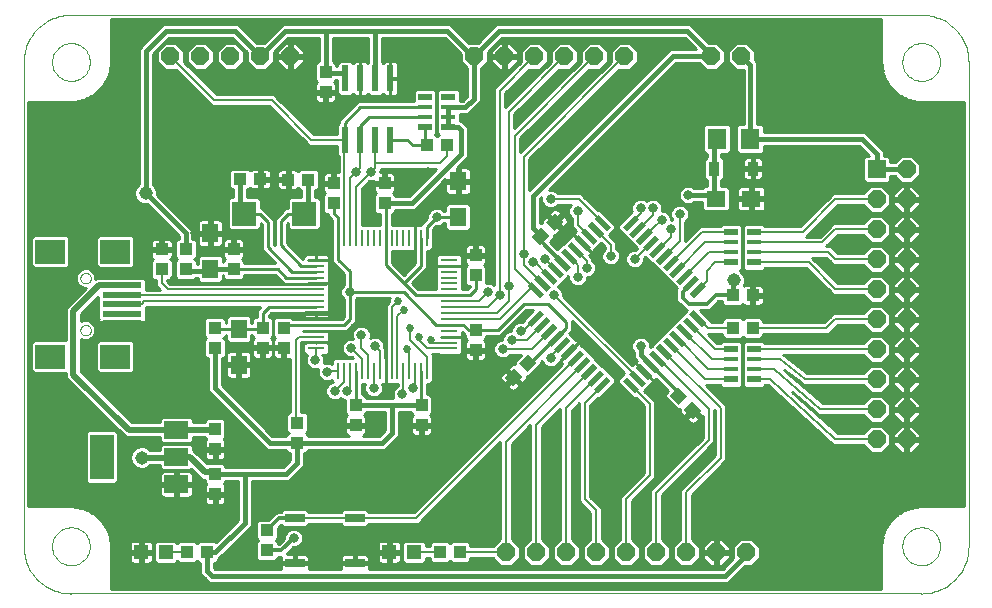
<source format=gtl>
G75*
G70*
%OFA0B0*%
%FSLAX24Y24*%
%IPPOS*%
%LPD*%
%AMOC8*
5,1,8,0,0,1.08239X$1,22.5*
%
%ADD10R,0.0394X0.0433*%
%ADD11R,0.0551X0.0630*%
%ADD12R,0.0433X0.0394*%
%ADD13R,0.0236X0.0866*%
%ADD14R,0.0787X0.0591*%
%ADD15R,0.0787X0.1496*%
%ADD16OC8,0.0600*%
%ADD17R,0.0472X0.0472*%
%ADD18R,0.0630X0.0551*%
%ADD19R,0.0800X0.0800*%
%ADD20R,0.0591X0.0197*%
%ADD21R,0.0197X0.0591*%
%ADD22R,0.0600X0.0600*%
%ADD23R,0.0106X0.0571*%
%ADD24R,0.0571X0.0106*%
%ADD25R,0.0650X0.0300*%
%ADD26R,0.0453X0.0173*%
%ADD27R,0.0453X0.0248*%
%ADD28R,0.0358X0.0480*%
%ADD29R,0.0630X0.0710*%
%ADD30R,0.0984X0.0787*%
%ADD31R,0.1299X0.0197*%
%ADD32C,0.0000*%
%ADD33C,0.0100*%
%ADD34C,0.0160*%
%ADD35C,0.0120*%
%ADD36C,0.0320*%
%ADD37C,0.0080*%
%ADD38C,0.0450*%
%ADD39C,0.0200*%
%ADD40C,0.0270*%
D10*
X010875Y004795D03*
X011544Y004795D03*
X011803Y006729D03*
X011803Y007399D03*
X011803Y008229D03*
X011803Y008899D03*
X013391Y011603D03*
X014091Y011603D03*
X014091Y012272D03*
X013391Y012272D03*
X012418Y014228D03*
X012418Y014897D03*
X015759Y016428D03*
X015759Y017097D03*
X017459Y017097D03*
X017459Y016428D03*
X018856Y018362D03*
X019526Y018362D03*
X015491Y020128D03*
X015491Y020797D03*
X020491Y014696D03*
X020491Y014026D03*
X020491Y012199D03*
X020491Y011529D03*
X018689Y009697D03*
X018689Y009028D03*
X016489Y009028D03*
X016489Y009697D03*
X019300Y004795D03*
X019970Y004795D03*
X029053Y012262D03*
X029722Y012262D03*
D11*
X019909Y015972D03*
X019909Y017153D03*
X012591Y012228D03*
X012591Y011047D03*
X011644Y014247D03*
X011644Y015428D03*
D12*
X010819Y014897D03*
X010019Y014897D03*
X010019Y014228D03*
X010819Y014228D03*
X011791Y012272D03*
X011791Y011603D03*
X014547Y009105D03*
X014547Y008436D03*
X013529Y005523D03*
X013529Y004854D03*
G36*
X022046Y010639D02*
X021741Y010334D01*
X021462Y010613D01*
X021767Y010918D01*
X022046Y010639D01*
G37*
G36*
X022519Y011112D02*
X022214Y010807D01*
X021935Y011086D01*
X022240Y011391D01*
X022519Y011112D01*
G37*
G36*
X027241Y010291D02*
X027546Y009986D01*
X027267Y009707D01*
X026962Y010012D01*
X027241Y010291D01*
G37*
G36*
X027714Y009818D02*
X028019Y009513D01*
X027740Y009234D01*
X027435Y009539D01*
X027714Y009818D01*
G37*
X029053Y013362D03*
X029722Y013362D03*
G36*
X023419Y015812D02*
X023114Y015507D01*
X022835Y015786D01*
X023140Y016091D01*
X023419Y015812D01*
G37*
G36*
X022946Y015339D02*
X022641Y015034D01*
X022362Y015313D01*
X022667Y015618D01*
X022946Y015339D01*
G37*
X014907Y017213D03*
X014237Y017213D03*
X013307Y017231D03*
X012637Y017231D03*
D13*
X016141Y018539D03*
X016641Y018539D03*
X017141Y018539D03*
X017641Y018539D03*
X017641Y020586D03*
X017141Y020586D03*
X016641Y020586D03*
X016141Y020586D03*
D14*
X010509Y008868D03*
X010509Y007962D03*
X010509Y007057D03*
D15*
X008029Y007962D03*
D16*
X021501Y004795D03*
X022501Y004795D03*
X023501Y004795D03*
X024501Y004795D03*
X025501Y004795D03*
X026501Y004795D03*
X027501Y004795D03*
X028501Y004795D03*
X029501Y004795D03*
X033859Y008562D03*
X034859Y008562D03*
X034859Y009562D03*
X033859Y009562D03*
X033859Y010562D03*
X034859Y010562D03*
X034859Y011562D03*
X033859Y011562D03*
X033859Y012562D03*
X034859Y012562D03*
X034859Y013562D03*
X033859Y013562D03*
X033859Y014562D03*
X034859Y014562D03*
X034859Y015562D03*
X033859Y015562D03*
X033859Y016562D03*
X034859Y016562D03*
X034859Y017562D03*
X029348Y021330D03*
X028348Y021330D03*
X025442Y021330D03*
X024442Y021330D03*
X023442Y021330D03*
X022442Y021330D03*
X021442Y021330D03*
X020442Y021330D03*
X014312Y021330D03*
X013312Y021330D03*
X012312Y021330D03*
X011312Y021330D03*
X010312Y021330D03*
D17*
X010166Y004795D03*
X009340Y004795D03*
X017607Y004795D03*
X018434Y004795D03*
D18*
X028497Y016578D03*
X029678Y016578D03*
D19*
X014772Y016081D03*
X012772Y016081D03*
D20*
G36*
X022629Y013259D02*
X022213Y013675D01*
X022351Y013813D01*
X022767Y013397D01*
X022629Y013259D01*
G37*
G36*
X022852Y013481D02*
X022436Y013897D01*
X022574Y014035D01*
X022990Y013619D01*
X022852Y013481D01*
G37*
G36*
X023075Y013704D02*
X022659Y014120D01*
X022797Y014258D01*
X023213Y013842D01*
X023075Y013704D01*
G37*
G36*
X023298Y013927D02*
X022882Y014343D01*
X023020Y014481D01*
X023436Y014065D01*
X023298Y013927D01*
G37*
G36*
X023520Y014149D02*
X023104Y014565D01*
X023242Y014703D01*
X023658Y014287D01*
X023520Y014149D01*
G37*
G36*
X023743Y014372D02*
X023327Y014788D01*
X023465Y014926D01*
X023881Y014510D01*
X023743Y014372D01*
G37*
G36*
X023966Y014595D02*
X023550Y015011D01*
X023688Y015149D01*
X024104Y014733D01*
X023966Y014595D01*
G37*
G36*
X024188Y014818D02*
X023772Y015234D01*
X023910Y015372D01*
X024326Y014956D01*
X024188Y014818D01*
G37*
G36*
X024411Y015040D02*
X023995Y015456D01*
X024133Y015594D01*
X024549Y015178D01*
X024411Y015040D01*
G37*
G36*
X024634Y015263D02*
X024218Y015679D01*
X024356Y015817D01*
X024772Y015401D01*
X024634Y015263D01*
G37*
G36*
X024857Y015486D02*
X024441Y015902D01*
X024579Y016040D01*
X024995Y015624D01*
X024857Y015486D01*
G37*
G36*
X028030Y012312D02*
X027614Y012728D01*
X027752Y012866D01*
X028168Y012450D01*
X028030Y012312D01*
G37*
G36*
X027808Y012089D02*
X027392Y012505D01*
X027530Y012643D01*
X027946Y012227D01*
X027808Y012089D01*
G37*
G36*
X027585Y011867D02*
X027169Y012283D01*
X027307Y012421D01*
X027723Y012005D01*
X027585Y011867D01*
G37*
G36*
X027362Y011644D02*
X026946Y012060D01*
X027084Y012198D01*
X027500Y011782D01*
X027362Y011644D01*
G37*
G36*
X027139Y011421D02*
X026723Y011837D01*
X026861Y011975D01*
X027277Y011559D01*
X027139Y011421D01*
G37*
G36*
X026917Y011199D02*
X026501Y011615D01*
X026639Y011753D01*
X027055Y011337D01*
X026917Y011199D01*
G37*
G36*
X026694Y010976D02*
X026278Y011392D01*
X026416Y011530D01*
X026832Y011114D01*
X026694Y010976D01*
G37*
G36*
X026471Y010753D02*
X026055Y011169D01*
X026193Y011307D01*
X026609Y010891D01*
X026471Y010753D01*
G37*
G36*
X026249Y010530D02*
X025833Y010946D01*
X025971Y011084D01*
X026387Y010668D01*
X026249Y010530D01*
G37*
G36*
X026026Y010308D02*
X025610Y010724D01*
X025748Y010862D01*
X026164Y010446D01*
X026026Y010308D01*
G37*
G36*
X025803Y010085D02*
X025387Y010501D01*
X025525Y010639D01*
X025941Y010223D01*
X025803Y010085D01*
G37*
D21*
G36*
X024579Y010085D02*
X024441Y010223D01*
X024857Y010639D01*
X024995Y010501D01*
X024579Y010085D01*
G37*
G36*
X024356Y010308D02*
X024218Y010446D01*
X024634Y010862D01*
X024772Y010724D01*
X024356Y010308D01*
G37*
G36*
X024133Y010530D02*
X023995Y010668D01*
X024411Y011084D01*
X024549Y010946D01*
X024133Y010530D01*
G37*
G36*
X023910Y010753D02*
X023772Y010891D01*
X024188Y011307D01*
X024326Y011169D01*
X023910Y010753D01*
G37*
G36*
X023688Y010976D02*
X023550Y011114D01*
X023966Y011530D01*
X024104Y011392D01*
X023688Y010976D01*
G37*
G36*
X023465Y011199D02*
X023327Y011337D01*
X023743Y011753D01*
X023881Y011615D01*
X023465Y011199D01*
G37*
G36*
X023242Y011421D02*
X023104Y011559D01*
X023520Y011975D01*
X023658Y011837D01*
X023242Y011421D01*
G37*
G36*
X023020Y011644D02*
X022882Y011782D01*
X023298Y012198D01*
X023436Y012060D01*
X023020Y011644D01*
G37*
G36*
X022797Y011867D02*
X022659Y012005D01*
X023075Y012421D01*
X023213Y012283D01*
X022797Y011867D01*
G37*
G36*
X022574Y012089D02*
X022436Y012227D01*
X022852Y012643D01*
X022990Y012505D01*
X022574Y012089D01*
G37*
G36*
X022351Y012312D02*
X022213Y012450D01*
X022629Y012866D01*
X022767Y012728D01*
X022351Y012312D01*
G37*
G36*
X026416Y014595D02*
X026278Y014733D01*
X026694Y015149D01*
X026832Y015011D01*
X026416Y014595D01*
G37*
G36*
X026639Y014372D02*
X026501Y014510D01*
X026917Y014926D01*
X027055Y014788D01*
X026639Y014372D01*
G37*
G36*
X026861Y014149D02*
X026723Y014287D01*
X027139Y014703D01*
X027277Y014565D01*
X026861Y014149D01*
G37*
G36*
X027084Y013927D02*
X026946Y014065D01*
X027362Y014481D01*
X027500Y014343D01*
X027084Y013927D01*
G37*
G36*
X027307Y013704D02*
X027169Y013842D01*
X027585Y014258D01*
X027723Y014120D01*
X027307Y013704D01*
G37*
G36*
X027530Y013481D02*
X027392Y013619D01*
X027808Y014035D01*
X027946Y013897D01*
X027530Y013481D01*
G37*
G36*
X027752Y013259D02*
X027614Y013397D01*
X028030Y013813D01*
X028168Y013675D01*
X027752Y013259D01*
G37*
G36*
X026193Y014818D02*
X026055Y014956D01*
X026471Y015372D01*
X026609Y015234D01*
X026193Y014818D01*
G37*
G36*
X025971Y015040D02*
X025833Y015178D01*
X026249Y015594D01*
X026387Y015456D01*
X025971Y015040D01*
G37*
G36*
X025748Y015263D02*
X025610Y015401D01*
X026026Y015817D01*
X026164Y015679D01*
X025748Y015263D01*
G37*
G36*
X025525Y015486D02*
X025387Y015624D01*
X025803Y016040D01*
X025941Y015902D01*
X025525Y015486D01*
G37*
D22*
X033859Y017562D03*
D23*
X018867Y015277D03*
X018670Y015277D03*
X018474Y015277D03*
X018277Y015277D03*
X018080Y015277D03*
X017883Y015277D03*
X017686Y015277D03*
X017489Y015277D03*
X017292Y015277D03*
X017096Y015277D03*
X016899Y015277D03*
X016702Y015277D03*
X016505Y015277D03*
X016308Y015277D03*
X016111Y015277D03*
X015914Y015277D03*
X015914Y010848D03*
X016111Y010848D03*
X016308Y010848D03*
X016505Y010848D03*
X016702Y010848D03*
X016899Y010848D03*
X017096Y010848D03*
X017292Y010848D03*
X017489Y010848D03*
X017686Y010848D03*
X017883Y010848D03*
X018080Y010848D03*
X018277Y010848D03*
X018474Y010848D03*
X018670Y010848D03*
X018867Y010848D03*
D24*
X019605Y011586D03*
X019605Y011783D03*
X019605Y011980D03*
X019605Y012177D03*
X019605Y012373D03*
X019605Y012570D03*
X019605Y012767D03*
X019605Y012964D03*
X019605Y013161D03*
X019605Y013358D03*
X019605Y013554D03*
X019605Y013751D03*
X019605Y013948D03*
X019605Y014145D03*
X019605Y014342D03*
X019605Y014539D03*
X015176Y014539D03*
X015176Y014342D03*
X015176Y014145D03*
X015176Y013948D03*
X015176Y013751D03*
X015176Y013554D03*
X015176Y013358D03*
X015176Y013161D03*
X015176Y012964D03*
X015176Y012767D03*
X015176Y012570D03*
X015176Y012373D03*
X015176Y012177D03*
X015176Y011980D03*
X015176Y011783D03*
X015176Y011586D03*
D25*
X014462Y005938D03*
X016462Y005938D03*
X016462Y004438D03*
X014462Y004438D03*
D26*
X029004Y010905D03*
X029004Y011220D03*
X029772Y011220D03*
X029772Y010905D03*
X029772Y014805D03*
X029772Y015120D03*
X029004Y015120D03*
X029004Y014805D03*
X019575Y019305D03*
X019575Y019620D03*
X018807Y019620D03*
X018807Y019305D03*
D27*
X018807Y018953D03*
X019575Y018953D03*
X019575Y019972D03*
X018807Y019972D03*
X029004Y015472D03*
X029772Y015472D03*
X029772Y014453D03*
X029004Y014453D03*
X029004Y011572D03*
X029772Y011572D03*
X029772Y010553D03*
X029004Y010553D03*
D28*
X028444Y017578D03*
X029731Y017578D03*
D29*
X029648Y018578D03*
X028528Y018578D03*
D30*
X008474Y014814D03*
X006308Y014814D03*
X006308Y011310D03*
X008474Y011310D03*
D31*
X008710Y012432D03*
X008710Y012747D03*
X008710Y013062D03*
X008710Y013377D03*
X008710Y013692D03*
D32*
X006997Y003417D02*
X035344Y003417D01*
X034714Y004991D02*
X034716Y005041D01*
X034722Y005091D01*
X034732Y005140D01*
X034746Y005188D01*
X034763Y005235D01*
X034784Y005280D01*
X034809Y005324D01*
X034837Y005365D01*
X034869Y005404D01*
X034903Y005441D01*
X034940Y005475D01*
X034980Y005505D01*
X035022Y005532D01*
X035066Y005556D01*
X035112Y005577D01*
X035159Y005593D01*
X035207Y005606D01*
X035257Y005615D01*
X035306Y005620D01*
X035357Y005621D01*
X035407Y005618D01*
X035456Y005611D01*
X035505Y005600D01*
X035553Y005585D01*
X035599Y005567D01*
X035644Y005545D01*
X035687Y005519D01*
X035728Y005490D01*
X035767Y005458D01*
X035803Y005423D01*
X035835Y005385D01*
X035865Y005345D01*
X035892Y005302D01*
X035915Y005258D01*
X035934Y005212D01*
X035950Y005164D01*
X035962Y005115D01*
X035970Y005066D01*
X035974Y005016D01*
X035974Y004966D01*
X035970Y004916D01*
X035962Y004867D01*
X035950Y004818D01*
X035934Y004770D01*
X035915Y004724D01*
X035892Y004680D01*
X035865Y004637D01*
X035835Y004597D01*
X035803Y004559D01*
X035767Y004524D01*
X035728Y004492D01*
X035687Y004463D01*
X035644Y004437D01*
X035599Y004415D01*
X035553Y004397D01*
X035505Y004382D01*
X035456Y004371D01*
X035407Y004364D01*
X035357Y004361D01*
X035306Y004362D01*
X035257Y004367D01*
X035207Y004376D01*
X035159Y004389D01*
X035112Y004405D01*
X035066Y004426D01*
X035022Y004450D01*
X034980Y004477D01*
X034940Y004507D01*
X034903Y004541D01*
X034869Y004578D01*
X034837Y004617D01*
X034809Y004658D01*
X034784Y004702D01*
X034763Y004747D01*
X034746Y004794D01*
X034732Y004842D01*
X034722Y004891D01*
X034716Y004941D01*
X034714Y004991D01*
X035344Y003416D02*
X035421Y003418D01*
X035498Y003424D01*
X035575Y003433D01*
X035651Y003446D01*
X035727Y003463D01*
X035801Y003484D01*
X035875Y003508D01*
X035947Y003536D01*
X036017Y003567D01*
X036086Y003602D01*
X036154Y003640D01*
X036219Y003681D01*
X036282Y003726D01*
X036343Y003774D01*
X036402Y003824D01*
X036458Y003877D01*
X036511Y003933D01*
X036561Y003992D01*
X036609Y004053D01*
X036654Y004116D01*
X036695Y004181D01*
X036733Y004249D01*
X036768Y004318D01*
X036799Y004388D01*
X036827Y004460D01*
X036851Y004534D01*
X036872Y004608D01*
X036889Y004684D01*
X036902Y004760D01*
X036911Y004837D01*
X036917Y004914D01*
X036919Y004991D01*
X036918Y004991D02*
X036918Y021133D01*
X034714Y021133D02*
X034716Y021183D01*
X034722Y021233D01*
X034732Y021282D01*
X034746Y021330D01*
X034763Y021377D01*
X034784Y021422D01*
X034809Y021466D01*
X034837Y021507D01*
X034869Y021546D01*
X034903Y021583D01*
X034940Y021617D01*
X034980Y021647D01*
X035022Y021674D01*
X035066Y021698D01*
X035112Y021719D01*
X035159Y021735D01*
X035207Y021748D01*
X035257Y021757D01*
X035306Y021762D01*
X035357Y021763D01*
X035407Y021760D01*
X035456Y021753D01*
X035505Y021742D01*
X035553Y021727D01*
X035599Y021709D01*
X035644Y021687D01*
X035687Y021661D01*
X035728Y021632D01*
X035767Y021600D01*
X035803Y021565D01*
X035835Y021527D01*
X035865Y021487D01*
X035892Y021444D01*
X035915Y021400D01*
X035934Y021354D01*
X035950Y021306D01*
X035962Y021257D01*
X035970Y021208D01*
X035974Y021158D01*
X035974Y021108D01*
X035970Y021058D01*
X035962Y021009D01*
X035950Y020960D01*
X035934Y020912D01*
X035915Y020866D01*
X035892Y020822D01*
X035865Y020779D01*
X035835Y020739D01*
X035803Y020701D01*
X035767Y020666D01*
X035728Y020634D01*
X035687Y020605D01*
X035644Y020579D01*
X035599Y020557D01*
X035553Y020539D01*
X035505Y020524D01*
X035456Y020513D01*
X035407Y020506D01*
X035357Y020503D01*
X035306Y020504D01*
X035257Y020509D01*
X035207Y020518D01*
X035159Y020531D01*
X035112Y020547D01*
X035066Y020568D01*
X035022Y020592D01*
X034980Y020619D01*
X034940Y020649D01*
X034903Y020683D01*
X034869Y020720D01*
X034837Y020759D01*
X034809Y020800D01*
X034784Y020844D01*
X034763Y020889D01*
X034746Y020936D01*
X034732Y020984D01*
X034722Y021033D01*
X034716Y021083D01*
X034714Y021133D01*
X035344Y022708D02*
X035421Y022706D01*
X035498Y022700D01*
X035575Y022691D01*
X035651Y022678D01*
X035727Y022661D01*
X035801Y022640D01*
X035875Y022616D01*
X035947Y022588D01*
X036017Y022557D01*
X036086Y022522D01*
X036154Y022484D01*
X036219Y022443D01*
X036282Y022398D01*
X036343Y022350D01*
X036402Y022300D01*
X036458Y022247D01*
X036511Y022191D01*
X036561Y022132D01*
X036609Y022071D01*
X036654Y022008D01*
X036695Y021943D01*
X036733Y021875D01*
X036768Y021806D01*
X036799Y021736D01*
X036827Y021664D01*
X036851Y021590D01*
X036872Y021516D01*
X036889Y021440D01*
X036902Y021364D01*
X036911Y021287D01*
X036917Y021210D01*
X036919Y021133D01*
X035344Y022708D02*
X006997Y022708D01*
X006367Y021133D02*
X006369Y021183D01*
X006375Y021233D01*
X006385Y021282D01*
X006399Y021330D01*
X006416Y021377D01*
X006437Y021422D01*
X006462Y021466D01*
X006490Y021507D01*
X006522Y021546D01*
X006556Y021583D01*
X006593Y021617D01*
X006633Y021647D01*
X006675Y021674D01*
X006719Y021698D01*
X006765Y021719D01*
X006812Y021735D01*
X006860Y021748D01*
X006910Y021757D01*
X006959Y021762D01*
X007010Y021763D01*
X007060Y021760D01*
X007109Y021753D01*
X007158Y021742D01*
X007206Y021727D01*
X007252Y021709D01*
X007297Y021687D01*
X007340Y021661D01*
X007381Y021632D01*
X007420Y021600D01*
X007456Y021565D01*
X007488Y021527D01*
X007518Y021487D01*
X007545Y021444D01*
X007568Y021400D01*
X007587Y021354D01*
X007603Y021306D01*
X007615Y021257D01*
X007623Y021208D01*
X007627Y021158D01*
X007627Y021108D01*
X007623Y021058D01*
X007615Y021009D01*
X007603Y020960D01*
X007587Y020912D01*
X007568Y020866D01*
X007545Y020822D01*
X007518Y020779D01*
X007488Y020739D01*
X007456Y020701D01*
X007420Y020666D01*
X007381Y020634D01*
X007340Y020605D01*
X007297Y020579D01*
X007252Y020557D01*
X007206Y020539D01*
X007158Y020524D01*
X007109Y020513D01*
X007060Y020506D01*
X007010Y020503D01*
X006959Y020504D01*
X006910Y020509D01*
X006860Y020518D01*
X006812Y020531D01*
X006765Y020547D01*
X006719Y020568D01*
X006675Y020592D01*
X006633Y020619D01*
X006593Y020649D01*
X006556Y020683D01*
X006522Y020720D01*
X006490Y020759D01*
X006462Y020800D01*
X006437Y020844D01*
X006416Y020889D01*
X006399Y020936D01*
X006385Y020984D01*
X006375Y021033D01*
X006369Y021083D01*
X006367Y021133D01*
X005422Y021133D02*
X005424Y021210D01*
X005430Y021287D01*
X005439Y021364D01*
X005452Y021440D01*
X005469Y021516D01*
X005490Y021590D01*
X005514Y021664D01*
X005542Y021736D01*
X005573Y021806D01*
X005608Y021875D01*
X005646Y021943D01*
X005687Y022008D01*
X005732Y022071D01*
X005780Y022132D01*
X005830Y022191D01*
X005883Y022247D01*
X005939Y022300D01*
X005998Y022350D01*
X006059Y022398D01*
X006122Y022443D01*
X006187Y022484D01*
X006255Y022522D01*
X006324Y022557D01*
X006394Y022588D01*
X006466Y022616D01*
X006540Y022640D01*
X006614Y022661D01*
X006690Y022678D01*
X006766Y022691D01*
X006843Y022700D01*
X006920Y022706D01*
X006997Y022708D01*
X005422Y021133D02*
X005422Y004991D01*
X005424Y004914D01*
X005430Y004837D01*
X005439Y004760D01*
X005452Y004684D01*
X005469Y004608D01*
X005490Y004534D01*
X005514Y004460D01*
X005542Y004388D01*
X005573Y004318D01*
X005608Y004249D01*
X005646Y004181D01*
X005687Y004116D01*
X005732Y004053D01*
X005780Y003992D01*
X005830Y003933D01*
X005883Y003877D01*
X005939Y003824D01*
X005998Y003774D01*
X006059Y003726D01*
X006122Y003681D01*
X006187Y003640D01*
X006255Y003602D01*
X006324Y003567D01*
X006394Y003536D01*
X006466Y003508D01*
X006540Y003484D01*
X006614Y003463D01*
X006690Y003446D01*
X006766Y003433D01*
X006843Y003424D01*
X006920Y003418D01*
X006997Y003416D01*
X006367Y004991D02*
X006369Y005041D01*
X006375Y005091D01*
X006385Y005140D01*
X006399Y005188D01*
X006416Y005235D01*
X006437Y005280D01*
X006462Y005324D01*
X006490Y005365D01*
X006522Y005404D01*
X006556Y005441D01*
X006593Y005475D01*
X006633Y005505D01*
X006675Y005532D01*
X006719Y005556D01*
X006765Y005577D01*
X006812Y005593D01*
X006860Y005606D01*
X006910Y005615D01*
X006959Y005620D01*
X007010Y005621D01*
X007060Y005618D01*
X007109Y005611D01*
X007158Y005600D01*
X007206Y005585D01*
X007252Y005567D01*
X007297Y005545D01*
X007340Y005519D01*
X007381Y005490D01*
X007420Y005458D01*
X007456Y005423D01*
X007488Y005385D01*
X007518Y005345D01*
X007545Y005302D01*
X007568Y005258D01*
X007587Y005212D01*
X007603Y005164D01*
X007615Y005115D01*
X007623Y005066D01*
X007627Y005016D01*
X007627Y004966D01*
X007623Y004916D01*
X007615Y004867D01*
X007603Y004818D01*
X007587Y004770D01*
X007568Y004724D01*
X007545Y004680D01*
X007518Y004637D01*
X007488Y004597D01*
X007456Y004559D01*
X007420Y004524D01*
X007381Y004492D01*
X007340Y004463D01*
X007297Y004437D01*
X007252Y004415D01*
X007206Y004397D01*
X007158Y004382D01*
X007109Y004371D01*
X007060Y004364D01*
X007010Y004361D01*
X006959Y004362D01*
X006910Y004367D01*
X006860Y004376D01*
X006812Y004389D01*
X006765Y004405D01*
X006719Y004426D01*
X006675Y004450D01*
X006633Y004477D01*
X006593Y004507D01*
X006556Y004541D01*
X006522Y004578D01*
X006490Y004617D01*
X006462Y004658D01*
X006437Y004702D01*
X006416Y004747D01*
X006399Y004794D01*
X006385Y004842D01*
X006375Y004891D01*
X006369Y004941D01*
X006367Y004991D01*
X007312Y012196D02*
X007314Y012222D01*
X007320Y012248D01*
X007330Y012273D01*
X007343Y012296D01*
X007359Y012316D01*
X007379Y012334D01*
X007401Y012349D01*
X007424Y012361D01*
X007450Y012369D01*
X007476Y012373D01*
X007502Y012373D01*
X007528Y012369D01*
X007554Y012361D01*
X007578Y012349D01*
X007599Y012334D01*
X007619Y012316D01*
X007635Y012296D01*
X007648Y012273D01*
X007658Y012248D01*
X007664Y012222D01*
X007666Y012196D01*
X007664Y012170D01*
X007658Y012144D01*
X007648Y012119D01*
X007635Y012096D01*
X007619Y012076D01*
X007599Y012058D01*
X007577Y012043D01*
X007554Y012031D01*
X007528Y012023D01*
X007502Y012019D01*
X007476Y012019D01*
X007450Y012023D01*
X007424Y012031D01*
X007400Y012043D01*
X007379Y012058D01*
X007359Y012076D01*
X007343Y012096D01*
X007330Y012119D01*
X007320Y012144D01*
X007314Y012170D01*
X007312Y012196D01*
X007312Y013929D02*
X007314Y013955D01*
X007320Y013981D01*
X007330Y014006D01*
X007343Y014029D01*
X007359Y014049D01*
X007379Y014067D01*
X007401Y014082D01*
X007424Y014094D01*
X007450Y014102D01*
X007476Y014106D01*
X007502Y014106D01*
X007528Y014102D01*
X007554Y014094D01*
X007578Y014082D01*
X007599Y014067D01*
X007619Y014049D01*
X007635Y014029D01*
X007648Y014006D01*
X007658Y013981D01*
X007664Y013955D01*
X007666Y013929D01*
X007664Y013903D01*
X007658Y013877D01*
X007648Y013852D01*
X007635Y013829D01*
X007619Y013809D01*
X007599Y013791D01*
X007577Y013776D01*
X007554Y013764D01*
X007528Y013756D01*
X007502Y013752D01*
X007476Y013752D01*
X007450Y013756D01*
X007424Y013764D01*
X007400Y013776D01*
X007379Y013791D01*
X007359Y013809D01*
X007343Y013829D01*
X007330Y013852D01*
X007320Y013877D01*
X007314Y013903D01*
X007312Y013929D01*
D33*
X007162Y013961D02*
X005572Y013961D01*
X005572Y014059D02*
X007189Y014059D01*
X007212Y014114D02*
X007162Y013994D01*
X007162Y013863D01*
X007212Y013743D01*
X007304Y013651D01*
X007424Y013601D01*
X007505Y013601D01*
X006938Y013035D01*
X006868Y012965D01*
X006830Y012873D01*
X006830Y011854D01*
X005754Y011854D01*
X005666Y011766D01*
X005666Y010855D01*
X005754Y010767D01*
X006830Y010767D01*
X006830Y010666D01*
X006868Y010574D01*
X006938Y010504D01*
X008786Y008656D01*
X008878Y008618D01*
X008978Y008618D01*
X009965Y008618D01*
X009965Y008510D01*
X010053Y008423D01*
X010965Y008423D01*
X011053Y008510D01*
X011053Y008618D01*
X011459Y008618D01*
X011513Y008564D01*
X011487Y008538D01*
X011467Y008504D01*
X011457Y008465D01*
X011457Y008278D01*
X011755Y008278D01*
X011755Y008181D01*
X011457Y008181D01*
X011457Y007993D01*
X011467Y007955D01*
X011487Y007921D01*
X011514Y007893D01*
X011549Y007873D01*
X011587Y007863D01*
X011755Y007863D01*
X011755Y008181D01*
X011852Y008181D01*
X011852Y008278D01*
X012150Y008278D01*
X012150Y008465D01*
X012140Y008504D01*
X012120Y008538D01*
X012094Y008564D01*
X012150Y008620D01*
X012150Y009177D01*
X012062Y009265D01*
X011544Y009265D01*
X011457Y009177D01*
X011457Y009118D01*
X011053Y009118D01*
X011053Y009225D01*
X010965Y009313D01*
X010053Y009313D01*
X009965Y009225D01*
X009965Y009118D01*
X009031Y009118D01*
X007330Y010819D01*
X007330Y011908D01*
X007424Y011869D01*
X007554Y011869D01*
X007675Y011919D01*
X007767Y012011D01*
X007816Y012131D01*
X007816Y012261D01*
X007767Y012382D01*
X007675Y012474D01*
X007554Y012523D01*
X007424Y012523D01*
X007330Y012484D01*
X007330Y012719D01*
X007910Y013300D01*
X007910Y013217D01*
X007910Y012908D01*
X007910Y012587D01*
X007918Y012579D01*
X007910Y012551D01*
X007910Y012433D01*
X008709Y012433D01*
X008709Y012432D01*
X007910Y012432D01*
X007910Y012314D01*
X007920Y012276D01*
X007940Y012242D01*
X007968Y012214D01*
X008002Y012194D01*
X008040Y012184D01*
X008710Y012184D01*
X009379Y012184D01*
X009417Y012194D01*
X009451Y012214D01*
X009479Y012242D01*
X009499Y012276D01*
X009509Y012314D01*
X009509Y012432D01*
X008710Y012432D01*
X008710Y012184D01*
X008710Y012432D01*
X008710Y012432D01*
X008710Y012433D01*
X009509Y012433D01*
X009509Y012551D01*
X009502Y012579D01*
X009509Y012587D01*
X009509Y012908D01*
X009509Y012952D01*
X009528Y012971D01*
X013316Y012971D01*
X013308Y012962D01*
X013191Y012845D01*
X013191Y012639D01*
X013132Y012639D01*
X013044Y012551D01*
X013044Y012428D01*
X013016Y012428D01*
X013016Y012605D01*
X012929Y012693D01*
X012253Y012693D01*
X012165Y012605D01*
X012165Y012428D01*
X012157Y012428D01*
X012157Y012531D01*
X012070Y012619D01*
X011512Y012619D01*
X011424Y012531D01*
X011424Y012013D01*
X011500Y011937D01*
X011424Y011862D01*
X011424Y011344D01*
X011512Y011256D01*
X011561Y011256D01*
X011561Y010167D01*
X011696Y010032D01*
X013388Y008340D01*
X013522Y008206D01*
X014181Y008206D01*
X014181Y008177D01*
X014268Y008089D01*
X014317Y008089D01*
X014317Y007863D01*
X014083Y007628D01*
X012708Y007628D01*
X012150Y007628D01*
X012150Y007677D01*
X012062Y007765D01*
X011544Y007765D01*
X011530Y007751D01*
X011177Y008104D01*
X011107Y008174D01*
X011053Y008197D01*
X011053Y008320D01*
X010965Y008408D01*
X010053Y008408D01*
X009965Y008320D01*
X009965Y008194D01*
X009640Y008194D01*
X009572Y008262D01*
X009434Y008319D01*
X009285Y008319D01*
X009147Y008262D01*
X009041Y008157D01*
X008984Y008019D01*
X008984Y007870D01*
X009041Y007732D01*
X009147Y007626D01*
X009285Y007569D01*
X009434Y007569D01*
X009572Y007626D01*
X009640Y007694D01*
X009965Y007694D01*
X009965Y007605D01*
X010053Y007517D01*
X010965Y007517D01*
X011011Y007563D01*
X011264Y007311D01*
X011334Y007240D01*
X011426Y007202D01*
X011457Y007202D01*
X011457Y007120D01*
X011513Y007064D01*
X011487Y007038D01*
X011467Y007004D01*
X011457Y006965D01*
X011457Y006778D01*
X011755Y006778D01*
X011755Y006681D01*
X011457Y006681D01*
X011457Y006493D01*
X011467Y006455D01*
X011487Y006421D01*
X011514Y006393D01*
X011549Y006373D01*
X011587Y006363D01*
X011755Y006363D01*
X011755Y006681D01*
X011852Y006681D01*
X011852Y006778D01*
X012150Y006778D01*
X012150Y006965D01*
X012140Y007004D01*
X012120Y007038D01*
X012094Y007064D01*
X012150Y007120D01*
X012150Y007169D01*
X012573Y007169D01*
X012573Y005873D01*
X011832Y005132D01*
X011803Y005161D01*
X011285Y005161D01*
X011210Y005085D01*
X011134Y005161D01*
X010616Y005161D01*
X010550Y005095D01*
X010465Y005181D01*
X009868Y005181D01*
X009780Y005093D01*
X009780Y004496D01*
X009868Y004408D01*
X010465Y004408D01*
X010550Y004494D01*
X010616Y004428D01*
X011134Y004428D01*
X011210Y004504D01*
X011285Y004428D01*
X011317Y004428D01*
X011317Y004071D01*
X011452Y003937D01*
X011612Y003777D01*
X011802Y003777D01*
X028911Y003777D01*
X029045Y003912D01*
X029478Y004345D01*
X029687Y004345D01*
X029951Y004608D01*
X029951Y004981D01*
X029687Y005245D01*
X029315Y005245D01*
X029051Y004981D01*
X029051Y004608D01*
X029071Y004588D01*
X028720Y004237D01*
X016928Y004237D01*
X016937Y004269D01*
X016937Y004413D01*
X016487Y004413D01*
X016487Y004463D01*
X016937Y004463D01*
X016937Y004608D01*
X016926Y004646D01*
X016907Y004680D01*
X016879Y004708D01*
X016845Y004728D01*
X016806Y004738D01*
X016487Y004738D01*
X016487Y004464D01*
X016437Y004464D01*
X016437Y004738D01*
X016117Y004738D01*
X016079Y004728D01*
X016045Y004708D01*
X016017Y004680D01*
X015997Y004646D01*
X015987Y004608D01*
X015987Y004463D01*
X016436Y004463D01*
X016436Y004413D01*
X015987Y004413D01*
X015987Y004269D01*
X015995Y004237D01*
X014928Y004237D01*
X014937Y004269D01*
X014937Y004413D01*
X014487Y004413D01*
X014487Y004463D01*
X014937Y004463D01*
X014937Y004608D01*
X014926Y004646D01*
X014907Y004680D01*
X014879Y004708D01*
X014845Y004728D01*
X014806Y004738D01*
X014487Y004738D01*
X014487Y004464D01*
X014437Y004464D01*
X014437Y004738D01*
X014195Y004738D01*
X014409Y004952D01*
X014484Y004952D01*
X014598Y005000D01*
X014685Y005087D01*
X014732Y005201D01*
X014732Y005324D01*
X014685Y005438D01*
X014598Y005525D01*
X014484Y005572D01*
X014361Y005572D01*
X014247Y005525D01*
X014160Y005438D01*
X014112Y005324D01*
X014112Y005249D01*
X013927Y005064D01*
X013895Y005064D01*
X013895Y005113D01*
X013819Y005188D01*
X013895Y005264D01*
X013895Y005593D01*
X014008Y005705D01*
X014075Y005638D01*
X014849Y005638D01*
X014937Y005726D01*
X014937Y005748D01*
X015987Y005748D01*
X015987Y005726D01*
X016075Y005638D01*
X016849Y005638D01*
X016937Y005726D01*
X016937Y005748D01*
X018591Y005748D01*
X018702Y005860D01*
X021311Y008469D01*
X021311Y008403D01*
X021311Y005241D01*
X021055Y004985D01*
X020316Y004985D01*
X020316Y005073D01*
X020229Y005161D01*
X019711Y005161D01*
X019635Y005085D01*
X019559Y005161D01*
X019041Y005161D01*
X018953Y005073D01*
X018953Y004985D01*
X018820Y004985D01*
X018820Y005093D01*
X018733Y005181D01*
X018136Y005181D01*
X018048Y005093D01*
X018048Y004496D01*
X018136Y004408D01*
X018733Y004408D01*
X018820Y004496D01*
X018820Y004605D01*
X018953Y004605D01*
X018953Y004516D01*
X019041Y004428D01*
X019559Y004428D01*
X019635Y004504D01*
X019711Y004428D01*
X020229Y004428D01*
X020316Y004516D01*
X020316Y004605D01*
X021055Y004605D01*
X021315Y004345D01*
X021687Y004345D01*
X021951Y004608D01*
X021951Y004981D01*
X021691Y005241D01*
X021691Y008403D01*
X022311Y009023D01*
X022311Y008958D01*
X022311Y005241D01*
X022051Y004981D01*
X022051Y004608D01*
X022315Y004345D01*
X022687Y004345D01*
X022951Y004608D01*
X022951Y004981D01*
X022691Y005241D01*
X022691Y008958D01*
X023311Y009578D01*
X023311Y009512D01*
X023311Y005241D01*
X023051Y004981D01*
X023051Y004608D01*
X023315Y004345D01*
X023687Y004345D01*
X023951Y004608D01*
X023951Y004981D01*
X023691Y005241D01*
X023691Y009512D01*
X023933Y009754D01*
X023933Y009689D01*
X023933Y006645D01*
X023933Y006488D01*
X024311Y006110D01*
X024311Y005241D01*
X024051Y004981D01*
X024051Y004608D01*
X024315Y004345D01*
X024687Y004345D01*
X024951Y004608D01*
X024951Y004981D01*
X024691Y005241D01*
X024691Y006110D01*
X024691Y006267D01*
X024313Y006645D01*
X024313Y009689D01*
X024558Y009934D01*
X024641Y009934D01*
X025146Y010439D01*
X025146Y010563D01*
X024919Y010790D01*
X024696Y011013D01*
X024473Y011236D01*
X024251Y011458D01*
X024028Y011681D01*
X024017Y011681D01*
X024002Y011707D01*
X023919Y011790D01*
X023604Y011476D01*
X023919Y011790D01*
X023835Y011874D01*
X023810Y011889D01*
X023810Y011900D01*
X023615Y012094D01*
X023691Y012170D01*
X023691Y012379D01*
X023691Y012512D01*
X025438Y010765D01*
X025236Y010563D01*
X025236Y010439D01*
X025741Y009934D01*
X025824Y009934D01*
X026099Y009659D01*
X026099Y007432D01*
X025311Y006645D01*
X025311Y006488D01*
X025311Y005241D01*
X025051Y004981D01*
X025051Y004608D01*
X025315Y004345D01*
X025687Y004345D01*
X025951Y004608D01*
X025951Y004981D01*
X025691Y005241D01*
X025691Y006488D01*
X026478Y007275D01*
X026478Y007432D01*
X026478Y009816D01*
X026367Y009928D01*
X026113Y010181D01*
X026315Y010383D01*
X026315Y010394D01*
X026341Y010409D01*
X026424Y010492D01*
X026110Y010807D01*
X026424Y010493D01*
X026499Y010567D01*
X026901Y010164D01*
X026812Y010075D01*
X026812Y009951D01*
X027206Y009557D01*
X027285Y009557D01*
X027285Y009520D01*
X027295Y009482D01*
X027315Y009447D01*
X027448Y009315D01*
X027659Y009526D01*
X027727Y009457D01*
X027516Y009246D01*
X027649Y009113D01*
X027683Y009094D01*
X027722Y009083D01*
X027761Y009083D01*
X027799Y009094D01*
X027833Y009113D01*
X027952Y009232D01*
X027728Y009457D01*
X027796Y009526D01*
X028021Y009301D01*
X028067Y009347D01*
X028067Y008614D01*
X026311Y006858D01*
X026311Y006700D01*
X026311Y005241D01*
X026051Y004981D01*
X026051Y004608D01*
X026315Y004345D01*
X026687Y004345D01*
X026951Y004608D01*
X026951Y004981D01*
X026691Y005241D01*
X026691Y006700D01*
X028447Y008456D01*
X028447Y008614D01*
X028447Y009538D01*
X028461Y009524D01*
X028461Y008023D01*
X027311Y006873D01*
X027311Y006716D01*
X027311Y005241D01*
X027051Y004981D01*
X027051Y004608D01*
X027315Y004345D01*
X027687Y004345D01*
X027951Y004608D01*
X027951Y004981D01*
X027691Y005241D01*
X027691Y006716D01*
X028841Y007866D01*
X028841Y008023D01*
X028841Y009681D01*
X028729Y009792D01*
X028159Y010363D01*
X028631Y010363D01*
X028715Y010279D01*
X029292Y010279D01*
X029380Y010366D01*
X029380Y010739D01*
X029371Y010747D01*
X029380Y010756D01*
X029380Y011054D01*
X029371Y011062D01*
X029380Y011071D01*
X029380Y011369D01*
X029371Y011377D01*
X029380Y011386D01*
X029380Y011758D01*
X029292Y011846D01*
X028715Y011846D01*
X028631Y011762D01*
X028541Y011762D01*
X028231Y012072D01*
X028706Y012072D01*
X028706Y011984D01*
X028794Y011896D01*
X029312Y011896D01*
X029388Y011971D01*
X029463Y011896D01*
X029981Y011896D01*
X030069Y011984D01*
X030069Y012072D01*
X032103Y012072D01*
X032260Y012072D01*
X032560Y012372D01*
X033413Y012372D01*
X033673Y012112D01*
X034046Y012112D01*
X034309Y012376D01*
X034309Y012749D01*
X034046Y013012D01*
X033673Y013012D01*
X033413Y012752D01*
X032403Y012752D01*
X032291Y012641D01*
X032103Y012452D01*
X030069Y012452D01*
X030069Y012541D01*
X029981Y012629D01*
X029463Y012629D01*
X029388Y012553D01*
X029312Y012629D01*
X028794Y012629D01*
X028706Y012541D01*
X028706Y012452D01*
X028320Y012452D01*
X028320Y012512D01*
X027979Y012852D01*
X028278Y012852D01*
X028401Y012975D01*
X028578Y013152D01*
X028687Y013152D01*
X028687Y013103D01*
X028774Y013016D01*
X029332Y013016D01*
X029388Y013071D01*
X029414Y013045D01*
X029448Y013026D01*
X029486Y013016D01*
X029674Y013016D01*
X029674Y013314D01*
X029771Y013314D01*
X029771Y013411D01*
X029674Y013411D01*
X029674Y013709D01*
X029486Y013709D01*
X029448Y013699D01*
X029419Y013682D01*
X029463Y013788D01*
X029463Y013937D01*
X029406Y014075D01*
X029300Y014180D01*
X029296Y014182D01*
X029380Y014266D01*
X029380Y014639D01*
X029371Y014647D01*
X029380Y014656D01*
X029380Y014954D01*
X029371Y014962D01*
X029380Y014971D01*
X029380Y015269D01*
X029371Y015277D01*
X029380Y015286D01*
X029380Y015658D01*
X029292Y015746D01*
X028715Y015746D01*
X028631Y015662D01*
X028125Y015662D01*
X027967Y015662D01*
X027481Y015176D01*
X027481Y015241D01*
X027481Y015814D01*
X027554Y015887D01*
X027601Y016001D01*
X027601Y016124D01*
X027554Y016238D01*
X027466Y016325D01*
X027353Y016372D01*
X027229Y016372D01*
X027115Y016325D01*
X027028Y016238D01*
X026981Y016124D01*
X026981Y016001D01*
X027028Y015887D01*
X027043Y015872D01*
X027001Y015872D01*
X027001Y015924D01*
X026954Y016038D01*
X026866Y016125D01*
X026753Y016172D01*
X026689Y016172D01*
X026701Y016201D01*
X026701Y016324D01*
X026654Y016438D01*
X026566Y016525D01*
X026453Y016572D01*
X026329Y016572D01*
X026215Y016525D01*
X026191Y016501D01*
X026166Y016525D01*
X026053Y016572D01*
X025929Y016572D01*
X025815Y016525D01*
X025728Y016438D01*
X025681Y016324D01*
X025681Y016201D01*
X025701Y016151D01*
X025236Y015686D01*
X025236Y015561D01*
X025463Y015334D01*
X025685Y015112D01*
X025686Y015112D01*
X025878Y014919D01*
X025832Y014872D01*
X025729Y014872D01*
X025615Y014825D01*
X025528Y014738D01*
X025481Y014624D01*
X025481Y014501D01*
X025528Y014387D01*
X025615Y014300D01*
X025729Y014252D01*
X025853Y014252D01*
X025966Y014300D01*
X026054Y014387D01*
X026101Y014501D01*
X026101Y014604D01*
X026147Y014650D01*
X026354Y014443D01*
X026572Y014225D01*
X026799Y013998D01*
X027022Y013775D01*
X027205Y013592D01*
X027181Y013568D01*
X027181Y013175D01*
X027304Y013052D01*
X027504Y012852D01*
X027525Y012852D01*
X027463Y012790D01*
X027240Y012568D01*
X027017Y012345D01*
X026795Y012122D01*
X026572Y011900D01*
X026572Y011899D01*
X026354Y011681D01*
X026354Y011681D01*
X026301Y011628D01*
X026301Y011724D01*
X026254Y011838D01*
X026166Y011925D01*
X026053Y011972D01*
X025929Y011972D01*
X025815Y011925D01*
X025728Y011838D01*
X025681Y011724D01*
X025681Y011601D01*
X025728Y011487D01*
X025761Y011454D01*
X025761Y011276D01*
X025855Y011182D01*
X025795Y011122D01*
X026109Y010808D01*
X026109Y010807D01*
X025795Y011122D01*
X025711Y011039D01*
X025708Y011033D01*
X023401Y013339D01*
X023401Y013424D01*
X023354Y013538D01*
X023266Y013625D01*
X023226Y013642D01*
X023364Y013780D01*
X023581Y013996D01*
X023581Y013901D01*
X023628Y013787D01*
X023715Y013700D01*
X023829Y013652D01*
X023953Y013652D01*
X024066Y013700D01*
X024154Y013787D01*
X024201Y013901D01*
X024201Y013952D01*
X024253Y013952D01*
X024366Y014000D01*
X024454Y014087D01*
X024501Y014201D01*
X024501Y014324D01*
X024454Y014438D01*
X024381Y014511D01*
X024381Y014586D01*
X024275Y014693D01*
X024281Y014696D01*
X024364Y014780D01*
X024448Y014863D01*
X024463Y014889D01*
X024473Y014889D01*
X024675Y015091D01*
X024801Y014965D01*
X024801Y014911D01*
X024728Y014838D01*
X024681Y014724D01*
X024681Y014601D01*
X024728Y014487D01*
X024815Y014400D01*
X024929Y014352D01*
X025053Y014352D01*
X025166Y014400D01*
X025254Y014487D01*
X025301Y014601D01*
X025301Y014724D01*
X025254Y014838D01*
X025181Y014911D01*
X025181Y014965D01*
X025181Y015123D01*
X024944Y015359D01*
X025146Y015561D01*
X025146Y015686D01*
X024641Y016191D01*
X024558Y016191D01*
X024108Y016641D01*
X023997Y016752D01*
X023236Y016752D01*
X023163Y016825D01*
X023049Y016872D01*
X022926Y016872D01*
X027154Y021100D01*
X027941Y021100D01*
X028161Y020880D01*
X028534Y020880D01*
X028798Y021144D01*
X028798Y021516D01*
X028534Y021780D01*
X028259Y021780D01*
X027777Y022262D01*
X027643Y022397D01*
X021374Y022397D01*
X021183Y022397D01*
X020567Y021780D01*
X020259Y021780D01*
X019777Y022262D01*
X019643Y022397D01*
X017046Y022397D01*
X015586Y022397D01*
X014053Y022397D01*
X013919Y022262D01*
X013437Y021780D01*
X013187Y021780D01*
X012571Y022397D01*
X012380Y022397D01*
X010077Y022397D01*
X009942Y022262D01*
X009261Y021580D01*
X009261Y021390D01*
X009261Y017063D01*
X009173Y016975D01*
X009116Y016837D01*
X009116Y016688D01*
X009173Y016550D01*
X009278Y016444D01*
X009416Y016387D01*
X009541Y016387D01*
X010589Y015339D01*
X010589Y015244D01*
X010541Y015244D01*
X010453Y015156D01*
X010453Y014638D01*
X010528Y014562D01*
X010453Y014487D01*
X010453Y013969D01*
X010541Y013881D01*
X011098Y013881D01*
X011141Y013924D01*
X011218Y013924D01*
X011218Y013870D01*
X011306Y013782D01*
X011982Y013782D01*
X012069Y013870D01*
X012069Y014017D01*
X012071Y014017D01*
X012071Y013949D01*
X012159Y013861D01*
X012677Y013861D01*
X012764Y013949D01*
X012764Y014043D01*
X013804Y014043D01*
X014099Y013748D01*
X014265Y013748D01*
X014741Y013748D01*
X014741Y013744D01*
X010306Y013744D01*
X010209Y013841D01*
X010209Y013881D01*
X010298Y013881D01*
X010386Y013969D01*
X010386Y014487D01*
X010305Y014567D01*
X010328Y014580D01*
X010356Y014608D01*
X010375Y014642D01*
X010386Y014680D01*
X010386Y014849D01*
X010068Y014849D01*
X010068Y014945D01*
X010386Y014945D01*
X010386Y015114D01*
X010375Y015152D01*
X010356Y015186D01*
X010328Y015214D01*
X010294Y015234D01*
X010255Y015244D01*
X010068Y015244D01*
X010068Y014946D01*
X009971Y014946D01*
X009971Y015244D01*
X009783Y015244D01*
X009745Y015234D01*
X009711Y015214D01*
X009683Y015186D01*
X009663Y015152D01*
X009653Y015114D01*
X009653Y014945D01*
X009971Y014945D01*
X009971Y014849D01*
X009653Y014849D01*
X009653Y014680D01*
X009663Y014642D01*
X009683Y014608D01*
X009711Y014580D01*
X009733Y014567D01*
X009653Y014487D01*
X009653Y013969D01*
X009741Y013881D01*
X009829Y013881D01*
X009829Y013684D01*
X009940Y013572D01*
X009965Y013548D01*
X009509Y013548D01*
X009509Y013853D01*
X009421Y013941D01*
X008763Y013941D01*
X008759Y013942D01*
X007999Y013942D01*
X007899Y013942D01*
X007816Y013908D01*
X007816Y013994D01*
X007767Y014114D01*
X007675Y014206D01*
X007554Y014256D01*
X007424Y014256D01*
X007304Y014206D01*
X007212Y014114D01*
X007256Y014158D02*
X005572Y014158D01*
X005572Y014256D02*
X009653Y014256D01*
X009653Y014158D02*
X007723Y014158D01*
X007789Y014059D02*
X009653Y014059D01*
X009661Y013961D02*
X007816Y013961D01*
X007919Y014271D02*
X007831Y014358D01*
X007831Y015270D01*
X007919Y015358D01*
X009028Y015358D01*
X009116Y015270D01*
X009116Y014358D01*
X009028Y014271D01*
X007919Y014271D01*
X007835Y014355D02*
X006947Y014355D01*
X006950Y014358D02*
X006950Y015270D01*
X006862Y015358D01*
X005754Y015358D01*
X005666Y015270D01*
X005666Y014358D01*
X005754Y014271D01*
X006862Y014271D01*
X006950Y014358D01*
X006950Y014454D02*
X007831Y014454D01*
X007831Y014552D02*
X006950Y014552D01*
X006950Y014651D02*
X007831Y014651D01*
X007831Y014749D02*
X006950Y014749D01*
X006950Y014848D02*
X007831Y014848D01*
X007831Y014946D02*
X006950Y014946D01*
X006950Y015045D02*
X007831Y015045D01*
X007831Y015143D02*
X006950Y015143D01*
X006950Y015242D02*
X007831Y015242D01*
X007902Y015340D02*
X006880Y015340D01*
X005736Y015340D02*
X005572Y015340D01*
X005572Y015242D02*
X005666Y015242D01*
X005666Y015143D02*
X005572Y015143D01*
X005572Y015045D02*
X005666Y015045D01*
X005666Y014946D02*
X005572Y014946D01*
X005572Y014848D02*
X005666Y014848D01*
X005666Y014749D02*
X005572Y014749D01*
X005572Y014651D02*
X005666Y014651D01*
X005666Y014552D02*
X005572Y014552D01*
X005572Y014454D02*
X005666Y014454D01*
X005670Y014355D02*
X005572Y014355D01*
X005572Y013862D02*
X007163Y013862D01*
X007203Y013764D02*
X005572Y013764D01*
X005572Y013665D02*
X007290Y013665D01*
X007470Y013567D02*
X005572Y013567D01*
X005572Y013468D02*
X007371Y013468D01*
X007273Y013370D02*
X005572Y013370D01*
X005572Y013271D02*
X007174Y013271D01*
X007076Y013172D02*
X005572Y013172D01*
X005572Y013074D02*
X006977Y013074D01*
X006879Y012975D02*
X005572Y012975D01*
X005572Y012877D02*
X006832Y012877D01*
X006830Y012778D02*
X005572Y012778D01*
X005572Y012680D02*
X006830Y012680D01*
X006830Y012581D02*
X005572Y012581D01*
X005572Y012483D02*
X006830Y012483D01*
X006830Y012384D02*
X005572Y012384D01*
X005572Y012286D02*
X006830Y012286D01*
X006830Y012187D02*
X005572Y012187D01*
X005572Y012089D02*
X006830Y012089D01*
X006830Y011990D02*
X005572Y011990D01*
X005572Y011891D02*
X006830Y011891D01*
X007330Y011891D02*
X007370Y011891D01*
X007330Y011793D02*
X007858Y011793D01*
X007831Y011766D02*
X007831Y010855D01*
X007919Y010767D01*
X009028Y010767D01*
X009116Y010855D01*
X009116Y011766D01*
X009028Y011854D01*
X007919Y011854D01*
X007831Y011766D01*
X007831Y011694D02*
X007330Y011694D01*
X007330Y011596D02*
X007831Y011596D01*
X007831Y011497D02*
X007330Y011497D01*
X007330Y011399D02*
X007831Y011399D01*
X007831Y011300D02*
X007330Y011300D01*
X007330Y011202D02*
X007831Y011202D01*
X007831Y011103D02*
X007330Y011103D01*
X007330Y011005D02*
X007831Y011005D01*
X007831Y010906D02*
X007330Y010906D01*
X007342Y010807D02*
X007879Y010807D01*
X007539Y010610D02*
X011561Y010610D01*
X011561Y010512D02*
X007637Y010512D01*
X007736Y010413D02*
X011561Y010413D01*
X011561Y010315D02*
X007834Y010315D01*
X007933Y010216D02*
X011561Y010216D01*
X011610Y010118D02*
X008032Y010118D01*
X008130Y010019D02*
X011709Y010019D01*
X011696Y010032D02*
X011696Y010032D01*
X011807Y009921D02*
X008229Y009921D01*
X008327Y009822D02*
X011906Y009822D01*
X012004Y009723D02*
X008426Y009723D01*
X008524Y009625D02*
X012103Y009625D01*
X012202Y009526D02*
X008623Y009526D01*
X008721Y009428D02*
X012300Y009428D01*
X012399Y009329D02*
X008820Y009329D01*
X008918Y009231D02*
X009971Y009231D01*
X009965Y009132D02*
X009017Y009132D01*
X008606Y008837D02*
X008508Y008837D01*
X008484Y008860D02*
X008572Y008773D01*
X008572Y007152D01*
X008484Y007064D01*
X007573Y007064D01*
X007485Y007152D01*
X007485Y008773D01*
X007573Y008860D01*
X008484Y008860D01*
X008507Y008935D02*
X005572Y008935D01*
X005572Y008837D02*
X007549Y008837D01*
X007485Y008738D02*
X005572Y008738D01*
X005572Y008639D02*
X007485Y008639D01*
X007485Y008541D02*
X005572Y008541D01*
X005572Y008442D02*
X007485Y008442D01*
X007485Y008344D02*
X005572Y008344D01*
X005572Y008245D02*
X007485Y008245D01*
X007485Y008147D02*
X005572Y008147D01*
X005572Y008048D02*
X007485Y008048D01*
X007485Y007950D02*
X005572Y007950D01*
X005572Y007851D02*
X007485Y007851D01*
X007485Y007753D02*
X005572Y007753D01*
X005572Y007654D02*
X007485Y007654D01*
X007485Y007556D02*
X005572Y007556D01*
X005572Y007457D02*
X007485Y007457D01*
X007485Y007358D02*
X005572Y007358D01*
X005572Y007260D02*
X007485Y007260D01*
X007485Y007161D02*
X005572Y007161D01*
X005572Y007063D02*
X010459Y007063D01*
X010459Y007107D02*
X010459Y007007D01*
X009965Y007007D01*
X009965Y006742D01*
X009976Y006704D01*
X009995Y006669D01*
X010023Y006642D01*
X010057Y006622D01*
X010096Y006612D01*
X010459Y006612D01*
X010459Y007007D01*
X010559Y007007D01*
X010559Y007107D01*
X010459Y007107D01*
X010459Y007502D01*
X010096Y007502D01*
X010057Y007492D01*
X010023Y007472D01*
X009995Y007444D01*
X009976Y007410D01*
X009965Y007372D01*
X009965Y007107D01*
X010459Y007107D01*
X010459Y007161D02*
X010559Y007161D01*
X010559Y007107D02*
X010559Y007502D01*
X010922Y007502D01*
X010961Y007492D01*
X010995Y007472D01*
X011023Y007444D01*
X011042Y007410D01*
X011053Y007372D01*
X011053Y007107D01*
X010559Y007107D01*
X010559Y007063D02*
X011512Y007063D01*
X011457Y007161D02*
X011053Y007161D01*
X011053Y007260D02*
X011314Y007260D01*
X011216Y007358D02*
X011053Y007358D01*
X011010Y007457D02*
X011117Y007457D01*
X011019Y007556D02*
X011003Y007556D01*
X010559Y007457D02*
X010459Y007457D01*
X010459Y007358D02*
X010559Y007358D01*
X010559Y007260D02*
X010459Y007260D01*
X010559Y007007D02*
X011053Y007007D01*
X011053Y006742D01*
X011042Y006704D01*
X011023Y006669D01*
X010995Y006642D01*
X010961Y006622D01*
X010922Y006612D01*
X010559Y006612D01*
X010559Y007007D01*
X010559Y006964D02*
X010459Y006964D01*
X010459Y006866D02*
X010559Y006866D01*
X010559Y006767D02*
X010459Y006767D01*
X010459Y006669D02*
X010559Y006669D01*
X011022Y006669D02*
X011457Y006669D01*
X011457Y006570D02*
X005572Y006570D01*
X005572Y006472D02*
X011462Y006472D01*
X011549Y006373D02*
X005572Y006373D01*
X005572Y006323D02*
X005572Y019802D01*
X006941Y019802D01*
X006946Y019798D01*
X007003Y019802D01*
X007059Y019802D01*
X007064Y019806D01*
X007126Y019811D01*
X007136Y019804D01*
X007186Y019815D01*
X007238Y019819D01*
X007246Y019828D01*
X007313Y019843D01*
X007324Y019838D01*
X007372Y019856D01*
X007422Y019867D01*
X007429Y019877D01*
X007493Y019901D01*
X007505Y019897D01*
X007550Y019922D01*
X007598Y019940D01*
X007603Y019951D01*
X007664Y019984D01*
X007676Y019982D01*
X007717Y020013D01*
X007762Y020038D01*
X007766Y020049D01*
X007821Y020091D01*
X007833Y020091D01*
X007869Y020127D01*
X007910Y020158D01*
X007912Y020170D01*
X007961Y020218D01*
X007973Y020220D01*
X008003Y020261D01*
X008040Y020298D01*
X008040Y020310D01*
X008081Y020365D01*
X008093Y020368D01*
X008117Y020413D01*
X008148Y020454D01*
X008146Y020467D01*
X008179Y020527D01*
X008190Y020532D01*
X008208Y020580D01*
X008233Y020625D01*
X008229Y020637D01*
X008253Y020701D01*
X008264Y020708D01*
X008275Y020758D01*
X008293Y020806D01*
X008288Y020817D01*
X008302Y020884D01*
X008311Y020892D01*
X008315Y020944D01*
X008326Y020994D01*
X008319Y021004D01*
X008324Y021067D01*
X008328Y021071D01*
X008328Y021128D01*
X008332Y021184D01*
X008328Y021189D01*
X008328Y022558D01*
X034013Y022558D01*
X034013Y021189D01*
X034008Y021184D01*
X034013Y021128D01*
X034013Y021071D01*
X034017Y021067D01*
X034021Y021004D01*
X034015Y020994D01*
X034026Y020944D01*
X034029Y020892D01*
X034039Y020884D01*
X034053Y020817D01*
X034048Y020806D01*
X034066Y020758D01*
X034077Y020708D01*
X034087Y020701D01*
X034111Y020637D01*
X034108Y020625D01*
X034132Y020580D01*
X034150Y020532D01*
X034162Y020527D01*
X034194Y020467D01*
X034193Y020454D01*
X034224Y020413D01*
X034248Y020368D01*
X034260Y020365D01*
X034301Y020310D01*
X034301Y020298D01*
X034337Y020261D01*
X034368Y020220D01*
X034380Y020218D01*
X034429Y020170D01*
X034431Y020158D01*
X034472Y020127D01*
X034508Y020091D01*
X034520Y020091D01*
X034575Y020049D01*
X034579Y020038D01*
X034624Y020013D01*
X034665Y019982D01*
X034677Y019984D01*
X034737Y019951D01*
X034742Y019940D01*
X034791Y019922D01*
X034836Y019897D01*
X034847Y019901D01*
X034912Y019877D01*
X034918Y019867D01*
X034969Y019856D01*
X035017Y019838D01*
X035028Y019843D01*
X035095Y019828D01*
X035103Y019819D01*
X035154Y019815D01*
X035204Y019804D01*
X035215Y019811D01*
X035277Y019806D01*
X035281Y019802D01*
X035338Y019802D01*
X035395Y019798D01*
X035400Y019802D01*
X036768Y019802D01*
X036768Y006323D01*
X035400Y006323D01*
X035395Y006327D01*
X035338Y006323D01*
X035281Y006323D01*
X035277Y006318D01*
X035215Y006314D01*
X035204Y006320D01*
X035154Y006309D01*
X035103Y006306D01*
X035095Y006296D01*
X035028Y006282D01*
X035017Y006287D01*
X034969Y006269D01*
X034918Y006258D01*
X034912Y006248D01*
X034847Y006224D01*
X034836Y006227D01*
X034791Y006203D01*
X034742Y006185D01*
X034737Y006174D01*
X034677Y006141D01*
X034665Y006142D01*
X034624Y006112D01*
X034579Y006087D01*
X034575Y006075D01*
X034520Y006034D01*
X034508Y006034D01*
X034472Y005998D01*
X034431Y005967D01*
X034429Y005955D01*
X034380Y005906D01*
X034368Y005905D01*
X034337Y005863D01*
X034301Y005827D01*
X034301Y005815D01*
X034260Y005760D01*
X034248Y005756D01*
X034224Y005711D01*
X034193Y005670D01*
X034194Y005658D01*
X034162Y005598D01*
X034150Y005593D01*
X034132Y005545D01*
X034108Y005499D01*
X034111Y005488D01*
X034087Y005423D01*
X034077Y005417D01*
X034066Y005366D01*
X034048Y005318D01*
X034053Y005307D01*
X034039Y005240D01*
X034029Y005232D01*
X034026Y005181D01*
X034015Y005131D01*
X034021Y005120D01*
X034017Y005058D01*
X034013Y005054D01*
X034013Y004997D01*
X034008Y004940D01*
X034013Y004936D01*
X034013Y003567D01*
X008328Y003567D01*
X008328Y004936D01*
X008332Y004940D01*
X008328Y004997D01*
X008328Y005054D01*
X008324Y005058D01*
X008319Y005120D01*
X008326Y005131D01*
X008315Y005181D01*
X008311Y005232D01*
X008302Y005240D01*
X008288Y005307D01*
X008293Y005318D01*
X008275Y005366D01*
X008264Y005417D01*
X008253Y005423D01*
X008229Y005488D01*
X008233Y005499D01*
X008208Y005544D01*
X008190Y005593D01*
X008179Y005598D01*
X008146Y005658D01*
X008148Y005670D01*
X008117Y005711D01*
X008093Y005756D01*
X008081Y005760D01*
X008040Y005815D01*
X008040Y005827D01*
X008003Y005863D01*
X007973Y005905D01*
X007961Y005906D01*
X007912Y005955D01*
X007910Y005967D01*
X007869Y005998D01*
X007833Y006034D01*
X007821Y006034D01*
X007766Y006075D01*
X007762Y006087D01*
X007717Y006112D01*
X007676Y006142D01*
X007664Y006141D01*
X007603Y006174D01*
X007598Y006185D01*
X007550Y006203D01*
X007505Y006227D01*
X007493Y006224D01*
X007429Y006248D01*
X007422Y006258D01*
X007372Y006269D01*
X007324Y006287D01*
X007313Y006282D01*
X007246Y006296D01*
X007238Y006306D01*
X007187Y006309D01*
X007136Y006320D01*
X007126Y006314D01*
X007064Y006318D01*
X007059Y006323D01*
X007003Y006323D01*
X006946Y006327D01*
X006941Y006323D01*
X005572Y006323D01*
X005572Y006669D02*
X009996Y006669D01*
X009965Y006767D02*
X005572Y006767D01*
X005572Y006866D02*
X009965Y006866D01*
X009965Y006964D02*
X005572Y006964D01*
X007358Y006274D02*
X012573Y006274D01*
X012573Y006176D02*
X007602Y006176D01*
X007765Y006077D02*
X012573Y006077D01*
X012573Y005979D02*
X007894Y005979D01*
X007991Y005880D02*
X012573Y005880D01*
X012482Y005782D02*
X008065Y005782D01*
X008138Y005683D02*
X012383Y005683D01*
X012285Y005585D02*
X008193Y005585D01*
X008230Y005486D02*
X012186Y005486D01*
X012088Y005388D02*
X008270Y005388D01*
X008292Y005289D02*
X011989Y005289D01*
X011891Y005190D02*
X008314Y005190D01*
X008321Y005092D02*
X008966Y005092D01*
X008964Y005089D02*
X008953Y005051D01*
X008953Y004845D01*
X009290Y004845D01*
X009290Y005181D01*
X009084Y005181D01*
X009046Y005171D01*
X009011Y005151D01*
X008983Y005123D01*
X008964Y005089D01*
X008953Y004993D02*
X008329Y004993D01*
X008328Y004895D02*
X008953Y004895D01*
X008953Y004745D02*
X008953Y004539D01*
X008964Y004501D01*
X008328Y004501D01*
X008328Y004599D02*
X008953Y004599D01*
X008953Y004698D02*
X008328Y004698D01*
X008328Y004796D02*
X009290Y004796D01*
X009290Y004845D02*
X009290Y004745D01*
X009290Y004744D02*
X009390Y004744D01*
X009390Y004408D01*
X009596Y004408D01*
X009634Y004419D01*
X009668Y004438D01*
X009696Y004466D01*
X009716Y004501D01*
X009780Y004501D01*
X009716Y004501D02*
X009726Y004539D01*
X009726Y004745D01*
X009390Y004745D01*
X009390Y004845D01*
X009290Y004845D01*
X009290Y004895D02*
X009390Y004895D01*
X009390Y004845D02*
X009390Y005181D01*
X009596Y005181D01*
X009634Y005171D01*
X009668Y005151D01*
X009696Y005123D01*
X009716Y005089D01*
X009726Y005051D01*
X009726Y004845D01*
X009390Y004845D01*
X009390Y004796D02*
X009780Y004796D01*
X009780Y004698D02*
X009726Y004698D01*
X009726Y004599D02*
X009780Y004599D01*
X009390Y004599D02*
X009290Y004599D01*
X009290Y004501D02*
X009390Y004501D01*
X009290Y004408D02*
X009290Y004744D01*
X009290Y004745D02*
X008953Y004745D01*
X008964Y004501D02*
X008983Y004466D01*
X009011Y004438D01*
X009046Y004419D01*
X009084Y004408D01*
X009290Y004408D01*
X009290Y004698D02*
X009390Y004698D01*
X009390Y004993D02*
X009290Y004993D01*
X009290Y005092D02*
X009390Y005092D01*
X009714Y005092D02*
X009780Y005092D01*
X009780Y004993D02*
X009726Y004993D01*
X009726Y004895D02*
X009780Y004895D01*
X011203Y005092D02*
X011216Y005092D01*
X011207Y004501D02*
X011213Y004501D01*
X011317Y004402D02*
X008328Y004402D01*
X008328Y004304D02*
X011317Y004304D01*
X011317Y004205D02*
X008328Y004205D01*
X008328Y004106D02*
X011317Y004106D01*
X011381Y004008D02*
X008328Y004008D01*
X008328Y003909D02*
X011479Y003909D01*
X011578Y003811D02*
X008328Y003811D01*
X008328Y003712D02*
X034013Y003712D01*
X034013Y003614D02*
X008328Y003614D01*
X011777Y004262D02*
X011777Y004428D01*
X011803Y004428D01*
X011891Y004516D01*
X011891Y004562D01*
X011912Y004562D01*
X013033Y005683D01*
X013033Y005873D01*
X013033Y007169D01*
X014083Y007169D01*
X014273Y007169D01*
X014642Y007538D01*
X014777Y007673D01*
X014777Y008089D01*
X014826Y008089D01*
X014914Y008177D01*
X014914Y008206D01*
X017459Y008206D01*
X017594Y008340D01*
X017921Y008667D01*
X017921Y008858D01*
X017921Y009467D01*
X018343Y009467D01*
X018343Y009418D01*
X018399Y009362D01*
X018372Y009336D01*
X018353Y009302D01*
X018343Y009264D01*
X018343Y009076D01*
X018641Y009076D01*
X018641Y008979D01*
X018738Y008979D01*
X018738Y009076D01*
X019036Y009076D01*
X019036Y009264D01*
X019026Y009302D01*
X019006Y009336D01*
X018980Y009362D01*
X019036Y009418D01*
X019036Y009976D01*
X018948Y010064D01*
X018870Y010064D01*
X018870Y010412D01*
X018983Y010412D01*
X019070Y010500D01*
X019070Y011195D01*
X019057Y011209D01*
X019057Y011365D01*
X019026Y011396D01*
X019245Y011396D01*
X019258Y011383D01*
X019953Y011383D01*
X020041Y011471D01*
X020041Y011668D01*
X020041Y011898D01*
X020039Y011900D01*
X020041Y011907D01*
X020041Y011979D01*
X019959Y011979D01*
X019959Y011980D01*
X019959Y011980D01*
X020041Y011980D01*
X020041Y012053D01*
X020039Y012059D01*
X020041Y012061D01*
X020041Y012130D01*
X020144Y012026D01*
X020144Y011920D01*
X020200Y011864D01*
X020174Y011838D01*
X020154Y011804D01*
X020144Y011765D01*
X020144Y011578D01*
X020442Y011578D01*
X020442Y011481D01*
X020144Y011481D01*
X020144Y011293D01*
X020154Y011255D01*
X020174Y011221D01*
X020202Y011193D01*
X020236Y011173D01*
X020274Y011163D01*
X020442Y011163D01*
X020442Y011481D01*
X020539Y011481D01*
X020539Y011163D01*
X020707Y011163D01*
X020746Y011173D01*
X020780Y011193D01*
X020808Y011221D01*
X020827Y011255D01*
X020838Y011293D01*
X020838Y011481D01*
X020540Y011481D01*
X020540Y011578D01*
X020838Y011578D01*
X020838Y011765D01*
X020827Y011804D01*
X020808Y011838D01*
X020782Y011864D01*
X020838Y011920D01*
X020838Y011999D01*
X021144Y011999D01*
X021310Y011999D01*
X022174Y012862D01*
X022412Y012862D01*
X022062Y012512D01*
X022062Y012468D01*
X022053Y012472D01*
X021929Y012472D01*
X021815Y012425D01*
X021728Y012338D01*
X021681Y012224D01*
X021681Y012172D01*
X021629Y012172D01*
X021515Y012125D01*
X021428Y012038D01*
X021381Y011924D01*
X021381Y011872D01*
X021329Y011872D01*
X021215Y011825D01*
X021128Y011738D01*
X021081Y011624D01*
X021081Y011501D01*
X021128Y011387D01*
X021215Y011300D01*
X020838Y011300D01*
X020838Y011399D02*
X021123Y011399D01*
X021082Y011497D02*
X020540Y011497D01*
X020442Y011497D02*
X020041Y011497D01*
X020041Y011596D02*
X020144Y011596D01*
X020144Y011694D02*
X020041Y011694D01*
X020041Y011793D02*
X020151Y011793D01*
X020172Y011891D02*
X020041Y011891D01*
X020041Y011990D02*
X020144Y011990D01*
X020082Y012089D02*
X020041Y012089D01*
X019983Y011980D02*
X019983Y011980D01*
X019329Y011980D01*
X019605Y011980D02*
X019983Y011980D01*
X020255Y012199D02*
X020080Y012373D01*
X019605Y012373D01*
X019180Y012373D01*
X018091Y013462D01*
X016291Y013462D01*
X016291Y014162D01*
X015914Y014539D01*
X015914Y015277D01*
X015914Y015939D01*
X015759Y016094D01*
X015759Y016428D01*
X015413Y016424D02*
X015322Y016424D01*
X015322Y016326D02*
X015413Y016326D01*
X015413Y016227D02*
X015322Y016227D01*
X015322Y016129D02*
X015433Y016129D01*
X015413Y016149D02*
X015500Y016061D01*
X015559Y016061D01*
X015559Y016011D01*
X015714Y015856D01*
X015714Y015628D01*
X015711Y015624D01*
X015711Y014929D01*
X015714Y014926D01*
X015714Y014622D01*
X015714Y014456D01*
X016091Y014080D01*
X016091Y013701D01*
X016028Y013638D01*
X015981Y013524D01*
X015981Y013401D01*
X016028Y013287D01*
X016091Y013224D01*
X016091Y012645D01*
X016019Y012573D01*
X015612Y012573D01*
X015612Y012643D01*
X015605Y012669D01*
X015612Y012694D01*
X015612Y012767D01*
X015530Y012767D01*
X015530Y012767D01*
X015612Y012767D01*
X015612Y012840D01*
X015610Y012847D01*
X015612Y012849D01*
X015612Y013045D01*
X015612Y013242D01*
X015612Y013439D01*
X015612Y013670D01*
X015610Y013672D01*
X015612Y013678D01*
X015612Y013751D01*
X015530Y013751D01*
X015530Y013751D01*
X015530Y013751D01*
X015612Y013751D01*
X015612Y013824D01*
X015610Y013831D01*
X015612Y013833D01*
X015612Y014030D01*
X015612Y014227D01*
X015612Y014457D01*
X015610Y014459D01*
X015612Y014466D01*
X015612Y014539D01*
X015612Y014612D01*
X015601Y014650D01*
X015582Y014684D01*
X015554Y014712D01*
X015520Y014732D01*
X015481Y014742D01*
X015176Y014742D01*
X014871Y014742D01*
X014833Y014732D01*
X014799Y014712D01*
X014771Y014684D01*
X014751Y014650D01*
X014741Y014612D01*
X014741Y014558D01*
X014185Y015114D01*
X014185Y015735D01*
X014222Y015735D01*
X014185Y015735D02*
X014222Y015772D01*
X014222Y015619D01*
X014310Y015531D01*
X015234Y015531D01*
X015322Y015619D01*
X015322Y016543D01*
X015234Y016631D01*
X015137Y016631D01*
X015137Y016866D01*
X015185Y016866D01*
X015273Y016954D01*
X015273Y017472D01*
X015185Y017560D01*
X014628Y017560D01*
X014572Y017504D01*
X014546Y017530D01*
X014512Y017549D01*
X014474Y017560D01*
X014286Y017560D01*
X014286Y017261D01*
X014189Y017261D01*
X014189Y017164D01*
X014286Y017164D01*
X014286Y016866D01*
X014474Y016866D01*
X014512Y016876D01*
X014546Y016896D01*
X014572Y016922D01*
X014628Y016866D01*
X014677Y016866D01*
X014677Y016631D01*
X014310Y016631D01*
X014222Y016543D01*
X014222Y016264D01*
X014149Y016264D01*
X014031Y016147D01*
X013785Y015901D01*
X013785Y015735D01*
X013767Y015735D01*
X013785Y015735D02*
X013785Y015021D01*
X013767Y015040D01*
X013767Y015711D01*
X013767Y015876D01*
X013496Y016147D01*
X013379Y016264D01*
X013322Y016264D01*
X013322Y016543D01*
X013234Y016631D01*
X012867Y016631D01*
X012867Y016884D01*
X012916Y016884D01*
X012972Y016940D01*
X012998Y016914D01*
X013032Y016895D01*
X013070Y016884D01*
X013258Y016884D01*
X013258Y017183D01*
X013355Y017183D01*
X013355Y017280D01*
X013258Y017280D01*
X013258Y017578D01*
X013070Y017578D01*
X013032Y017568D01*
X012998Y017548D01*
X012972Y017522D01*
X012916Y017578D01*
X012359Y017578D01*
X012271Y017490D01*
X012271Y016972D01*
X012359Y016884D01*
X012407Y016884D01*
X012407Y016631D01*
X012310Y016631D01*
X012222Y016543D01*
X012222Y015619D01*
X012310Y015531D01*
X013234Y015531D01*
X013322Y015619D01*
X013322Y015756D01*
X013367Y015711D01*
X013367Y014874D01*
X013484Y014757D01*
X013798Y014443D01*
X012764Y014443D01*
X012764Y014506D01*
X012708Y014562D01*
X012734Y014588D01*
X012754Y014623D01*
X012764Y014661D01*
X012764Y014849D01*
X012466Y014849D01*
X012466Y014945D01*
X012764Y014945D01*
X012764Y015133D01*
X012754Y015171D01*
X012734Y015206D01*
X012707Y015234D01*
X012672Y015253D01*
X012634Y015264D01*
X012466Y015264D01*
X012466Y014946D01*
X012369Y014946D01*
X012369Y015264D01*
X012201Y015264D01*
X012163Y015253D01*
X012129Y015234D01*
X012101Y015206D01*
X012081Y015171D01*
X012071Y015133D01*
X012071Y014945D01*
X012369Y014945D01*
X012369Y014849D01*
X012071Y014849D01*
X012071Y014661D01*
X012081Y014623D01*
X012101Y014588D01*
X012127Y014562D01*
X012071Y014506D01*
X012071Y014477D01*
X012069Y014477D01*
X012069Y014624D01*
X011982Y014712D01*
X011306Y014712D01*
X011218Y014624D01*
X011218Y014384D01*
X011186Y014384D01*
X011186Y014487D01*
X011110Y014562D01*
X011186Y014638D01*
X011186Y015156D01*
X011098Y015244D01*
X011049Y015244D01*
X011049Y015529D01*
X010914Y015664D01*
X009866Y016713D01*
X009866Y016837D01*
X009809Y016975D01*
X009721Y017063D01*
X009721Y021390D01*
X010268Y021937D01*
X012380Y021937D01*
X012862Y021455D01*
X012862Y021144D01*
X013126Y020880D01*
X013499Y020880D01*
X013762Y021144D01*
X013762Y021455D01*
X014244Y021937D01*
X015261Y021937D01*
X015261Y021164D01*
X015232Y021164D01*
X015144Y021076D01*
X015144Y020518D01*
X015200Y020462D01*
X015174Y020436D01*
X015154Y020402D01*
X015144Y020364D01*
X015144Y020176D01*
X015442Y020176D01*
X015442Y020079D01*
X015144Y020079D01*
X015144Y019891D01*
X015154Y019853D01*
X015174Y019819D01*
X015202Y019791D01*
X015236Y019771D01*
X015274Y019761D01*
X015442Y019761D01*
X015442Y020079D01*
X015539Y020079D01*
X015539Y019761D01*
X015707Y019761D01*
X015746Y019771D01*
X015780Y019791D01*
X015808Y019819D01*
X015827Y019853D01*
X015838Y019891D01*
X015838Y020079D01*
X015540Y020079D01*
X015540Y020176D01*
X015838Y020176D01*
X015838Y020364D01*
X015827Y020402D01*
X015808Y020436D01*
X015782Y020462D01*
X015838Y020518D01*
X015838Y020532D01*
X015873Y020532D01*
X015873Y020091D01*
X015961Y020003D01*
X016321Y020003D01*
X016394Y020076D01*
X016403Y020061D01*
X016431Y020033D01*
X016465Y020013D01*
X016503Y020003D01*
X016632Y020003D01*
X016632Y020577D01*
X016650Y020577D01*
X016650Y020003D01*
X016779Y020003D01*
X016817Y020013D01*
X016851Y020033D01*
X016879Y020061D01*
X016888Y020076D01*
X016961Y020003D01*
X017321Y020003D01*
X017394Y020076D01*
X017403Y020061D01*
X017431Y020033D01*
X017465Y020013D01*
X017503Y020003D01*
X017632Y020003D01*
X017632Y020577D01*
X017650Y020577D01*
X017650Y020595D01*
X017909Y020595D01*
X017909Y021039D01*
X017899Y021077D01*
X017879Y021111D01*
X017851Y021139D01*
X017817Y021159D01*
X017779Y021169D01*
X017650Y021169D01*
X017650Y020595D01*
X017632Y020595D01*
X017632Y021169D01*
X017503Y021169D01*
X017465Y021159D01*
X017431Y021139D01*
X017403Y021111D01*
X017394Y021096D01*
X017371Y021119D01*
X017371Y021937D01*
X019452Y021937D01*
X019992Y021397D01*
X019992Y021144D01*
X020212Y020924D01*
X020212Y020009D01*
X020053Y019850D01*
X019951Y019850D01*
X019951Y020158D01*
X019863Y020246D01*
X019286Y020246D01*
X019198Y020158D01*
X019198Y019786D01*
X019207Y019777D01*
X019198Y019769D01*
X019198Y019471D01*
X019207Y019462D01*
X019198Y019454D01*
X019198Y019156D01*
X019207Y019147D01*
X019198Y019139D01*
X019198Y018766D01*
X019251Y018714D01*
X019191Y018653D01*
X019131Y018714D01*
X019183Y018766D01*
X019183Y019139D01*
X019175Y019147D01*
X019183Y019156D01*
X019183Y019454D01*
X019175Y019462D01*
X019183Y019471D01*
X019183Y019769D01*
X019175Y019777D01*
X019183Y019786D01*
X019183Y020158D01*
X019096Y020246D01*
X018518Y020246D01*
X018431Y020158D01*
X018431Y019820D01*
X016731Y019820D01*
X016565Y019820D01*
X015941Y019195D01*
X015941Y019102D01*
X015873Y019034D01*
X015873Y018729D01*
X015093Y018729D01*
X013881Y019941D01*
X013770Y020052D01*
X011859Y020052D01*
X010762Y021149D01*
X010762Y021516D01*
X010499Y021780D01*
X010126Y021780D01*
X009862Y021516D01*
X009862Y021144D01*
X010126Y020880D01*
X010493Y020880D01*
X011701Y019672D01*
X011859Y019672D01*
X013612Y019672D01*
X014824Y018460D01*
X014936Y018349D01*
X015873Y018349D01*
X015873Y018044D01*
X015921Y017995D01*
X015921Y017464D01*
X015808Y017464D01*
X015808Y017146D01*
X015711Y017146D01*
X015711Y017464D01*
X015543Y017464D01*
X015505Y017453D01*
X015470Y017434D01*
X015442Y017406D01*
X015423Y017371D01*
X015413Y017333D01*
X015413Y017145D01*
X015711Y017145D01*
X015711Y017049D01*
X015413Y017049D01*
X015413Y016861D01*
X015423Y016823D01*
X015442Y016788D01*
X015469Y016762D01*
X015413Y016706D01*
X015413Y016149D01*
X015322Y016030D02*
X015559Y016030D01*
X015639Y015932D02*
X015322Y015932D01*
X015322Y015833D02*
X015714Y015833D01*
X015714Y015735D02*
X015322Y015735D01*
X015322Y015636D02*
X015714Y015636D01*
X015711Y015538D02*
X015240Y015538D01*
X015711Y015439D02*
X014185Y015439D01*
X014185Y015538D02*
X014304Y015538D01*
X014222Y015636D02*
X014185Y015636D01*
X013985Y015818D02*
X014231Y016064D01*
X014952Y016064D01*
X014772Y016081D01*
X014222Y016326D02*
X013322Y016326D01*
X013322Y016424D02*
X014222Y016424D01*
X014222Y016523D02*
X013322Y016523D01*
X013244Y016621D02*
X014300Y016621D01*
X014189Y016866D02*
X014189Y017164D01*
X013871Y017164D01*
X013871Y016996D01*
X013881Y016958D01*
X013901Y016924D01*
X013929Y016896D01*
X013963Y016876D01*
X014001Y016866D01*
X014189Y016866D01*
X014189Y016917D02*
X014286Y016917D01*
X014286Y017016D02*
X014189Y017016D01*
X014189Y017114D02*
X014286Y017114D01*
X014189Y017213D02*
X013355Y017213D01*
X013355Y017183D02*
X013673Y017183D01*
X013673Y017015D01*
X013663Y016976D01*
X013643Y016942D01*
X013615Y016914D01*
X013581Y016895D01*
X013543Y016884D01*
X013355Y016884D01*
X013355Y017183D01*
X013355Y017114D02*
X013258Y017114D01*
X013258Y017016D02*
X013355Y017016D01*
X013355Y016917D02*
X013258Y016917D01*
X012995Y016917D02*
X012949Y016917D01*
X012867Y016819D02*
X014677Y016819D01*
X014677Y016720D02*
X012867Y016720D01*
X012407Y016720D02*
X009866Y016720D01*
X009866Y016819D02*
X012407Y016819D01*
X012326Y016917D02*
X009833Y016917D01*
X009768Y017016D02*
X012271Y017016D01*
X012271Y017114D02*
X009721Y017114D01*
X009721Y017213D02*
X012271Y017213D01*
X012271Y017311D02*
X009721Y017311D01*
X009721Y017410D02*
X012271Y017410D01*
X012289Y017508D02*
X009721Y017508D01*
X009721Y017607D02*
X015921Y017607D01*
X015921Y017705D02*
X009721Y017705D01*
X009721Y017804D02*
X015921Y017804D01*
X015921Y017903D02*
X009721Y017903D01*
X009721Y018001D02*
X015915Y018001D01*
X015873Y018100D02*
X009721Y018100D01*
X009721Y018198D02*
X015873Y018198D01*
X015873Y018297D02*
X009721Y018297D01*
X009721Y018395D02*
X014889Y018395D01*
X014791Y018494D02*
X009721Y018494D01*
X009721Y018592D02*
X014692Y018592D01*
X014594Y018691D02*
X009721Y018691D01*
X009721Y018789D02*
X014495Y018789D01*
X014396Y018888D02*
X009721Y018888D01*
X009721Y018987D02*
X014298Y018987D01*
X014199Y019085D02*
X009721Y019085D01*
X009721Y019184D02*
X014101Y019184D01*
X014002Y019282D02*
X009721Y019282D01*
X009721Y019381D02*
X013904Y019381D01*
X013805Y019479D02*
X009721Y019479D01*
X009721Y019578D02*
X013707Y019578D01*
X013948Y019873D02*
X015149Y019873D01*
X015144Y019972D02*
X013850Y019972D01*
X014047Y019775D02*
X015230Y019775D01*
X015442Y019775D02*
X015539Y019775D01*
X015539Y019873D02*
X015442Y019873D01*
X015442Y019972D02*
X015539Y019972D01*
X015539Y020071D02*
X015442Y020071D01*
X015442Y020169D02*
X011742Y020169D01*
X011840Y020071D02*
X015144Y020071D01*
X015144Y020268D02*
X011643Y020268D01*
X011545Y020366D02*
X015145Y020366D01*
X015198Y020465D02*
X011446Y020465D01*
X011348Y020563D02*
X015144Y020563D01*
X015144Y020662D02*
X011249Y020662D01*
X011151Y020760D02*
X015144Y020760D01*
X015144Y020859D02*
X011052Y020859D01*
X011126Y020880D02*
X011499Y020880D01*
X011762Y021144D01*
X011762Y021516D01*
X011499Y021780D01*
X011126Y021780D01*
X010862Y021516D01*
X010862Y021144D01*
X011126Y020880D01*
X011048Y020957D02*
X010953Y020957D01*
X010950Y021056D02*
X010855Y021056D01*
X010862Y021154D02*
X010762Y021154D01*
X010762Y021253D02*
X010862Y021253D01*
X010862Y021352D02*
X010762Y021352D01*
X010762Y021450D02*
X010862Y021450D01*
X010894Y021549D02*
X010730Y021549D01*
X010631Y021647D02*
X010993Y021647D01*
X011091Y021746D02*
X010533Y021746D01*
X010175Y021844D02*
X012473Y021844D01*
X012499Y021780D02*
X012126Y021780D01*
X011862Y021516D01*
X011862Y021144D01*
X012126Y020880D01*
X012499Y020880D01*
X012762Y021144D01*
X012762Y021516D01*
X012499Y021780D01*
X012533Y021746D02*
X012571Y021746D01*
X012631Y021647D02*
X012670Y021647D01*
X012730Y021549D02*
X012768Y021549D01*
X012762Y021450D02*
X012862Y021450D01*
X012862Y021352D02*
X012762Y021352D01*
X012762Y021253D02*
X012862Y021253D01*
X012862Y021154D02*
X012762Y021154D01*
X012674Y021056D02*
X012950Y021056D01*
X013048Y020957D02*
X012576Y020957D01*
X012048Y020957D02*
X011576Y020957D01*
X011674Y021056D02*
X011950Y021056D01*
X011862Y021154D02*
X011762Y021154D01*
X011762Y021253D02*
X011862Y021253D01*
X011862Y021352D02*
X011762Y021352D01*
X011762Y021450D02*
X011862Y021450D01*
X011894Y021549D02*
X011730Y021549D01*
X011631Y021647D02*
X011993Y021647D01*
X012091Y021746D02*
X011533Y021746D01*
X012630Y022337D02*
X013994Y022337D01*
X013895Y022238D02*
X012729Y022238D01*
X012827Y022140D02*
X013797Y022140D01*
X013698Y022041D02*
X012926Y022041D01*
X013025Y021943D02*
X013600Y021943D01*
X013501Y021844D02*
X013123Y021844D01*
X013762Y021450D02*
X013862Y021450D01*
X013862Y021516D02*
X013862Y021380D01*
X014262Y021380D01*
X014262Y021280D01*
X013862Y021280D01*
X013862Y021144D01*
X014126Y020880D01*
X014262Y020880D01*
X014262Y021280D01*
X014362Y021280D01*
X014362Y020880D01*
X014499Y020880D01*
X014762Y021144D01*
X014762Y021280D01*
X014362Y021280D01*
X014362Y021380D01*
X014262Y021380D01*
X014262Y021780D01*
X014126Y021780D01*
X013862Y021516D01*
X013856Y021549D02*
X013894Y021549D01*
X013954Y021647D02*
X013993Y021647D01*
X014053Y021746D02*
X014091Y021746D01*
X014152Y021844D02*
X015261Y021844D01*
X015261Y021746D02*
X014533Y021746D01*
X014499Y021780D02*
X014362Y021780D01*
X014362Y021380D01*
X014762Y021380D01*
X014762Y021516D01*
X014499Y021780D01*
X014362Y021746D02*
X014262Y021746D01*
X014262Y021647D02*
X014362Y021647D01*
X014362Y021549D02*
X014262Y021549D01*
X014262Y021450D02*
X014362Y021450D01*
X014362Y021352D02*
X015261Y021352D01*
X015261Y021450D02*
X014762Y021450D01*
X014730Y021549D02*
X015261Y021549D01*
X015261Y021647D02*
X014631Y021647D01*
X014262Y021352D02*
X013762Y021352D01*
X013762Y021253D02*
X013862Y021253D01*
X013862Y021154D02*
X013762Y021154D01*
X013674Y021056D02*
X013950Y021056D01*
X014048Y020957D02*
X013576Y020957D01*
X014262Y020957D02*
X014362Y020957D01*
X014362Y021056D02*
X014262Y021056D01*
X014262Y021154D02*
X014362Y021154D01*
X014362Y021253D02*
X014262Y021253D01*
X014576Y020957D02*
X015144Y020957D01*
X015144Y021056D02*
X014674Y021056D01*
X014762Y021154D02*
X015223Y021154D01*
X015261Y021253D02*
X014762Y021253D01*
X015721Y021253D02*
X016911Y021253D01*
X016911Y021154D02*
X016824Y021154D01*
X016817Y021159D02*
X016779Y021169D01*
X016650Y021169D01*
X016650Y020595D01*
X016632Y020595D01*
X016632Y021169D01*
X016503Y021169D01*
X016465Y021159D01*
X016431Y021139D01*
X016403Y021111D01*
X016394Y021096D01*
X016321Y021169D01*
X015961Y021169D01*
X015873Y021081D01*
X015873Y020992D01*
X015838Y020992D01*
X015838Y021076D01*
X015750Y021164D01*
X015721Y021164D01*
X015721Y021937D01*
X016911Y021937D01*
X016911Y021119D01*
X016888Y021096D01*
X016879Y021111D01*
X016851Y021139D01*
X016817Y021159D01*
X016650Y021154D02*
X016632Y021154D01*
X016632Y021056D02*
X016650Y021056D01*
X016650Y020957D02*
X016632Y020957D01*
X016632Y020859D02*
X016650Y020859D01*
X016650Y020760D02*
X016632Y020760D01*
X016632Y020662D02*
X016650Y020662D01*
X016650Y020563D02*
X016632Y020563D01*
X016632Y020465D02*
X016650Y020465D01*
X016650Y020366D02*
X016632Y020366D01*
X016632Y020268D02*
X016650Y020268D01*
X016650Y020169D02*
X016632Y020169D01*
X016632Y020071D02*
X016650Y020071D01*
X016885Y020071D02*
X016893Y020071D01*
X017389Y020071D02*
X017397Y020071D01*
X017632Y020071D02*
X017650Y020071D01*
X017650Y020003D02*
X017779Y020003D01*
X017817Y020013D01*
X017851Y020033D01*
X017879Y020061D01*
X017899Y020095D01*
X017909Y020133D01*
X017909Y020577D01*
X017650Y020577D01*
X017650Y020003D01*
X017632Y020169D02*
X017650Y020169D01*
X017650Y020268D02*
X017632Y020268D01*
X017632Y020366D02*
X017650Y020366D01*
X017650Y020465D02*
X017632Y020465D01*
X017632Y020563D02*
X017650Y020563D01*
X017650Y020662D02*
X017632Y020662D01*
X017632Y020760D02*
X017650Y020760D01*
X017650Y020859D02*
X017632Y020859D01*
X017632Y020957D02*
X017650Y020957D01*
X017650Y021056D02*
X017632Y021056D01*
X017632Y021154D02*
X017650Y021154D01*
X017824Y021154D02*
X019992Y021154D01*
X019992Y021253D02*
X017371Y021253D01*
X017371Y021154D02*
X017457Y021154D01*
X017371Y021352D02*
X019992Y021352D01*
X019939Y021450D02*
X017371Y021450D01*
X017371Y021549D02*
X019840Y021549D01*
X019742Y021647D02*
X017371Y021647D01*
X017371Y021746D02*
X019643Y021746D01*
X019545Y021844D02*
X017371Y021844D01*
X016911Y021844D02*
X015721Y021844D01*
X015721Y021746D02*
X016911Y021746D01*
X016911Y021647D02*
X015721Y021647D01*
X015721Y021549D02*
X016911Y021549D01*
X016911Y021450D02*
X015721Y021450D01*
X015721Y021352D02*
X016911Y021352D01*
X016457Y021154D02*
X016336Y021154D01*
X015946Y021154D02*
X015759Y021154D01*
X015838Y021056D02*
X015873Y021056D01*
X015873Y020465D02*
X015784Y020465D01*
X015837Y020366D02*
X015873Y020366D01*
X015873Y020268D02*
X015838Y020268D01*
X015873Y020169D02*
X015540Y020169D01*
X015838Y020071D02*
X015893Y020071D01*
X015838Y019972D02*
X018431Y019972D01*
X018431Y020071D02*
X017885Y020071D01*
X017909Y020169D02*
X018441Y020169D01*
X018431Y019873D02*
X015833Y019873D01*
X015752Y019775D02*
X016521Y019775D01*
X016422Y019676D02*
X014146Y019676D01*
X014244Y019578D02*
X016323Y019578D01*
X016225Y019479D02*
X014343Y019479D01*
X014441Y019381D02*
X016126Y019381D01*
X016028Y019282D02*
X014540Y019282D01*
X014638Y019184D02*
X015941Y019184D01*
X015924Y019085D02*
X014737Y019085D01*
X014835Y018987D02*
X015873Y018987D01*
X015873Y018888D02*
X014934Y018888D01*
X015032Y018789D02*
X015873Y018789D01*
X016141Y018539D02*
X016141Y019112D01*
X016648Y019620D01*
X018807Y019620D01*
X018807Y019305D02*
X016933Y019305D01*
X016641Y019012D01*
X016641Y018539D01*
X017641Y018539D02*
X018214Y018539D01*
X018391Y018362D01*
X018856Y018362D01*
X018807Y018412D01*
X018807Y018953D01*
X019183Y018987D02*
X019198Y018987D01*
X019198Y019085D02*
X019183Y019085D01*
X019183Y019184D02*
X019198Y019184D01*
X019198Y019282D02*
X019183Y019282D01*
X019183Y019381D02*
X019198Y019381D01*
X019198Y019479D02*
X019183Y019479D01*
X019183Y019578D02*
X019198Y019578D01*
X019198Y019676D02*
X019183Y019676D01*
X019177Y019775D02*
X019205Y019775D01*
X019198Y019873D02*
X019183Y019873D01*
X019183Y019972D02*
X019198Y019972D01*
X019198Y020071D02*
X019183Y020071D01*
X019173Y020169D02*
X019209Y020169D01*
X019940Y020169D02*
X020212Y020169D01*
X020212Y020071D02*
X019951Y020071D01*
X019951Y019972D02*
X020175Y019972D01*
X020077Y019873D02*
X019951Y019873D01*
X020212Y020268D02*
X017909Y020268D01*
X017909Y020366D02*
X020212Y020366D01*
X020212Y020465D02*
X017909Y020465D01*
X017909Y020563D02*
X020212Y020563D01*
X020212Y020662D02*
X017909Y020662D01*
X017909Y020760D02*
X020212Y020760D01*
X020212Y020859D02*
X017909Y020859D01*
X017909Y020957D02*
X020178Y020957D01*
X020080Y021056D02*
X017904Y021056D01*
X016397Y020071D02*
X016389Y020071D01*
X019183Y018888D02*
X019198Y018888D01*
X019198Y018789D02*
X019183Y018789D01*
X019153Y018691D02*
X019229Y018691D01*
X019951Y019182D02*
X019951Y019390D01*
X020053Y019390D01*
X020244Y019390D01*
X020672Y019818D01*
X020672Y020009D01*
X020672Y020924D01*
X020892Y021144D01*
X020892Y021455D01*
X021374Y021937D01*
X027452Y021937D01*
X027829Y021560D01*
X027154Y021560D01*
X026963Y021560D01*
X022296Y016892D01*
X022281Y016878D01*
X022281Y017900D01*
X025261Y020880D01*
X025628Y020880D01*
X025892Y021144D01*
X025892Y021516D01*
X025628Y021780D01*
X025256Y021780D01*
X024992Y021516D01*
X024992Y021149D01*
X021981Y018138D01*
X021981Y018600D01*
X024261Y020880D01*
X024628Y020880D01*
X024892Y021144D01*
X024892Y021516D01*
X024628Y021780D01*
X024256Y021780D01*
X023992Y021516D01*
X023992Y021149D01*
X021781Y018938D01*
X021781Y019400D01*
X023261Y020880D01*
X023628Y020880D01*
X023892Y021144D01*
X023892Y021516D01*
X023628Y021780D01*
X023256Y021780D01*
X022992Y021516D01*
X022992Y021149D01*
X021481Y019638D01*
X021481Y020100D01*
X022261Y020880D01*
X022628Y020880D01*
X022892Y021144D01*
X022892Y021516D01*
X022628Y021780D01*
X022256Y021780D01*
X021992Y021516D01*
X021992Y021149D01*
X021212Y020369D01*
X021101Y020258D01*
X021101Y013691D01*
X021066Y013725D01*
X020953Y013772D01*
X020838Y013772D01*
X020838Y014305D01*
X020782Y014361D01*
X020808Y014387D01*
X020827Y014421D01*
X020838Y014459D01*
X020838Y014647D01*
X020540Y014647D01*
X020540Y014744D01*
X020838Y014744D01*
X020838Y014932D01*
X020827Y014970D01*
X020808Y015004D01*
X020780Y015032D01*
X020746Y015052D01*
X020707Y015062D01*
X020539Y015062D01*
X020539Y014744D01*
X020442Y014744D01*
X020442Y014647D01*
X020144Y014647D01*
X020144Y014459D01*
X020154Y014421D01*
X020174Y014387D01*
X020200Y014361D01*
X020144Y014305D01*
X020144Y013748D01*
X020232Y013660D01*
X020291Y013660D01*
X020291Y013640D01*
X020208Y013558D01*
X020041Y013558D01*
X020041Y013636D01*
X020041Y013833D01*
X020041Y014030D01*
X020041Y014260D01*
X020039Y014262D01*
X020041Y014269D01*
X020041Y014342D01*
X020041Y014415D01*
X020039Y014422D01*
X020041Y014423D01*
X020041Y014654D01*
X019953Y014742D01*
X019258Y014742D01*
X019170Y014654D01*
X019170Y014423D01*
X019172Y014422D01*
X019170Y014415D01*
X019170Y014342D01*
X019251Y014342D01*
X019252Y014342D01*
X019251Y014342D01*
X019170Y014342D01*
X019170Y014269D01*
X019172Y014262D01*
X019170Y014260D01*
X019170Y014030D01*
X019170Y013833D01*
X019170Y013636D01*
X019170Y013558D01*
X018578Y013558D01*
X018374Y013762D01*
X018870Y014259D01*
X018870Y014425D01*
X018870Y014841D01*
X018983Y014841D01*
X019070Y014929D01*
X019070Y015559D01*
X019164Y015652D01*
X019253Y015652D01*
X019366Y015700D01*
X019439Y015772D01*
X019484Y015772D01*
X019484Y015595D01*
X019572Y015507D01*
X020247Y015507D01*
X020335Y015595D01*
X020335Y016349D01*
X020247Y016437D01*
X019572Y016437D01*
X019484Y016349D01*
X019484Y016172D01*
X019420Y016172D01*
X019366Y016225D01*
X019253Y016272D01*
X019129Y016272D01*
X019015Y016225D01*
X018928Y016138D01*
X018881Y016024D01*
X018881Y015935D01*
X018667Y015722D01*
X018667Y015712D01*
X018555Y015712D01*
X018553Y015710D01*
X018546Y015712D01*
X018474Y015712D01*
X018474Y015631D01*
X018474Y015631D01*
X018473Y015631D01*
X018473Y015712D01*
X018401Y015712D01*
X018394Y015710D01*
X018392Y015712D01*
X018161Y015712D01*
X017965Y015712D01*
X017768Y015712D01*
X017689Y015712D01*
X017689Y016061D01*
X017718Y016061D01*
X017806Y016149D01*
X017806Y016198D01*
X018261Y016198D01*
X018451Y016198D01*
X019484Y017230D01*
X019484Y017203D01*
X019859Y017203D01*
X019859Y017103D01*
X019484Y017103D01*
X019484Y016818D01*
X019494Y016780D01*
X019514Y016746D01*
X019542Y016718D01*
X019576Y016698D01*
X019614Y016688D01*
X019859Y016688D01*
X019859Y017103D01*
X019959Y017103D01*
X019959Y016688D01*
X020205Y016688D01*
X020243Y016698D01*
X020277Y016718D01*
X020305Y016746D01*
X020325Y016780D01*
X020335Y016818D01*
X020335Y017103D01*
X019959Y017103D01*
X019959Y017203D01*
X019859Y017203D01*
X019859Y017606D01*
X020086Y017832D01*
X020221Y017967D01*
X020221Y018767D01*
X020221Y018958D01*
X019996Y019182D01*
X019951Y019182D01*
X019951Y019184D02*
X021101Y019184D01*
X021101Y019282D02*
X019951Y019282D01*
X019951Y019381D02*
X021101Y019381D01*
X021101Y019479D02*
X020333Y019479D01*
X020432Y019578D02*
X021101Y019578D01*
X021101Y019676D02*
X020530Y019676D01*
X020629Y019775D02*
X021101Y019775D01*
X021101Y019873D02*
X020672Y019873D01*
X020672Y019972D02*
X021101Y019972D01*
X021101Y020071D02*
X020672Y020071D01*
X020672Y020169D02*
X021101Y020169D01*
X021111Y020268D02*
X020672Y020268D01*
X020672Y020366D02*
X021209Y020366D01*
X021212Y020369D02*
X021212Y020369D01*
X021308Y020465D02*
X020672Y020465D01*
X020672Y020563D02*
X021407Y020563D01*
X021505Y020662D02*
X020672Y020662D01*
X020672Y020760D02*
X021604Y020760D01*
X021628Y020880D02*
X021892Y021144D01*
X021892Y021280D01*
X021492Y021280D01*
X021492Y020880D01*
X021628Y020880D01*
X021702Y020859D02*
X020672Y020859D01*
X020706Y020957D02*
X021178Y020957D01*
X021256Y020880D02*
X020992Y021144D01*
X020992Y021280D01*
X021392Y021280D01*
X021492Y021280D01*
X021492Y021380D01*
X021892Y021380D01*
X021892Y021516D01*
X021628Y021780D01*
X021492Y021780D01*
X021492Y021380D01*
X021392Y021380D01*
X021392Y021280D01*
X021392Y020880D01*
X021256Y020880D01*
X021392Y020957D02*
X021492Y020957D01*
X021492Y021056D02*
X021392Y021056D01*
X021392Y021154D02*
X021492Y021154D01*
X021492Y021253D02*
X021392Y021253D01*
X021392Y021352D02*
X020892Y021352D01*
X020892Y021450D02*
X020992Y021450D01*
X020992Y021516D02*
X020992Y021380D01*
X021392Y021380D01*
X021392Y021780D01*
X021256Y021780D01*
X020992Y021516D01*
X020986Y021549D02*
X021024Y021549D01*
X021084Y021647D02*
X021123Y021647D01*
X021183Y021746D02*
X021221Y021746D01*
X021281Y021844D02*
X027545Y021844D01*
X027643Y021746D02*
X025663Y021746D01*
X025761Y021647D02*
X027742Y021647D01*
X028096Y021943D02*
X034013Y021943D01*
X034013Y022041D02*
X027998Y022041D01*
X027899Y022140D02*
X034013Y022140D01*
X034013Y022238D02*
X027801Y022238D01*
X027777Y022262D02*
X027777Y022262D01*
X027702Y022337D02*
X034013Y022337D01*
X034013Y022436D02*
X008328Y022436D01*
X008328Y022534D02*
X034013Y022534D01*
X034013Y021844D02*
X028195Y021844D01*
X028568Y021746D02*
X029127Y021746D01*
X029161Y021780D02*
X028898Y021516D01*
X028898Y021144D01*
X029161Y020880D01*
X029418Y020880D01*
X029418Y019083D01*
X029270Y019083D01*
X029183Y018995D01*
X029183Y018161D01*
X029270Y018073D01*
X030025Y018073D01*
X030112Y018161D01*
X030112Y018348D01*
X033264Y018348D01*
X033600Y018012D01*
X033497Y018012D01*
X033409Y017924D01*
X033409Y017200D01*
X033497Y017112D01*
X034221Y017112D01*
X034309Y017200D01*
X034309Y017332D01*
X034453Y017332D01*
X034673Y017112D01*
X035046Y017112D01*
X035309Y017376D01*
X035309Y017749D01*
X035046Y018012D01*
X034673Y018012D01*
X034453Y017792D01*
X034309Y017792D01*
X034309Y017924D01*
X034221Y018012D01*
X034089Y018012D01*
X034089Y018173D01*
X033955Y018308D01*
X033455Y018808D01*
X033264Y018808D01*
X030112Y018808D01*
X030112Y018995D01*
X030025Y019083D01*
X029878Y019083D01*
X029878Y020935D01*
X029878Y021125D01*
X029798Y021205D01*
X029798Y021516D01*
X029534Y021780D01*
X029161Y021780D01*
X029028Y021647D02*
X028667Y021647D01*
X028765Y021549D02*
X028930Y021549D01*
X028898Y021450D02*
X028798Y021450D01*
X028798Y021352D02*
X028898Y021352D01*
X028898Y021253D02*
X028798Y021253D01*
X028798Y021154D02*
X028898Y021154D01*
X028985Y021056D02*
X028710Y021056D01*
X028611Y020957D02*
X029084Y020957D01*
X029418Y020859D02*
X026913Y020859D01*
X027011Y020957D02*
X028084Y020957D01*
X027985Y021056D02*
X027110Y021056D01*
X026814Y020760D02*
X029418Y020760D01*
X029418Y020662D02*
X026715Y020662D01*
X026617Y020563D02*
X029418Y020563D01*
X029418Y020465D02*
X026518Y020465D01*
X026420Y020366D02*
X029418Y020366D01*
X029418Y020268D02*
X026321Y020268D01*
X026223Y020169D02*
X029418Y020169D01*
X029418Y020071D02*
X026124Y020071D01*
X026026Y019972D02*
X029418Y019972D01*
X029418Y019873D02*
X025927Y019873D01*
X025829Y019775D02*
X029418Y019775D01*
X029418Y019676D02*
X025730Y019676D01*
X025631Y019578D02*
X029418Y019578D01*
X029418Y019479D02*
X025533Y019479D01*
X025434Y019381D02*
X029418Y019381D01*
X029418Y019282D02*
X025336Y019282D01*
X025237Y019184D02*
X029418Y019184D01*
X029418Y019085D02*
X025139Y019085D01*
X025040Y018987D02*
X028063Y018987D01*
X028063Y018995D02*
X028063Y018161D01*
X028151Y018073D01*
X028214Y018073D01*
X028214Y017968D01*
X028203Y017968D01*
X028115Y017880D01*
X028115Y017276D01*
X028203Y017188D01*
X028214Y017188D01*
X028214Y017004D01*
X028120Y017004D01*
X028050Y016934D01*
X027776Y016934D01*
X027744Y016967D01*
X027630Y017014D01*
X027506Y017014D01*
X027392Y016967D01*
X027305Y016880D01*
X027258Y016766D01*
X027258Y016642D01*
X027305Y016528D01*
X027392Y016441D01*
X027506Y016394D01*
X027630Y016394D01*
X027744Y016441D01*
X027776Y016474D01*
X028032Y016474D01*
X028032Y016240D01*
X028120Y016153D01*
X028874Y016153D01*
X028962Y016240D01*
X028962Y016916D01*
X028874Y017004D01*
X028674Y017004D01*
X028674Y017188D01*
X028685Y017188D01*
X028773Y017276D01*
X028773Y017880D01*
X028685Y017968D01*
X028674Y017968D01*
X028674Y018073D01*
X028905Y018073D01*
X028993Y018161D01*
X028993Y018995D01*
X028905Y019083D01*
X028151Y019083D01*
X028063Y018995D01*
X028063Y018888D02*
X024942Y018888D01*
X024843Y018789D02*
X028063Y018789D01*
X028063Y018691D02*
X024745Y018691D01*
X024646Y018592D02*
X028063Y018592D01*
X028063Y018494D02*
X024548Y018494D01*
X024449Y018395D02*
X028063Y018395D01*
X028063Y018297D02*
X024350Y018297D01*
X024252Y018198D02*
X028063Y018198D01*
X028124Y018100D02*
X024153Y018100D01*
X024055Y018001D02*
X028214Y018001D01*
X028137Y017903D02*
X023956Y017903D01*
X023858Y017804D02*
X028115Y017804D01*
X028115Y017705D02*
X023759Y017705D01*
X023661Y017607D02*
X028115Y017607D01*
X028115Y017508D02*
X023562Y017508D01*
X023464Y017410D02*
X028115Y017410D01*
X028115Y017311D02*
X023365Y017311D01*
X023266Y017213D02*
X028178Y017213D01*
X028214Y017114D02*
X023168Y017114D01*
X023069Y017016D02*
X028214Y017016D01*
X028674Y017016D02*
X036768Y017016D01*
X036768Y017114D02*
X035048Y017114D01*
X035046Y017012D02*
X034909Y017012D01*
X034909Y016613D01*
X034809Y016613D01*
X034809Y017012D01*
X034673Y017012D01*
X034409Y016749D01*
X034409Y016612D01*
X034809Y016612D01*
X034809Y016512D01*
X034409Y016512D01*
X034409Y016376D01*
X034673Y016112D01*
X034809Y016112D01*
X034809Y016512D01*
X034909Y016512D01*
X034909Y016112D01*
X035046Y016112D01*
X035309Y016376D01*
X035309Y016512D01*
X034910Y016512D01*
X034910Y016612D01*
X035309Y016612D01*
X035309Y016749D01*
X035046Y017012D01*
X035141Y016917D02*
X036768Y016917D01*
X036768Y016819D02*
X035239Y016819D01*
X035309Y016720D02*
X036768Y016720D01*
X036768Y016621D02*
X035309Y016621D01*
X035309Y016424D02*
X036768Y016424D01*
X036768Y016326D02*
X035259Y016326D01*
X035161Y016227D02*
X036768Y016227D01*
X036768Y016129D02*
X035062Y016129D01*
X035046Y016012D02*
X034909Y016012D01*
X034909Y015613D01*
X034809Y015613D01*
X034809Y016012D01*
X034673Y016012D01*
X034409Y015749D01*
X034409Y015612D01*
X034809Y015612D01*
X034809Y015512D01*
X034409Y015512D01*
X034409Y015376D01*
X034673Y015112D01*
X034809Y015112D01*
X034809Y015512D01*
X034909Y015512D01*
X034909Y015112D01*
X035046Y015112D01*
X035309Y015376D01*
X035309Y015512D01*
X034910Y015512D01*
X034910Y015612D01*
X035309Y015612D01*
X035309Y015749D01*
X035046Y016012D01*
X035126Y015932D02*
X036768Y015932D01*
X036768Y016030D02*
X032218Y016030D01*
X032119Y015932D02*
X033592Y015932D01*
X033673Y016012D02*
X033413Y015752D01*
X032403Y015752D01*
X032291Y015641D01*
X031960Y015310D01*
X031498Y015310D01*
X032560Y016372D01*
X033413Y016372D01*
X033673Y016112D01*
X034046Y016112D01*
X034309Y016376D01*
X034309Y016749D01*
X034046Y017012D01*
X033673Y017012D01*
X033413Y016752D01*
X032403Y016752D01*
X032291Y016641D01*
X031313Y015662D01*
X030144Y015662D01*
X030060Y015746D01*
X029483Y015746D01*
X029395Y015658D01*
X029395Y015286D01*
X029404Y015277D01*
X029395Y015269D01*
X029395Y014971D01*
X029404Y014962D01*
X029395Y014954D01*
X029395Y014656D01*
X029404Y014647D01*
X029395Y014639D01*
X029395Y014266D01*
X029483Y014179D01*
X030060Y014179D01*
X030144Y014263D01*
X031513Y014263D01*
X032291Y013484D01*
X032403Y013372D01*
X033413Y013372D01*
X033673Y013112D01*
X034046Y013112D01*
X034309Y013376D01*
X034309Y013749D01*
X034046Y014012D01*
X033673Y014012D01*
X033413Y013752D01*
X032560Y013752D01*
X031698Y014615D01*
X032160Y014615D01*
X032291Y014484D01*
X032403Y014372D01*
X033413Y014372D01*
X033673Y014112D01*
X034046Y014112D01*
X034309Y014376D01*
X034309Y014749D01*
X034410Y014749D01*
X034409Y014749D02*
X034409Y014612D01*
X034809Y014612D01*
X034809Y014512D01*
X034409Y014512D01*
X034409Y014376D01*
X034673Y014112D01*
X034809Y014112D01*
X034809Y014512D01*
X034909Y014512D01*
X034909Y014112D01*
X035046Y014112D01*
X035309Y014376D01*
X035309Y014512D01*
X034910Y014512D01*
X034910Y014612D01*
X035309Y014612D01*
X035309Y014749D01*
X036768Y014749D01*
X036768Y014651D02*
X035309Y014651D01*
X035309Y014749D02*
X035046Y015012D01*
X034909Y015012D01*
X034909Y014613D01*
X034809Y014613D01*
X034809Y015012D01*
X034673Y015012D01*
X034409Y014749D01*
X034409Y014651D02*
X034309Y014651D01*
X034309Y014749D02*
X034046Y015012D01*
X033673Y015012D01*
X033413Y014752D01*
X032560Y014752D01*
X032318Y014995D01*
X032183Y014995D01*
X032560Y015372D01*
X033413Y015372D01*
X033673Y015112D01*
X034046Y015112D01*
X034309Y015376D01*
X034309Y015749D01*
X034046Y016012D01*
X033673Y016012D01*
X033657Y016129D02*
X032316Y016129D01*
X032415Y016227D02*
X033558Y016227D01*
X033459Y016326D02*
X032514Y016326D01*
X032272Y016621D02*
X029728Y016621D01*
X029728Y016628D02*
X030143Y016628D01*
X030143Y016873D01*
X030133Y016912D01*
X030113Y016946D01*
X030085Y016974D01*
X030051Y016993D01*
X030013Y017004D01*
X029728Y017004D01*
X029728Y016628D01*
X029628Y016628D01*
X029628Y016528D01*
X029213Y016528D01*
X029213Y016283D01*
X029224Y016245D01*
X029243Y016210D01*
X029271Y016182D01*
X029305Y016163D01*
X029344Y016153D01*
X029628Y016153D01*
X029628Y016528D01*
X029728Y016528D01*
X029728Y016153D01*
X030013Y016153D01*
X030051Y016163D01*
X030085Y016182D01*
X030113Y016210D01*
X030133Y016245D01*
X030143Y016283D01*
X030143Y016528D01*
X029728Y016528D01*
X029728Y016628D01*
X029728Y016720D02*
X029628Y016720D01*
X029628Y016628D02*
X029628Y017004D01*
X029344Y017004D01*
X029305Y016993D01*
X029271Y016974D01*
X029243Y016946D01*
X029224Y016912D01*
X029213Y016873D01*
X029213Y016628D01*
X029628Y016628D01*
X029628Y016621D02*
X028962Y016621D01*
X028962Y016523D02*
X029213Y016523D01*
X029213Y016424D02*
X028962Y016424D01*
X028962Y016326D02*
X029213Y016326D01*
X029234Y016227D02*
X028949Y016227D01*
X029628Y016227D02*
X029728Y016227D01*
X029728Y016326D02*
X029628Y016326D01*
X029628Y016424D02*
X029728Y016424D01*
X029728Y016523D02*
X029628Y016523D01*
X029628Y016819D02*
X029728Y016819D01*
X029728Y016917D02*
X029628Y016917D01*
X029692Y017188D02*
X029533Y017188D01*
X029494Y017198D01*
X029460Y017218D01*
X029432Y017246D01*
X029413Y017280D01*
X029402Y017318D01*
X029402Y017538D01*
X029692Y017538D01*
X029771Y017538D01*
X029771Y017188D01*
X029930Y017188D01*
X029968Y017198D01*
X030003Y017218D01*
X030031Y017246D01*
X030050Y017280D01*
X030061Y017318D01*
X030061Y017538D01*
X029771Y017538D01*
X029771Y017618D01*
X029692Y017618D01*
X029692Y017968D01*
X029533Y017968D01*
X029494Y017958D01*
X029460Y017938D01*
X029432Y017910D01*
X029413Y017876D01*
X029402Y017838D01*
X029402Y017618D01*
X029692Y017618D01*
X029692Y017538D01*
X029692Y017188D01*
X029692Y017213D02*
X029771Y017213D01*
X029771Y017311D02*
X029692Y017311D01*
X029692Y017410D02*
X029771Y017410D01*
X029771Y017508D02*
X029692Y017508D01*
X029692Y017607D02*
X028773Y017607D01*
X028773Y017705D02*
X029402Y017705D01*
X029402Y017804D02*
X028773Y017804D01*
X028751Y017903D02*
X029428Y017903D01*
X029692Y017903D02*
X029771Y017903D01*
X029771Y017968D02*
X029930Y017968D01*
X029968Y017958D01*
X030003Y017938D01*
X030031Y017910D01*
X030050Y017876D01*
X030061Y017838D01*
X030061Y017618D01*
X029771Y017618D01*
X029771Y017968D01*
X029771Y017804D02*
X029692Y017804D01*
X029692Y017705D02*
X029771Y017705D01*
X029771Y017607D02*
X033409Y017607D01*
X033409Y017705D02*
X030061Y017705D01*
X030061Y017804D02*
X033409Y017804D01*
X033409Y017903D02*
X030035Y017903D01*
X030051Y018100D02*
X033513Y018100D01*
X033486Y018001D02*
X028674Y018001D01*
X028931Y018100D02*
X029244Y018100D01*
X029183Y018198D02*
X028993Y018198D01*
X028993Y018297D02*
X029183Y018297D01*
X029183Y018395D02*
X028993Y018395D01*
X028993Y018494D02*
X029183Y018494D01*
X029183Y018592D02*
X028993Y018592D01*
X028993Y018691D02*
X029183Y018691D01*
X029183Y018789D02*
X028993Y018789D01*
X028993Y018888D02*
X029183Y018888D01*
X029183Y018987D02*
X028993Y018987D01*
X029878Y019085D02*
X036768Y019085D01*
X036768Y018987D02*
X030112Y018987D01*
X030112Y018888D02*
X036768Y018888D01*
X036768Y018789D02*
X033473Y018789D01*
X033572Y018691D02*
X036768Y018691D01*
X036768Y018592D02*
X033670Y018592D01*
X033769Y018494D02*
X036768Y018494D01*
X036768Y018395D02*
X033867Y018395D01*
X033966Y018297D02*
X036768Y018297D01*
X036768Y018198D02*
X034064Y018198D01*
X034089Y018100D02*
X036768Y018100D01*
X036768Y018001D02*
X035057Y018001D01*
X035156Y017903D02*
X036768Y017903D01*
X036768Y017804D02*
X035254Y017804D01*
X035309Y017705D02*
X036768Y017705D01*
X036768Y017607D02*
X035309Y017607D01*
X035309Y017508D02*
X036768Y017508D01*
X036768Y017410D02*
X035309Y017410D01*
X035245Y017311D02*
X036768Y017311D01*
X036768Y017213D02*
X035146Y017213D01*
X034909Y016917D02*
X034809Y016917D01*
X034809Y016819D02*
X034909Y016819D01*
X034909Y016720D02*
X034809Y016720D01*
X034809Y016621D02*
X034909Y016621D01*
X034910Y016523D02*
X036768Y016523D01*
X036768Y015833D02*
X035225Y015833D01*
X035309Y015735D02*
X036768Y015735D01*
X036768Y015636D02*
X035309Y015636D01*
X035309Y015439D02*
X036768Y015439D01*
X036768Y015538D02*
X034910Y015538D01*
X034909Y015636D02*
X034809Y015636D01*
X034809Y015538D02*
X034309Y015538D01*
X034309Y015636D02*
X034409Y015636D01*
X034409Y015735D02*
X034309Y015735D01*
X034225Y015833D02*
X034494Y015833D01*
X034592Y015932D02*
X034126Y015932D01*
X034062Y016129D02*
X034657Y016129D01*
X034558Y016227D02*
X034161Y016227D01*
X034259Y016326D02*
X034459Y016326D01*
X034409Y016424D02*
X034309Y016424D01*
X034309Y016523D02*
X034809Y016523D01*
X034809Y016424D02*
X034909Y016424D01*
X034909Y016326D02*
X034809Y016326D01*
X034809Y016227D02*
X034909Y016227D01*
X034909Y016129D02*
X034809Y016129D01*
X034809Y015932D02*
X034909Y015932D01*
X034909Y015833D02*
X034809Y015833D01*
X034809Y015735D02*
X034909Y015735D01*
X034909Y015439D02*
X034809Y015439D01*
X034809Y015340D02*
X034909Y015340D01*
X034909Y015242D02*
X034809Y015242D01*
X034809Y015143D02*
X034909Y015143D01*
X035077Y015143D02*
X036768Y015143D01*
X036768Y015045D02*
X032233Y015045D01*
X032331Y015143D02*
X033642Y015143D01*
X033543Y015242D02*
X032430Y015242D01*
X032528Y015340D02*
X033445Y015340D01*
X033607Y014946D02*
X032366Y014946D01*
X032465Y014848D02*
X033508Y014848D01*
X034112Y014946D02*
X034607Y014946D01*
X034508Y014848D02*
X034210Y014848D01*
X034309Y014552D02*
X034809Y014552D01*
X034809Y014454D02*
X034909Y014454D01*
X034910Y014552D02*
X036768Y014552D01*
X036768Y014454D02*
X035309Y014454D01*
X035288Y014355D02*
X036768Y014355D01*
X036768Y014256D02*
X035190Y014256D01*
X035091Y014158D02*
X036768Y014158D01*
X036768Y014059D02*
X032253Y014059D01*
X032352Y013961D02*
X033621Y013961D01*
X033523Y013862D02*
X032450Y013862D01*
X032549Y013764D02*
X033424Y013764D01*
X033416Y013370D02*
X029771Y013370D01*
X029771Y013411D02*
X030089Y013411D01*
X030089Y013579D01*
X030079Y013617D01*
X030059Y013651D01*
X030031Y013679D01*
X029997Y013699D01*
X029959Y013709D01*
X029771Y013709D01*
X029771Y013411D01*
X029771Y013468D02*
X029674Y013468D01*
X029674Y013567D02*
X029771Y013567D01*
X029771Y013665D02*
X029674Y013665D01*
X029453Y013764D02*
X032011Y013764D01*
X031913Y013862D02*
X029463Y013862D01*
X029453Y013961D02*
X031814Y013961D01*
X031716Y014059D02*
X029412Y014059D01*
X029322Y014158D02*
X031617Y014158D01*
X031519Y014256D02*
X030138Y014256D01*
X030045Y013665D02*
X032110Y013665D01*
X032208Y013567D02*
X030089Y013567D01*
X030089Y013468D02*
X032307Y013468D01*
X032155Y014158D02*
X033627Y014158D01*
X033529Y014256D02*
X032056Y014256D01*
X031957Y014355D02*
X033430Y014355D01*
X034091Y014158D02*
X034627Y014158D01*
X034529Y014256D02*
X034190Y014256D01*
X034288Y014355D02*
X034430Y014355D01*
X034409Y014454D02*
X034309Y014454D01*
X034809Y014355D02*
X034909Y014355D01*
X034909Y014256D02*
X034809Y014256D01*
X034809Y014158D02*
X034909Y014158D01*
X034909Y014012D02*
X034909Y013613D01*
X034809Y013613D01*
X034809Y014012D01*
X034673Y014012D01*
X034409Y013749D01*
X034409Y013612D01*
X034809Y013612D01*
X034809Y013512D01*
X034409Y013512D01*
X034409Y013376D01*
X034673Y013112D01*
X034809Y013112D01*
X034809Y013512D01*
X034909Y013512D01*
X034909Y013112D01*
X035046Y013112D01*
X035309Y013376D01*
X035309Y013512D01*
X034910Y013512D01*
X034910Y013612D01*
X035309Y013612D01*
X035309Y013749D01*
X035046Y014012D01*
X034909Y014012D01*
X034909Y013961D02*
X034809Y013961D01*
X034809Y013862D02*
X034909Y013862D01*
X034909Y013764D02*
X034809Y013764D01*
X034809Y013665D02*
X034909Y013665D01*
X034910Y013567D02*
X036768Y013567D01*
X036768Y013665D02*
X035309Y013665D01*
X035294Y013764D02*
X036768Y013764D01*
X036768Y013862D02*
X035196Y013862D01*
X035097Y013961D02*
X036768Y013961D01*
X036768Y013468D02*
X035309Y013468D01*
X035303Y013370D02*
X036768Y013370D01*
X036768Y013271D02*
X035204Y013271D01*
X035106Y013172D02*
X036768Y013172D01*
X036768Y013074D02*
X030059Y013074D01*
X030059Y013073D02*
X030079Y013108D01*
X030089Y013146D01*
X030089Y013314D01*
X029771Y013314D01*
X029771Y013016D01*
X029959Y013016D01*
X029997Y013026D01*
X030031Y013045D01*
X030059Y013073D01*
X030089Y013172D02*
X033613Y013172D01*
X033514Y013271D02*
X030089Y013271D01*
X029771Y013271D02*
X029674Y013271D01*
X029674Y013172D02*
X029771Y013172D01*
X029771Y013074D02*
X029674Y013074D01*
X029416Y012581D02*
X029360Y012581D01*
X030029Y012581D02*
X032232Y012581D01*
X032330Y012680D02*
X028152Y012680D01*
X028053Y012778D02*
X033439Y012778D01*
X033538Y012877D02*
X028302Y012877D01*
X028401Y012975D02*
X033636Y012975D01*
X034083Y012975D02*
X034636Y012975D01*
X034673Y013012D02*
X034409Y012749D01*
X034409Y012612D01*
X034809Y012612D01*
X034809Y012512D01*
X034409Y012512D01*
X034409Y012376D01*
X034673Y012112D01*
X034809Y012112D01*
X034809Y012512D01*
X034909Y012512D01*
X034909Y012112D01*
X035046Y012112D01*
X035309Y012376D01*
X035309Y012512D01*
X034910Y012512D01*
X034910Y012612D01*
X035309Y012612D01*
X035309Y012749D01*
X035046Y013012D01*
X034909Y013012D01*
X034909Y012613D01*
X034809Y012613D01*
X034809Y013012D01*
X034673Y013012D01*
X034809Y012975D02*
X034909Y012975D01*
X034909Y012877D02*
X034809Y012877D01*
X034809Y012778D02*
X034909Y012778D01*
X034909Y012680D02*
X034809Y012680D01*
X034809Y012581D02*
X034309Y012581D01*
X034309Y012483D02*
X034409Y012483D01*
X034409Y012384D02*
X034309Y012384D01*
X034219Y012286D02*
X034500Y012286D01*
X034598Y012187D02*
X034120Y012187D01*
X034046Y012012D02*
X033673Y012012D01*
X033413Y011752D01*
X030148Y011752D01*
X030148Y011758D01*
X030060Y011846D01*
X029483Y011846D01*
X029395Y011758D01*
X029395Y011386D01*
X029404Y011377D01*
X029395Y011369D01*
X029395Y011071D01*
X029404Y011062D01*
X029395Y011054D01*
X029395Y010756D01*
X029404Y010747D01*
X029395Y010739D01*
X029395Y010366D01*
X029483Y010279D01*
X030060Y010279D01*
X030144Y010363D01*
X030221Y010363D01*
X032350Y008425D01*
X032403Y008372D01*
X032408Y008372D01*
X032412Y008369D01*
X032486Y008372D01*
X033413Y008372D01*
X033673Y008112D01*
X034046Y008112D01*
X034309Y008376D01*
X034309Y008749D01*
X034046Y009012D01*
X033673Y009012D01*
X033413Y008752D01*
X032555Y008752D01*
X031029Y010141D01*
X031851Y009424D01*
X031903Y009372D01*
X031910Y009372D01*
X031916Y009367D01*
X031988Y009372D01*
X033413Y009372D01*
X033673Y009112D01*
X034046Y009112D01*
X034309Y009376D01*
X034309Y009749D01*
X034046Y010012D01*
X033673Y010012D01*
X033413Y009752D01*
X032053Y009752D01*
X030778Y010864D01*
X031356Y010419D01*
X031403Y010372D01*
X031417Y010372D01*
X031428Y010364D01*
X031494Y010372D01*
X033413Y010372D01*
X033673Y010112D01*
X034046Y010112D01*
X034309Y010376D01*
X034309Y010749D01*
X034046Y011012D01*
X033673Y011012D01*
X033413Y010752D01*
X031546Y010752D01*
X030753Y011363D01*
X030743Y011372D01*
X033413Y011372D01*
X033673Y011112D01*
X034046Y011112D01*
X034309Y011376D01*
X034309Y011749D01*
X034046Y012012D01*
X034068Y011990D02*
X034651Y011990D01*
X034673Y012012D02*
X034409Y011749D01*
X034409Y011612D01*
X034809Y011612D01*
X034809Y011512D01*
X034409Y011512D01*
X034409Y011376D01*
X034673Y011112D01*
X034809Y011112D01*
X034809Y011512D01*
X034909Y011512D01*
X034909Y011112D01*
X035046Y011112D01*
X035309Y011376D01*
X035309Y011512D01*
X034910Y011512D01*
X034910Y011612D01*
X035309Y011612D01*
X035309Y011749D01*
X035046Y012012D01*
X034909Y012012D01*
X034909Y011613D01*
X034809Y011613D01*
X034809Y012012D01*
X034673Y012012D01*
X034809Y011990D02*
X034909Y011990D01*
X034909Y011891D02*
X034809Y011891D01*
X034809Y011793D02*
X034909Y011793D01*
X034909Y011694D02*
X034809Y011694D01*
X034809Y011596D02*
X034309Y011596D01*
X034309Y011694D02*
X034409Y011694D01*
X034454Y011793D02*
X034265Y011793D01*
X034167Y011891D02*
X034552Y011891D01*
X034809Y012187D02*
X034909Y012187D01*
X034909Y012286D02*
X034809Y012286D01*
X034809Y012384D02*
X034909Y012384D01*
X034909Y012483D02*
X034809Y012483D01*
X034910Y012581D02*
X036768Y012581D01*
X036768Y012483D02*
X035309Y012483D01*
X035309Y012384D02*
X036768Y012384D01*
X036768Y012286D02*
X035219Y012286D01*
X035120Y012187D02*
X036768Y012187D01*
X036768Y012089D02*
X032276Y012089D01*
X032375Y012187D02*
X033598Y012187D01*
X033500Y012286D02*
X032473Y012286D01*
X032133Y012483D02*
X030069Y012483D01*
X030069Y011990D02*
X033651Y011990D01*
X033552Y011891D02*
X028412Y011891D01*
X028511Y011793D02*
X028662Y011793D01*
X028706Y011990D02*
X028314Y011990D01*
X028320Y012483D02*
X028706Y012483D01*
X028746Y012581D02*
X028250Y012581D01*
X028499Y013074D02*
X028716Y013074D01*
X027479Y012877D02*
X023863Y012877D01*
X023765Y012975D02*
X027381Y012975D01*
X027282Y013074D02*
X023666Y013074D01*
X023568Y013172D02*
X027184Y013172D01*
X027181Y013271D02*
X023469Y013271D01*
X023401Y013370D02*
X027181Y013370D01*
X027181Y013468D02*
X023383Y013468D01*
X023325Y013567D02*
X027181Y013567D01*
X027132Y013665D02*
X023983Y013665D01*
X024131Y013764D02*
X027033Y013764D01*
X026935Y013862D02*
X024185Y013862D01*
X024273Y013961D02*
X026836Y013961D01*
X026738Y014059D02*
X024426Y014059D01*
X024483Y014158D02*
X026639Y014158D01*
X026572Y014225D02*
X026572Y014225D01*
X026541Y014256D02*
X025862Y014256D01*
X025719Y014256D02*
X024501Y014256D01*
X024488Y014355D02*
X024923Y014355D01*
X025059Y014355D02*
X025560Y014355D01*
X025500Y014454D02*
X025220Y014454D01*
X025281Y014552D02*
X025481Y014552D01*
X025492Y014651D02*
X025301Y014651D01*
X025290Y014749D02*
X025539Y014749D01*
X025670Y014848D02*
X025244Y014848D01*
X025181Y014946D02*
X025851Y014946D01*
X025752Y015045D02*
X025181Y015045D01*
X025160Y015143D02*
X025654Y015143D01*
X025555Y015242D02*
X025062Y015242D01*
X024963Y015340D02*
X025457Y015340D01*
X025358Y015439D02*
X025024Y015439D01*
X025122Y015538D02*
X025260Y015538D01*
X025236Y015636D02*
X025146Y015636D01*
X025097Y015735D02*
X025285Y015735D01*
X025383Y015833D02*
X024998Y015833D01*
X024900Y015932D02*
X025482Y015932D01*
X025580Y016030D02*
X024801Y016030D01*
X024703Y016129D02*
X025679Y016129D01*
X025681Y016227D02*
X024522Y016227D01*
X024423Y016326D02*
X025682Y016326D01*
X025722Y016424D02*
X024325Y016424D01*
X024226Y016523D02*
X025813Y016523D01*
X026169Y016523D02*
X026213Y016523D01*
X026569Y016523D02*
X027311Y016523D01*
X027267Y016621D02*
X024127Y016621D01*
X024029Y016720D02*
X027258Y016720D01*
X027280Y016819D02*
X023170Y016819D01*
X022971Y016917D02*
X027343Y016917D01*
X027433Y016424D02*
X026659Y016424D01*
X026700Y016326D02*
X027117Y016326D01*
X027024Y016227D02*
X026701Y016227D01*
X026858Y016129D02*
X026983Y016129D01*
X026981Y016030D02*
X026957Y016030D01*
X026998Y015932D02*
X027009Y015932D01*
X027500Y015833D02*
X031484Y015833D01*
X031582Y015932D02*
X027572Y015932D01*
X027601Y016030D02*
X031681Y016030D01*
X031779Y016129D02*
X027599Y016129D01*
X027558Y016227D02*
X028045Y016227D01*
X028032Y016326D02*
X027465Y016326D01*
X027703Y016424D02*
X028032Y016424D01*
X027481Y015735D02*
X028704Y015735D01*
X029304Y015735D02*
X029471Y015735D01*
X029395Y015636D02*
X029380Y015636D01*
X029380Y015538D02*
X029395Y015538D01*
X029395Y015439D02*
X029380Y015439D01*
X029380Y015340D02*
X029395Y015340D01*
X029395Y015242D02*
X029380Y015242D01*
X029380Y015143D02*
X029395Y015143D01*
X029395Y015045D02*
X029380Y015045D01*
X029380Y014946D02*
X029395Y014946D01*
X029395Y014848D02*
X029380Y014848D01*
X029380Y014749D02*
X029395Y014749D01*
X029401Y014651D02*
X029375Y014651D01*
X029380Y014552D02*
X029395Y014552D01*
X029395Y014454D02*
X029380Y014454D01*
X029380Y014355D02*
X029395Y014355D01*
X029405Y014256D02*
X029370Y014256D01*
X027646Y015340D02*
X027481Y015340D01*
X027481Y015242D02*
X027547Y015242D01*
X027481Y015439D02*
X027744Y015439D01*
X027843Y015538D02*
X027481Y015538D01*
X027481Y015636D02*
X027941Y015636D01*
X026354Y014443D02*
X026354Y014443D01*
X026344Y014454D02*
X026081Y014454D01*
X026101Y014552D02*
X026245Y014552D01*
X026442Y014355D02*
X026022Y014355D01*
X024761Y014454D02*
X024438Y014454D01*
X024381Y014552D02*
X024701Y014552D01*
X024681Y014651D02*
X024317Y014651D01*
X024334Y014749D02*
X024691Y014749D01*
X024738Y014848D02*
X024432Y014848D01*
X024364Y014780D02*
X024050Y015094D01*
X024050Y015094D01*
X024364Y014780D01*
X024297Y014848D02*
X024296Y014848D01*
X024198Y014946D02*
X024197Y014946D01*
X024099Y015045D02*
X024099Y015045D01*
X024049Y015095D02*
X023734Y015409D01*
X023651Y015326D01*
X023636Y015300D01*
X023625Y015300D01*
X023403Y015078D01*
X023403Y015078D01*
X023215Y014890D01*
X022962Y015143D01*
X023096Y015277D01*
X023096Y015357D01*
X023133Y015357D01*
X023171Y015367D01*
X023206Y015387D01*
X023338Y015519D01*
X023128Y015730D01*
X023196Y015799D01*
X023128Y015868D01*
X023352Y016092D01*
X023233Y016211D01*
X023199Y016231D01*
X023161Y016241D01*
X023122Y016241D01*
X023083Y016231D01*
X023049Y016211D01*
X022916Y016078D01*
X023127Y015868D01*
X023059Y015799D01*
X022848Y016010D01*
X022715Y015877D01*
X022695Y015843D01*
X022685Y015805D01*
X022685Y015768D01*
X022621Y015768D01*
X022621Y016567D01*
X022678Y016624D01*
X022678Y016501D01*
X022725Y016387D01*
X022812Y016300D01*
X022926Y016252D01*
X023049Y016252D01*
X023163Y016300D01*
X023236Y016372D01*
X023663Y016372D01*
X023628Y016338D01*
X023581Y016224D01*
X023581Y016101D01*
X023628Y015987D01*
X023701Y015914D01*
X023701Y015777D01*
X023701Y015620D01*
X023824Y015496D01*
X023818Y015493D01*
X023735Y015410D01*
X024049Y015095D01*
X024049Y015095D01*
X024001Y015143D02*
X024000Y015143D01*
X023902Y015242D02*
X023902Y015242D01*
X023804Y015340D02*
X023803Y015340D01*
X023764Y015439D02*
X023258Y015439D01*
X023320Y015538D02*
X023783Y015538D01*
X023701Y015636D02*
X023455Y015636D01*
X023407Y015588D02*
X023540Y015721D01*
X023559Y015755D01*
X023570Y015793D01*
X023570Y015833D01*
X023701Y015833D01*
X023701Y015735D02*
X023548Y015735D01*
X023570Y015833D02*
X023559Y015871D01*
X023540Y015905D01*
X023421Y016024D01*
X023196Y015799D01*
X023407Y015588D01*
X023359Y015636D02*
X023222Y015636D01*
X023260Y015735D02*
X023132Y015735D01*
X023162Y015833D02*
X023230Y015833D01*
X023192Y015932D02*
X023329Y015932D01*
X023290Y016030D02*
X023610Y016030D01*
X023581Y016129D02*
X023316Y016129D01*
X023206Y016227D02*
X023582Y016227D01*
X023623Y016326D02*
X023190Y016326D01*
X023077Y016227D02*
X022621Y016227D01*
X022621Y016129D02*
X022967Y016129D01*
X022965Y016030D02*
X022621Y016030D01*
X022621Y015932D02*
X022770Y015932D01*
X022693Y015833D02*
X022621Y015833D01*
X022926Y015932D02*
X023063Y015932D01*
X023093Y015833D02*
X023025Y015833D01*
X023513Y015932D02*
X023683Y015932D01*
X023666Y015340D02*
X023096Y015340D01*
X023061Y015242D02*
X023567Y015242D01*
X023469Y015143D02*
X022962Y015143D01*
X023060Y015045D02*
X023370Y015045D01*
X023271Y014946D02*
X023158Y014946D01*
X024531Y014946D02*
X024801Y014946D01*
X024721Y015045D02*
X024629Y015045D01*
X023581Y013961D02*
X023545Y013961D01*
X023597Y013862D02*
X023447Y013862D01*
X023348Y013764D02*
X023651Y013764D01*
X023798Y013665D02*
X023250Y013665D01*
X022891Y013062D02*
X022091Y013062D01*
X021227Y012199D01*
X020491Y012199D01*
X020255Y012199D01*
X020838Y011990D02*
X021408Y011990D01*
X021400Y012089D02*
X021479Y012089D01*
X021498Y012187D02*
X021681Y012187D01*
X021706Y012286D02*
X021597Y012286D01*
X021695Y012384D02*
X021774Y012384D01*
X021794Y012483D02*
X022062Y012483D01*
X022131Y012581D02*
X021893Y012581D01*
X021991Y012680D02*
X022230Y012680D01*
X022328Y012778D02*
X022090Y012778D01*
X022891Y013062D02*
X023491Y012462D01*
X023491Y012253D01*
X023159Y011921D01*
X023621Y012089D02*
X024114Y012089D01*
X024016Y012187D02*
X023691Y012187D01*
X023691Y012286D02*
X023917Y012286D01*
X023819Y012384D02*
X023691Y012384D01*
X023691Y012483D02*
X023720Y012483D01*
X023962Y012778D02*
X027451Y012778D01*
X027352Y012680D02*
X024060Y012680D01*
X024159Y012581D02*
X027254Y012581D01*
X027155Y012483D02*
X024257Y012483D01*
X024356Y012384D02*
X027057Y012384D01*
X026958Y012286D02*
X024455Y012286D01*
X024553Y012187D02*
X026859Y012187D01*
X026761Y012089D02*
X024652Y012089D01*
X024750Y011990D02*
X026662Y011990D01*
X026564Y011891D02*
X026200Y011891D01*
X026272Y011793D02*
X026465Y011793D01*
X026367Y011694D02*
X026301Y011694D01*
X025782Y011891D02*
X024849Y011891D01*
X024947Y011793D02*
X025709Y011793D01*
X025681Y011694D02*
X025046Y011694D01*
X025144Y011596D02*
X025683Y011596D01*
X025724Y011497D02*
X025243Y011497D01*
X025341Y011399D02*
X025761Y011399D01*
X025761Y011300D02*
X025440Y011300D01*
X025539Y011202D02*
X025835Y011202D01*
X025814Y011103D02*
X025814Y011103D01*
X025776Y011103D02*
X025637Y011103D01*
X025912Y011005D02*
X025913Y011005D01*
X026011Y010906D02*
X026011Y010906D01*
X026110Y010807D02*
X026110Y010807D01*
X026208Y010709D02*
X026208Y010709D01*
X026306Y010610D02*
X026307Y010610D01*
X026405Y010512D02*
X026405Y010512D01*
X026444Y010512D02*
X026554Y010512D01*
X026652Y010413D02*
X026345Y010413D01*
X026246Y010315D02*
X026751Y010315D01*
X026849Y010216D02*
X026148Y010216D01*
X026177Y010118D02*
X026855Y010118D01*
X026812Y010019D02*
X026276Y010019D01*
X026374Y009921D02*
X026842Y009921D01*
X026941Y009822D02*
X026473Y009822D01*
X026478Y009723D02*
X027039Y009723D01*
X027138Y009625D02*
X026478Y009625D01*
X026478Y009526D02*
X027285Y009526D01*
X027335Y009428D02*
X026478Y009428D01*
X026478Y009329D02*
X027433Y009329D01*
X027463Y009329D02*
X027600Y009329D01*
X027561Y009428D02*
X027698Y009428D01*
X027757Y009428D02*
X027894Y009428D01*
X027855Y009329D02*
X027992Y009329D01*
X028049Y009329D02*
X028067Y009329D01*
X028067Y009231D02*
X027951Y009231D01*
X027852Y009132D02*
X028067Y009132D01*
X028067Y009034D02*
X026478Y009034D01*
X026478Y009132D02*
X027630Y009132D01*
X027532Y009231D02*
X026478Y009231D01*
X026478Y008935D02*
X028067Y008935D01*
X028067Y008837D02*
X026478Y008837D01*
X026478Y008738D02*
X028067Y008738D01*
X028067Y008639D02*
X026478Y008639D01*
X026478Y008541D02*
X027994Y008541D01*
X027896Y008442D02*
X026478Y008442D01*
X026478Y008344D02*
X027797Y008344D01*
X027699Y008245D02*
X026478Y008245D01*
X026478Y008147D02*
X027600Y008147D01*
X027502Y008048D02*
X026478Y008048D01*
X026478Y007950D02*
X027403Y007950D01*
X027305Y007851D02*
X026478Y007851D01*
X026478Y007753D02*
X027206Y007753D01*
X027108Y007654D02*
X026478Y007654D01*
X026478Y007556D02*
X027009Y007556D01*
X026910Y007457D02*
X026478Y007457D01*
X026478Y007358D02*
X026812Y007358D01*
X026713Y007260D02*
X026463Y007260D01*
X026365Y007161D02*
X026615Y007161D01*
X026516Y007063D02*
X026266Y007063D01*
X026168Y006964D02*
X026418Y006964D01*
X026319Y006866D02*
X026069Y006866D01*
X025971Y006767D02*
X026311Y006767D01*
X026311Y006669D02*
X025872Y006669D01*
X025774Y006570D02*
X026311Y006570D01*
X026311Y006472D02*
X025691Y006472D01*
X025691Y006373D02*
X026311Y006373D01*
X026311Y006274D02*
X025691Y006274D01*
X025691Y006176D02*
X026311Y006176D01*
X026311Y006077D02*
X025691Y006077D01*
X025691Y005979D02*
X026311Y005979D01*
X026311Y005880D02*
X025691Y005880D01*
X025691Y005782D02*
X026311Y005782D01*
X026311Y005683D02*
X025691Y005683D01*
X025691Y005585D02*
X026311Y005585D01*
X026311Y005486D02*
X025691Y005486D01*
X025691Y005388D02*
X026311Y005388D01*
X026311Y005289D02*
X025691Y005289D01*
X025742Y005190D02*
X026261Y005190D01*
X026162Y005092D02*
X025840Y005092D01*
X025939Y004993D02*
X026063Y004993D01*
X026051Y004895D02*
X025951Y004895D01*
X025951Y004796D02*
X026051Y004796D01*
X026051Y004698D02*
X025951Y004698D01*
X025942Y004599D02*
X026060Y004599D01*
X026159Y004501D02*
X025844Y004501D01*
X025745Y004402D02*
X026257Y004402D01*
X026745Y004402D02*
X027257Y004402D01*
X027159Y004501D02*
X026844Y004501D01*
X026942Y004599D02*
X027060Y004599D01*
X027051Y004698D02*
X026951Y004698D01*
X026951Y004796D02*
X027051Y004796D01*
X027051Y004895D02*
X026951Y004895D01*
X026939Y004993D02*
X027063Y004993D01*
X027162Y005092D02*
X026840Y005092D01*
X026742Y005190D02*
X027261Y005190D01*
X027311Y005289D02*
X026691Y005289D01*
X026691Y005388D02*
X027311Y005388D01*
X027311Y005486D02*
X026691Y005486D01*
X026691Y005585D02*
X027311Y005585D01*
X027311Y005683D02*
X026691Y005683D01*
X026691Y005782D02*
X027311Y005782D01*
X027311Y005880D02*
X026691Y005880D01*
X026691Y005979D02*
X027311Y005979D01*
X027311Y006077D02*
X026691Y006077D01*
X026691Y006176D02*
X027311Y006176D01*
X027311Y006274D02*
X026691Y006274D01*
X026691Y006373D02*
X027311Y006373D01*
X027311Y006472D02*
X026691Y006472D01*
X026691Y006570D02*
X027311Y006570D01*
X027311Y006669D02*
X026691Y006669D01*
X026758Y006767D02*
X027311Y006767D01*
X027311Y006866D02*
X026857Y006866D01*
X026955Y006964D02*
X027402Y006964D01*
X027501Y007063D02*
X027054Y007063D01*
X027152Y007161D02*
X027599Y007161D01*
X027698Y007260D02*
X027251Y007260D01*
X027349Y007358D02*
X027796Y007358D01*
X027895Y007457D02*
X027448Y007457D01*
X027546Y007556D02*
X027993Y007556D01*
X028092Y007654D02*
X027645Y007654D01*
X027744Y007753D02*
X028190Y007753D01*
X028289Y007851D02*
X027842Y007851D01*
X027941Y007950D02*
X028387Y007950D01*
X028461Y008048D02*
X028039Y008048D01*
X028138Y008147D02*
X028461Y008147D01*
X028461Y008245D02*
X028236Y008245D01*
X028335Y008344D02*
X028461Y008344D01*
X028461Y008442D02*
X028433Y008442D01*
X028447Y008541D02*
X028461Y008541D01*
X028447Y008639D02*
X028461Y008639D01*
X028447Y008738D02*
X028461Y008738D01*
X028447Y008837D02*
X028461Y008837D01*
X028447Y008935D02*
X028461Y008935D01*
X028447Y009034D02*
X028461Y009034D01*
X028447Y009132D02*
X028461Y009132D01*
X028447Y009231D02*
X028461Y009231D01*
X028447Y009329D02*
X028461Y009329D01*
X028447Y009428D02*
X028461Y009428D01*
X028447Y009526D02*
X028458Y009526D01*
X028700Y009822D02*
X030815Y009822D01*
X030923Y009723D02*
X028798Y009723D01*
X028841Y009625D02*
X031031Y009625D01*
X031140Y009526D02*
X028841Y009526D01*
X028841Y009428D02*
X031248Y009428D01*
X031356Y009329D02*
X028841Y009329D01*
X028841Y009231D02*
X031465Y009231D01*
X031573Y009132D02*
X028841Y009132D01*
X028841Y009034D02*
X031681Y009034D01*
X031789Y008935D02*
X028841Y008935D01*
X028841Y008837D02*
X031898Y008837D01*
X032006Y008738D02*
X028841Y008738D01*
X028841Y008639D02*
X032114Y008639D01*
X032223Y008541D02*
X028841Y008541D01*
X028841Y008442D02*
X032331Y008442D01*
X032462Y008837D02*
X033497Y008837D01*
X033596Y008935D02*
X032354Y008935D01*
X032246Y009034D02*
X036768Y009034D01*
X036768Y009132D02*
X035066Y009132D01*
X035046Y009112D02*
X035309Y009376D01*
X035309Y009512D01*
X034910Y009512D01*
X034910Y009612D01*
X035309Y009612D01*
X035309Y009749D01*
X035046Y010012D01*
X034909Y010012D01*
X034909Y009613D01*
X034809Y009613D01*
X034809Y010012D01*
X034673Y010012D01*
X034409Y009749D01*
X034409Y009612D01*
X034809Y009612D01*
X034809Y009512D01*
X034409Y009512D01*
X034409Y009376D01*
X034673Y009112D01*
X034809Y009112D01*
X034809Y009512D01*
X034909Y009512D01*
X034909Y009112D01*
X035046Y009112D01*
X035046Y009012D02*
X034909Y009012D01*
X034909Y008613D01*
X034809Y008613D01*
X034809Y009012D01*
X034673Y009012D01*
X034409Y008749D01*
X034409Y008612D01*
X034809Y008612D01*
X034809Y008512D01*
X034409Y008512D01*
X034409Y008376D01*
X034673Y008112D01*
X034809Y008112D01*
X034809Y008512D01*
X034909Y008512D01*
X034909Y008112D01*
X035046Y008112D01*
X035309Y008376D01*
X035309Y008512D01*
X034910Y008512D01*
X034910Y008612D01*
X035309Y008612D01*
X035309Y008749D01*
X035046Y009012D01*
X035123Y008935D02*
X036768Y008935D01*
X036768Y008837D02*
X035221Y008837D01*
X035309Y008738D02*
X036768Y008738D01*
X036768Y008639D02*
X035309Y008639D01*
X035309Y008442D02*
X036768Y008442D01*
X036768Y008344D02*
X035277Y008344D01*
X035179Y008245D02*
X036768Y008245D01*
X036768Y008147D02*
X035080Y008147D01*
X034909Y008147D02*
X034809Y008147D01*
X034809Y008245D02*
X034909Y008245D01*
X034909Y008344D02*
X034809Y008344D01*
X034809Y008442D02*
X034909Y008442D01*
X034910Y008541D02*
X036768Y008541D01*
X036768Y008048D02*
X028841Y008048D01*
X028841Y007950D02*
X036768Y007950D01*
X036768Y007851D02*
X028826Y007851D01*
X028728Y007753D02*
X036768Y007753D01*
X036768Y007654D02*
X028629Y007654D01*
X028531Y007556D02*
X036768Y007556D01*
X036768Y007457D02*
X028432Y007457D01*
X028334Y007358D02*
X036768Y007358D01*
X036768Y007260D02*
X028235Y007260D01*
X028136Y007161D02*
X036768Y007161D01*
X036768Y007063D02*
X028038Y007063D01*
X027939Y006964D02*
X036768Y006964D01*
X036768Y006866D02*
X027841Y006866D01*
X027742Y006767D02*
X036768Y006767D01*
X036768Y006669D02*
X027691Y006669D01*
X027691Y006570D02*
X036768Y006570D01*
X036768Y006472D02*
X027691Y006472D01*
X027691Y006373D02*
X036768Y006373D01*
X034983Y006274D02*
X027691Y006274D01*
X027691Y006176D02*
X034738Y006176D01*
X034576Y006077D02*
X027691Y006077D01*
X027691Y005979D02*
X034446Y005979D01*
X034350Y005880D02*
X027691Y005880D01*
X027691Y005782D02*
X034276Y005782D01*
X034202Y005683D02*
X027691Y005683D01*
X027691Y005585D02*
X034147Y005585D01*
X034111Y005486D02*
X027691Y005486D01*
X027691Y005388D02*
X034071Y005388D01*
X034049Y005289D02*
X027691Y005289D01*
X027742Y005190D02*
X028261Y005190D01*
X028315Y005245D02*
X028051Y004981D01*
X028051Y004845D01*
X028451Y004845D01*
X028451Y005245D01*
X028315Y005245D01*
X028451Y005190D02*
X028551Y005190D01*
X028551Y005245D02*
X028551Y004845D01*
X028451Y004845D01*
X028451Y004745D01*
X028051Y004745D01*
X028051Y004608D01*
X028315Y004345D01*
X028451Y004345D01*
X028451Y004744D01*
X028551Y004744D01*
X028551Y004345D01*
X028687Y004345D01*
X028951Y004608D01*
X028951Y004745D01*
X028551Y004745D01*
X028551Y004845D01*
X028951Y004845D01*
X028951Y004981D01*
X028687Y005245D01*
X028551Y005245D01*
X028551Y005092D02*
X028451Y005092D01*
X028451Y004993D02*
X028551Y004993D01*
X028551Y004895D02*
X028451Y004895D01*
X028451Y004796D02*
X027951Y004796D01*
X027951Y004698D02*
X028051Y004698D01*
X028060Y004599D02*
X027942Y004599D01*
X027844Y004501D02*
X028159Y004501D01*
X028257Y004402D02*
X027745Y004402D01*
X027951Y004895D02*
X028051Y004895D01*
X028063Y004993D02*
X027939Y004993D01*
X027840Y005092D02*
X028162Y005092D01*
X028551Y004796D02*
X029051Y004796D01*
X029051Y004698D02*
X028951Y004698D01*
X028942Y004599D02*
X029060Y004599D01*
X028984Y004501D02*
X028844Y004501D01*
X028885Y004402D02*
X028745Y004402D01*
X028786Y004304D02*
X016937Y004304D01*
X016937Y004402D02*
X021257Y004402D01*
X021159Y004501D02*
X020301Y004501D01*
X020316Y004599D02*
X021060Y004599D01*
X021063Y004993D02*
X020316Y004993D01*
X020298Y005092D02*
X021162Y005092D01*
X021261Y005190D02*
X014728Y005190D01*
X014732Y005289D02*
X021311Y005289D01*
X021311Y005388D02*
X014706Y005388D01*
X014637Y005486D02*
X021311Y005486D01*
X021311Y005585D02*
X013895Y005585D01*
X013895Y005486D02*
X014208Y005486D01*
X014139Y005388D02*
X013895Y005388D01*
X013895Y005289D02*
X014112Y005289D01*
X014054Y005190D02*
X013822Y005190D01*
X013895Y005092D02*
X013955Y005092D01*
X014253Y004796D02*
X017557Y004796D01*
X017557Y004845D02*
X017557Y004745D01*
X017221Y004745D01*
X017221Y004539D01*
X017231Y004501D01*
X016937Y004501D01*
X016937Y004599D02*
X017221Y004599D01*
X017221Y004698D02*
X016889Y004698D01*
X017221Y004845D02*
X017221Y005051D01*
X017231Y005089D01*
X017251Y005123D01*
X017279Y005151D01*
X017313Y005171D01*
X017351Y005181D01*
X017557Y005181D01*
X017557Y004845D01*
X017657Y004845D01*
X017657Y005181D01*
X017863Y005181D01*
X017901Y005171D01*
X017936Y005151D01*
X017964Y005123D01*
X017983Y005089D01*
X017994Y005051D01*
X017994Y004845D01*
X017658Y004845D01*
X017658Y004745D01*
X017994Y004745D01*
X017994Y004539D01*
X017983Y004501D01*
X018048Y004501D01*
X017983Y004501D02*
X017964Y004466D01*
X017936Y004438D01*
X017901Y004419D01*
X017863Y004408D01*
X017657Y004408D01*
X017657Y004744D01*
X017557Y004744D01*
X017557Y004408D01*
X017351Y004408D01*
X017313Y004419D01*
X017279Y004438D01*
X017251Y004466D01*
X017231Y004501D01*
X017557Y004501D02*
X017657Y004501D01*
X017657Y004599D02*
X017557Y004599D01*
X017557Y004698D02*
X017657Y004698D01*
X017658Y004796D02*
X018048Y004796D01*
X018048Y004698D02*
X017994Y004698D01*
X017994Y004599D02*
X018048Y004599D01*
X017557Y004845D02*
X017221Y004845D01*
X017221Y004895D02*
X014352Y004895D01*
X014437Y004698D02*
X014487Y004698D01*
X014487Y004599D02*
X014437Y004599D01*
X014437Y004501D02*
X014487Y004501D01*
X014436Y004463D02*
X014436Y004413D01*
X013987Y004413D01*
X013987Y004269D01*
X013995Y004237D01*
X011802Y004237D01*
X011777Y004262D01*
X011777Y004304D02*
X013987Y004304D01*
X013987Y004402D02*
X011777Y004402D01*
X011876Y004501D02*
X013987Y004501D01*
X013987Y004463D02*
X014436Y004463D01*
X013987Y004463D02*
X013987Y004608D01*
X013996Y004644D01*
X013927Y004644D01*
X013895Y004644D01*
X013895Y004595D01*
X013807Y004507D01*
X013250Y004507D01*
X013162Y004595D01*
X013162Y005113D01*
X013238Y005188D01*
X013162Y005264D01*
X013162Y005782D01*
X013250Y005870D01*
X013579Y005870D01*
X013857Y006148D01*
X013987Y006148D01*
X013987Y006150D01*
X014075Y006238D01*
X014849Y006238D01*
X014937Y006150D01*
X014937Y006128D01*
X015987Y006128D01*
X015987Y006150D01*
X016075Y006238D01*
X016849Y006238D01*
X016937Y006150D01*
X016937Y006128D01*
X018434Y006128D01*
X023379Y011074D01*
X023373Y011077D01*
X023289Y011160D01*
X023604Y011475D01*
X023604Y011475D01*
X023289Y011161D01*
X023286Y011164D01*
X023254Y011087D01*
X023166Y011000D01*
X023053Y010952D01*
X022929Y010952D01*
X022815Y011000D01*
X022728Y011087D01*
X022697Y011162D01*
X022670Y011135D01*
X022670Y011051D01*
X022276Y010657D01*
X022196Y010657D01*
X022196Y010620D01*
X022186Y010582D01*
X022166Y010547D01*
X022034Y010415D01*
X021823Y010626D01*
X021754Y010557D01*
X021529Y010332D01*
X021648Y010213D01*
X021682Y010194D01*
X021721Y010183D01*
X021760Y010183D01*
X021798Y010194D01*
X021832Y010213D01*
X021965Y010346D01*
X021754Y010557D01*
X021686Y010626D01*
X021475Y010837D01*
X021342Y010704D01*
X021322Y010670D01*
X021312Y010632D01*
X021312Y010592D01*
X021322Y010554D01*
X021342Y010520D01*
X021461Y010401D01*
X021686Y010626D01*
X021754Y010694D01*
X021543Y010905D01*
X021676Y011038D01*
X021710Y011058D01*
X021748Y011068D01*
X021785Y011068D01*
X021785Y011147D01*
X022010Y011372D01*
X021639Y011372D01*
X021566Y011300D01*
X021453Y011252D01*
X021329Y011252D01*
X021215Y011300D01*
X021567Y011300D02*
X021938Y011300D01*
X021840Y011202D02*
X020789Y011202D01*
X020539Y011202D02*
X020442Y011202D01*
X020442Y011300D02*
X020539Y011300D01*
X020539Y011399D02*
X020442Y011399D01*
X020144Y011399D02*
X019969Y011399D01*
X020144Y011300D02*
X019057Y011300D01*
X019064Y011202D02*
X020193Y011202D01*
X020838Y011596D02*
X021081Y011596D01*
X021110Y011694D02*
X020838Y011694D01*
X020830Y011793D02*
X021183Y011793D01*
X021381Y011891D02*
X020809Y011891D01*
X021785Y011103D02*
X019070Y011103D01*
X019070Y011005D02*
X021643Y011005D01*
X021544Y010906D02*
X019070Y010906D01*
X019070Y010807D02*
X021445Y010807D01*
X021504Y010807D02*
X021641Y010807D01*
X021602Y010709D02*
X021739Y010709D01*
X021701Y010610D02*
X021670Y010610D01*
X021709Y010512D02*
X021572Y010512D01*
X021610Y010413D02*
X021473Y010413D01*
X021448Y010413D02*
X018983Y010413D01*
X019070Y010512D02*
X021350Y010512D01*
X021312Y010610D02*
X019070Y010610D01*
X019070Y010709D02*
X021347Y010709D01*
X021547Y010315D02*
X018870Y010315D01*
X018870Y010216D02*
X021645Y010216D01*
X021835Y010216D02*
X022521Y010216D01*
X022423Y010118D02*
X018870Y010118D01*
X018993Y010019D02*
X022324Y010019D01*
X022226Y009921D02*
X019036Y009921D01*
X019036Y009822D02*
X022127Y009822D01*
X022029Y009723D02*
X019036Y009723D01*
X019036Y009625D02*
X021930Y009625D01*
X021832Y009526D02*
X019036Y009526D01*
X019036Y009428D02*
X021733Y009428D01*
X021635Y009329D02*
X019010Y009329D01*
X019036Y009231D02*
X021536Y009231D01*
X021437Y009132D02*
X019036Y009132D01*
X019036Y008979D02*
X018738Y008979D01*
X018738Y008661D01*
X018906Y008661D01*
X018944Y008671D01*
X018978Y008691D01*
X019006Y008719D01*
X019026Y008753D01*
X019036Y008791D01*
X019036Y008979D01*
X019036Y008935D02*
X021240Y008935D01*
X021142Y008837D02*
X019036Y008837D01*
X019017Y008738D02*
X021043Y008738D01*
X020945Y008639D02*
X017893Y008639D01*
X017921Y008738D02*
X018362Y008738D01*
X018353Y008753D02*
X018372Y008719D01*
X018400Y008691D01*
X018435Y008671D01*
X018473Y008661D01*
X018641Y008661D01*
X018641Y008979D01*
X018343Y008979D01*
X018343Y008791D01*
X018353Y008753D01*
X018343Y008837D02*
X017921Y008837D01*
X017921Y008935D02*
X018343Y008935D01*
X018343Y009132D02*
X017921Y009132D01*
X017921Y009034D02*
X018641Y009034D01*
X018738Y009034D02*
X021339Y009034D01*
X021829Y008541D02*
X022311Y008541D01*
X022311Y008639D02*
X021927Y008639D01*
X022026Y008738D02*
X022311Y008738D01*
X022311Y008837D02*
X022125Y008837D01*
X022223Y008935D02*
X022311Y008935D01*
X022691Y008935D02*
X023311Y008935D01*
X023311Y008837D02*
X022691Y008837D01*
X022691Y008738D02*
X023311Y008738D01*
X023311Y008639D02*
X022691Y008639D01*
X022691Y008541D02*
X023311Y008541D01*
X023311Y008442D02*
X022691Y008442D01*
X022691Y008344D02*
X023311Y008344D01*
X023311Y008245D02*
X022691Y008245D01*
X022691Y008147D02*
X023311Y008147D01*
X023311Y008048D02*
X022691Y008048D01*
X022691Y007950D02*
X023311Y007950D01*
X023311Y007851D02*
X022691Y007851D01*
X022691Y007753D02*
X023311Y007753D01*
X023311Y007654D02*
X022691Y007654D01*
X022691Y007556D02*
X023311Y007556D01*
X023311Y007457D02*
X022691Y007457D01*
X022691Y007358D02*
X023311Y007358D01*
X023311Y007260D02*
X022691Y007260D01*
X022691Y007161D02*
X023311Y007161D01*
X023311Y007063D02*
X022691Y007063D01*
X022691Y006964D02*
X023311Y006964D01*
X023311Y006866D02*
X022691Y006866D01*
X022691Y006767D02*
X023311Y006767D01*
X023311Y006669D02*
X022691Y006669D01*
X022691Y006570D02*
X023311Y006570D01*
X023311Y006472D02*
X022691Y006472D01*
X022691Y006373D02*
X023311Y006373D01*
X023311Y006274D02*
X022691Y006274D01*
X022691Y006176D02*
X023311Y006176D01*
X023311Y006077D02*
X022691Y006077D01*
X022691Y005979D02*
X023311Y005979D01*
X023311Y005880D02*
X022691Y005880D01*
X022691Y005782D02*
X023311Y005782D01*
X023311Y005683D02*
X022691Y005683D01*
X022691Y005585D02*
X023311Y005585D01*
X023311Y005486D02*
X022691Y005486D01*
X022691Y005388D02*
X023311Y005388D01*
X023311Y005289D02*
X022691Y005289D01*
X022742Y005190D02*
X023261Y005190D01*
X023162Y005092D02*
X022840Y005092D01*
X022939Y004993D02*
X023063Y004993D01*
X023051Y004895D02*
X022951Y004895D01*
X022951Y004796D02*
X023051Y004796D01*
X023051Y004698D02*
X022951Y004698D01*
X022942Y004599D02*
X023060Y004599D01*
X023159Y004501D02*
X022844Y004501D01*
X022745Y004402D02*
X023257Y004402D01*
X023745Y004402D02*
X024257Y004402D01*
X024159Y004501D02*
X023844Y004501D01*
X023942Y004599D02*
X024060Y004599D01*
X024051Y004698D02*
X023951Y004698D01*
X023951Y004796D02*
X024051Y004796D01*
X024051Y004895D02*
X023951Y004895D01*
X023939Y004993D02*
X024063Y004993D01*
X024162Y005092D02*
X023840Y005092D01*
X023742Y005190D02*
X024261Y005190D01*
X024311Y005289D02*
X023691Y005289D01*
X023691Y005388D02*
X024311Y005388D01*
X024311Y005486D02*
X023691Y005486D01*
X023691Y005585D02*
X024311Y005585D01*
X024311Y005683D02*
X023691Y005683D01*
X023691Y005782D02*
X024311Y005782D01*
X024311Y005880D02*
X023691Y005880D01*
X023691Y005979D02*
X024311Y005979D01*
X024311Y006077D02*
X023691Y006077D01*
X023691Y006176D02*
X024245Y006176D01*
X024146Y006274D02*
X023691Y006274D01*
X023691Y006373D02*
X024048Y006373D01*
X023949Y006472D02*
X023691Y006472D01*
X023691Y006570D02*
X023933Y006570D01*
X023933Y006669D02*
X023691Y006669D01*
X023691Y006767D02*
X023933Y006767D01*
X023933Y006866D02*
X023691Y006866D01*
X023691Y006964D02*
X023933Y006964D01*
X023933Y007063D02*
X023691Y007063D01*
X023691Y007161D02*
X023933Y007161D01*
X023933Y007260D02*
X023691Y007260D01*
X023691Y007358D02*
X023933Y007358D01*
X023933Y007457D02*
X023691Y007457D01*
X023691Y007556D02*
X023933Y007556D01*
X023933Y007654D02*
X023691Y007654D01*
X023691Y007753D02*
X023933Y007753D01*
X023933Y007851D02*
X023691Y007851D01*
X023691Y007950D02*
X023933Y007950D01*
X023933Y008048D02*
X023691Y008048D01*
X023691Y008147D02*
X023933Y008147D01*
X023933Y008245D02*
X023691Y008245D01*
X023691Y008344D02*
X023933Y008344D01*
X023933Y008442D02*
X023691Y008442D01*
X023691Y008541D02*
X023933Y008541D01*
X023933Y008639D02*
X023691Y008639D01*
X023691Y008738D02*
X023933Y008738D01*
X023933Y008837D02*
X023691Y008837D01*
X023691Y008935D02*
X023933Y008935D01*
X023933Y009034D02*
X023691Y009034D01*
X023691Y009132D02*
X023933Y009132D01*
X023933Y009231D02*
X023691Y009231D01*
X023691Y009329D02*
X023933Y009329D01*
X023933Y009428D02*
X023691Y009428D01*
X023705Y009526D02*
X023933Y009526D01*
X023933Y009625D02*
X023804Y009625D01*
X023902Y009723D02*
X023933Y009723D01*
X024313Y009625D02*
X026099Y009625D01*
X026099Y009526D02*
X024313Y009526D01*
X024313Y009428D02*
X026099Y009428D01*
X026099Y009329D02*
X024313Y009329D01*
X024313Y009231D02*
X026099Y009231D01*
X026099Y009132D02*
X024313Y009132D01*
X024313Y009034D02*
X026099Y009034D01*
X026099Y008935D02*
X024313Y008935D01*
X024313Y008837D02*
X026099Y008837D01*
X026099Y008738D02*
X024313Y008738D01*
X024313Y008639D02*
X026099Y008639D01*
X026099Y008541D02*
X024313Y008541D01*
X024313Y008442D02*
X026099Y008442D01*
X026099Y008344D02*
X024313Y008344D01*
X024313Y008245D02*
X026099Y008245D01*
X026099Y008147D02*
X024313Y008147D01*
X024313Y008048D02*
X026099Y008048D01*
X026099Y007950D02*
X024313Y007950D01*
X024313Y007851D02*
X026099Y007851D01*
X026099Y007753D02*
X024313Y007753D01*
X024313Y007654D02*
X026099Y007654D01*
X026099Y007556D02*
X024313Y007556D01*
X024313Y007457D02*
X026099Y007457D01*
X026025Y007358D02*
X024313Y007358D01*
X024313Y007260D02*
X025926Y007260D01*
X025827Y007161D02*
X024313Y007161D01*
X024313Y007063D02*
X025729Y007063D01*
X025630Y006964D02*
X024313Y006964D01*
X024313Y006866D02*
X025532Y006866D01*
X025433Y006767D02*
X024313Y006767D01*
X024313Y006669D02*
X025335Y006669D01*
X025311Y006570D02*
X024388Y006570D01*
X024487Y006472D02*
X025311Y006472D01*
X025311Y006373D02*
X024585Y006373D01*
X024684Y006274D02*
X025311Y006274D01*
X025311Y006176D02*
X024691Y006176D01*
X024691Y006077D02*
X025311Y006077D01*
X025311Y005979D02*
X024691Y005979D01*
X024691Y005880D02*
X025311Y005880D01*
X025311Y005782D02*
X024691Y005782D01*
X024691Y005683D02*
X025311Y005683D01*
X025311Y005585D02*
X024691Y005585D01*
X024691Y005486D02*
X025311Y005486D01*
X025311Y005388D02*
X024691Y005388D01*
X024691Y005289D02*
X025311Y005289D01*
X025261Y005190D02*
X024742Y005190D01*
X024840Y005092D02*
X025162Y005092D01*
X025063Y004993D02*
X024939Y004993D01*
X024951Y004895D02*
X025051Y004895D01*
X025051Y004796D02*
X024951Y004796D01*
X024951Y004698D02*
X025051Y004698D01*
X025060Y004599D02*
X024942Y004599D01*
X024844Y004501D02*
X025159Y004501D01*
X025257Y004402D02*
X024745Y004402D01*
X022257Y004402D02*
X021745Y004402D01*
X021844Y004501D02*
X022159Y004501D01*
X022060Y004599D02*
X021942Y004599D01*
X021951Y004698D02*
X022051Y004698D01*
X022051Y004796D02*
X021951Y004796D01*
X021951Y004895D02*
X022051Y004895D01*
X022063Y004993D02*
X021939Y004993D01*
X021840Y005092D02*
X022162Y005092D01*
X022261Y005190D02*
X021742Y005190D01*
X021691Y005289D02*
X022311Y005289D01*
X022311Y005388D02*
X021691Y005388D01*
X021691Y005486D02*
X022311Y005486D01*
X022311Y005585D02*
X021691Y005585D01*
X021691Y005683D02*
X022311Y005683D01*
X022311Y005782D02*
X021691Y005782D01*
X021691Y005880D02*
X022311Y005880D01*
X022311Y005979D02*
X021691Y005979D01*
X021691Y006077D02*
X022311Y006077D01*
X022311Y006176D02*
X021691Y006176D01*
X021691Y006274D02*
X022311Y006274D01*
X022311Y006373D02*
X021691Y006373D01*
X021691Y006472D02*
X022311Y006472D01*
X022311Y006570D02*
X021691Y006570D01*
X021691Y006669D02*
X022311Y006669D01*
X022311Y006767D02*
X021691Y006767D01*
X021691Y006866D02*
X022311Y006866D01*
X022311Y006964D02*
X021691Y006964D01*
X021691Y007063D02*
X022311Y007063D01*
X022311Y007161D02*
X021691Y007161D01*
X021691Y007260D02*
X022311Y007260D01*
X022311Y007358D02*
X021691Y007358D01*
X021691Y007457D02*
X022311Y007457D01*
X022311Y007556D02*
X021691Y007556D01*
X021691Y007654D02*
X022311Y007654D01*
X022311Y007753D02*
X021691Y007753D01*
X021691Y007851D02*
X022311Y007851D01*
X022311Y007950D02*
X021691Y007950D01*
X021691Y008048D02*
X022311Y008048D01*
X022311Y008147D02*
X021691Y008147D01*
X021691Y008245D02*
X022311Y008245D01*
X022311Y008344D02*
X021691Y008344D01*
X021730Y008442D02*
X022311Y008442D01*
X021311Y008442D02*
X021285Y008442D01*
X021311Y008344D02*
X021186Y008344D01*
X021088Y008245D02*
X021311Y008245D01*
X021311Y008147D02*
X020989Y008147D01*
X020891Y008048D02*
X021311Y008048D01*
X021311Y007950D02*
X020792Y007950D01*
X020694Y007851D02*
X021311Y007851D01*
X021311Y007753D02*
X020595Y007753D01*
X020497Y007654D02*
X021311Y007654D01*
X021311Y007556D02*
X020398Y007556D01*
X020300Y007457D02*
X021311Y007457D01*
X021311Y007358D02*
X020201Y007358D01*
X020102Y007260D02*
X021311Y007260D01*
X021311Y007161D02*
X020004Y007161D01*
X019905Y007063D02*
X021311Y007063D01*
X021311Y006964D02*
X019807Y006964D01*
X019708Y006866D02*
X021311Y006866D01*
X021311Y006767D02*
X019610Y006767D01*
X019511Y006669D02*
X021311Y006669D01*
X021311Y006570D02*
X019413Y006570D01*
X019314Y006472D02*
X021311Y006472D01*
X021311Y006373D02*
X019216Y006373D01*
X019117Y006274D02*
X021311Y006274D01*
X021311Y006176D02*
X019018Y006176D01*
X018920Y006077D02*
X021311Y006077D01*
X021311Y005979D02*
X018821Y005979D01*
X018723Y005880D02*
X021311Y005880D01*
X021311Y005782D02*
X018624Y005782D01*
X018481Y006176D02*
X016911Y006176D01*
X016894Y005683D02*
X021311Y005683D01*
X019641Y005092D02*
X019629Y005092D01*
X019632Y004501D02*
X019638Y004501D01*
X018969Y004501D02*
X018820Y004501D01*
X018820Y004599D02*
X018953Y004599D01*
X018953Y004993D02*
X018820Y004993D01*
X018820Y005092D02*
X018972Y005092D01*
X018048Y005092D02*
X017982Y005092D01*
X017994Y004993D02*
X018048Y004993D01*
X018048Y004895D02*
X017994Y004895D01*
X017657Y004895D02*
X017557Y004895D01*
X017557Y004993D02*
X017657Y004993D01*
X017657Y005092D02*
X017557Y005092D01*
X017233Y005092D02*
X014687Y005092D01*
X014583Y004993D02*
X017221Y004993D01*
X016487Y004698D02*
X016437Y004698D01*
X016437Y004599D02*
X016487Y004599D01*
X016487Y004501D02*
X016437Y004501D01*
X016034Y004698D02*
X014889Y004698D01*
X014937Y004599D02*
X015987Y004599D01*
X015987Y004501D02*
X014937Y004501D01*
X014937Y004402D02*
X015987Y004402D01*
X015987Y004304D02*
X014937Y004304D01*
X013987Y004599D02*
X013895Y004599D01*
X013162Y004599D02*
X011950Y004599D01*
X012048Y004698D02*
X013162Y004698D01*
X013162Y004796D02*
X012147Y004796D01*
X012245Y004895D02*
X013162Y004895D01*
X013162Y004993D02*
X012344Y004993D01*
X012443Y005092D02*
X013162Y005092D01*
X013236Y005190D02*
X012541Y005190D01*
X012640Y005289D02*
X013162Y005289D01*
X013162Y005388D02*
X012738Y005388D01*
X012837Y005486D02*
X013162Y005486D01*
X013162Y005585D02*
X012935Y005585D01*
X013033Y005683D02*
X013162Y005683D01*
X013162Y005782D02*
X013033Y005782D01*
X013033Y005880D02*
X013589Y005880D01*
X013688Y005979D02*
X013033Y005979D01*
X013033Y006077D02*
X013786Y006077D01*
X014012Y006176D02*
X013033Y006176D01*
X013033Y006274D02*
X018580Y006274D01*
X018678Y006373D02*
X013033Y006373D01*
X013033Y006472D02*
X018777Y006472D01*
X018875Y006570D02*
X013033Y006570D01*
X013033Y006669D02*
X018974Y006669D01*
X019072Y006767D02*
X013033Y006767D01*
X013033Y006866D02*
X019171Y006866D01*
X019269Y006964D02*
X013033Y006964D01*
X013033Y007063D02*
X019368Y007063D01*
X019467Y007161D02*
X013033Y007161D01*
X012573Y007161D02*
X012150Y007161D01*
X012095Y007063D02*
X012573Y007063D01*
X012573Y006964D02*
X012150Y006964D01*
X012150Y006866D02*
X012573Y006866D01*
X012573Y006767D02*
X011852Y006767D01*
X011852Y006681D02*
X012150Y006681D01*
X012150Y006493D01*
X012140Y006455D01*
X012120Y006421D01*
X012092Y006393D01*
X012058Y006373D01*
X012020Y006363D01*
X011852Y006363D01*
X011852Y006681D01*
X011852Y006669D02*
X011755Y006669D01*
X011755Y006767D02*
X011053Y006767D01*
X011053Y006866D02*
X011457Y006866D01*
X011457Y006964D02*
X011053Y006964D01*
X011755Y006570D02*
X011852Y006570D01*
X011852Y006472D02*
X011755Y006472D01*
X011755Y006373D02*
X011852Y006373D01*
X012058Y006373D02*
X012573Y006373D01*
X012573Y006472D02*
X012145Y006472D01*
X012150Y006570D02*
X012573Y006570D01*
X012573Y006669D02*
X012150Y006669D01*
X012150Y007654D02*
X014108Y007654D01*
X014207Y007753D02*
X012075Y007753D01*
X012058Y007873D02*
X012092Y007893D01*
X012120Y007921D01*
X012140Y007955D01*
X012150Y007993D01*
X012150Y008181D01*
X011852Y008181D01*
X011852Y007863D01*
X012020Y007863D01*
X012058Y007873D01*
X012137Y007950D02*
X014317Y007950D01*
X014317Y008048D02*
X012150Y008048D01*
X012150Y008147D02*
X014211Y008147D01*
X014305Y007851D02*
X011430Y007851D01*
X011470Y007950D02*
X011331Y007950D01*
X011233Y008048D02*
X011457Y008048D01*
X011457Y008147D02*
X011134Y008147D01*
X011177Y008104D02*
X011177Y008104D01*
X011053Y008245D02*
X011755Y008245D01*
X011852Y008245D02*
X013483Y008245D01*
X013384Y008344D02*
X012150Y008344D01*
X012150Y008442D02*
X013286Y008442D01*
X013187Y008541D02*
X012117Y008541D01*
X012150Y008639D02*
X013088Y008639D01*
X012990Y008738D02*
X012150Y008738D01*
X012150Y008837D02*
X012891Y008837D01*
X012793Y008935D02*
X012150Y008935D01*
X012150Y009034D02*
X012694Y009034D01*
X012596Y009132D02*
X012150Y009132D01*
X012097Y009231D02*
X012497Y009231D01*
X012852Y009526D02*
X014301Y009526D01*
X014301Y009452D02*
X014268Y009452D01*
X014181Y009364D01*
X014181Y008846D01*
X014256Y008770D01*
X014181Y008695D01*
X014181Y008666D01*
X013713Y008666D01*
X012021Y010358D01*
X012021Y011256D01*
X012070Y011256D01*
X012157Y011344D01*
X012157Y011862D01*
X012082Y011937D01*
X012157Y012013D01*
X012157Y012028D01*
X012165Y012028D01*
X012165Y011851D01*
X012253Y011763D01*
X012929Y011763D01*
X013016Y011851D01*
X013016Y012028D01*
X013044Y012028D01*
X013044Y011993D01*
X013100Y011937D01*
X013074Y011911D01*
X013054Y011877D01*
X013044Y011839D01*
X013044Y011651D01*
X013342Y011651D01*
X013342Y011554D01*
X013044Y011554D01*
X013044Y011366D01*
X013054Y011328D01*
X013074Y011294D01*
X013102Y011266D01*
X013136Y011246D01*
X013174Y011236D01*
X013342Y011236D01*
X013342Y011554D01*
X013439Y011554D01*
X013439Y011236D01*
X013607Y011236D01*
X013646Y011246D01*
X013680Y011266D01*
X013708Y011294D01*
X013727Y011328D01*
X013738Y011366D01*
X013738Y011554D01*
X013440Y011554D01*
X013440Y011651D01*
X013738Y011651D01*
X013738Y011839D01*
X013727Y011877D01*
X013708Y011911D01*
X013682Y011937D01*
X013738Y011993D01*
X013738Y012551D01*
X013650Y012639D01*
X013591Y012639D01*
X013591Y012679D01*
X013675Y012764D01*
X014741Y012764D01*
X014741Y012694D01*
X014748Y012669D01*
X014741Y012643D01*
X014741Y012573D01*
X014415Y012573D01*
X014350Y012639D01*
X013832Y012639D01*
X013744Y012551D01*
X013744Y011993D01*
X013800Y011937D01*
X013774Y011911D01*
X013754Y011877D01*
X013744Y011839D01*
X013744Y011651D01*
X014042Y011651D01*
X014042Y011554D01*
X013744Y011554D01*
X013744Y011366D01*
X013754Y011328D01*
X013774Y011294D01*
X013802Y011266D01*
X013836Y011246D01*
X013874Y011236D01*
X014042Y011236D01*
X014042Y011554D01*
X014139Y011554D01*
X014139Y011236D01*
X014301Y011236D01*
X014301Y009452D01*
X014245Y009428D02*
X012951Y009428D01*
X013049Y009329D02*
X014181Y009329D01*
X014181Y009231D02*
X013148Y009231D01*
X013246Y009132D02*
X014181Y009132D01*
X014181Y009034D02*
X013345Y009034D01*
X013443Y008935D02*
X014181Y008935D01*
X014190Y008837D02*
X013542Y008837D01*
X013640Y008738D02*
X014224Y008738D01*
X014838Y008770D02*
X014914Y008846D01*
X014914Y009364D01*
X014826Y009452D01*
X014681Y009452D01*
X014681Y011784D01*
X014687Y011790D01*
X014741Y011790D01*
X014741Y011783D01*
X014822Y011783D01*
X014822Y011783D01*
X014741Y011783D01*
X014741Y011710D01*
X014743Y011703D01*
X014741Y011701D01*
X014741Y011471D01*
X014829Y011383D01*
X014873Y011383D01*
X014866Y011375D01*
X014818Y011262D01*
X014818Y011138D01*
X014866Y011024D01*
X014953Y010937D01*
X015067Y010890D01*
X015190Y010890D01*
X015239Y010910D01*
X015218Y010861D01*
X015218Y010738D01*
X015266Y010624D01*
X015353Y010537D01*
X015467Y010490D01*
X015590Y010490D01*
X015704Y010537D01*
X015711Y010544D01*
X015711Y010500D01*
X015739Y010472D01*
X015729Y010472D01*
X015615Y010425D01*
X015528Y010338D01*
X015481Y010224D01*
X015481Y010101D01*
X015528Y009987D01*
X015615Y009900D01*
X015729Y009852D01*
X015853Y009852D01*
X015966Y009900D01*
X015991Y009924D01*
X016015Y009900D01*
X016129Y009852D01*
X016143Y009852D01*
X016143Y009418D01*
X016199Y009362D01*
X016172Y009336D01*
X016153Y009302D01*
X016143Y009264D01*
X016143Y009076D01*
X016441Y009076D01*
X016441Y008979D01*
X016143Y008979D01*
X016143Y008791D01*
X016153Y008753D01*
X016172Y008719D01*
X016200Y008691D01*
X016235Y008671D01*
X016256Y008666D01*
X014914Y008666D01*
X014914Y008695D01*
X014838Y008770D01*
X014870Y008738D02*
X016162Y008738D01*
X016143Y008837D02*
X014904Y008837D01*
X014914Y008935D02*
X016143Y008935D01*
X016143Y009132D02*
X014914Y009132D01*
X014914Y009034D02*
X016441Y009034D01*
X016538Y009034D02*
X017461Y009034D01*
X017461Y009132D02*
X016836Y009132D01*
X016836Y009076D02*
X016836Y009264D01*
X016826Y009302D01*
X016806Y009336D01*
X016780Y009362D01*
X016836Y009418D01*
X016836Y009467D01*
X017461Y009467D01*
X017461Y008858D01*
X017269Y008666D01*
X016722Y008666D01*
X016744Y008671D01*
X016778Y008691D01*
X016806Y008719D01*
X016826Y008753D01*
X016836Y008791D01*
X016836Y008979D01*
X016538Y008979D01*
X016538Y009076D01*
X016836Y009076D01*
X016836Y008935D02*
X017461Y008935D01*
X017440Y008837D02*
X016836Y008837D01*
X016817Y008738D02*
X017341Y008738D01*
X017696Y008442D02*
X020748Y008442D01*
X020649Y008344D02*
X017598Y008344D01*
X017499Y008245D02*
X020551Y008245D01*
X020452Y008147D02*
X014884Y008147D01*
X014777Y008048D02*
X020353Y008048D01*
X020255Y007950D02*
X014777Y007950D01*
X014777Y007851D02*
X020156Y007851D01*
X020058Y007753D02*
X014777Y007753D01*
X014759Y007654D02*
X019959Y007654D01*
X019861Y007556D02*
X014660Y007556D01*
X014561Y007457D02*
X019762Y007457D01*
X019664Y007358D02*
X014463Y007358D01*
X014364Y007260D02*
X019565Y007260D01*
X018738Y008738D02*
X018641Y008738D01*
X018641Y008837D02*
X018738Y008837D01*
X018738Y008935D02*
X018641Y008935D01*
X018343Y009231D02*
X017921Y009231D01*
X017921Y009329D02*
X018368Y009329D01*
X018343Y009428D02*
X017921Y009428D01*
X017461Y009428D02*
X016836Y009428D01*
X016810Y009329D02*
X017461Y009329D01*
X017461Y009231D02*
X016836Y009231D01*
X016489Y009697D02*
X016505Y009713D01*
X016505Y010848D01*
X016389Y011283D02*
X016193Y011283D01*
X015996Y011283D01*
X015799Y011283D01*
X015711Y011195D01*
X015711Y011055D01*
X015704Y011063D01*
X015590Y011110D01*
X015467Y011110D01*
X015418Y011090D01*
X015438Y011138D01*
X015438Y011262D01*
X015391Y011375D01*
X015384Y011383D01*
X015524Y011383D01*
X015612Y011471D01*
X015612Y011701D01*
X015610Y011703D01*
X015612Y011710D01*
X015612Y011783D01*
X015612Y011856D01*
X015610Y011863D01*
X015612Y011864D01*
X015612Y012095D01*
X015610Y012097D01*
X015612Y012104D01*
X015612Y012173D01*
X016019Y012173D01*
X016185Y012173D01*
X016374Y012362D01*
X016491Y012479D01*
X016491Y013224D01*
X016529Y013262D01*
X017624Y013262D01*
X017606Y013219D01*
X017606Y013146D01*
X017496Y013036D01*
X017496Y012879D01*
X017496Y011283D01*
X017489Y011283D01*
X017482Y011283D01*
X017482Y011420D01*
X017482Y011577D01*
X017438Y011621D01*
X017438Y011724D01*
X017391Y011838D01*
X017304Y011925D01*
X017190Y011972D01*
X017067Y011972D01*
X016977Y011935D01*
X016988Y011963D01*
X016988Y012086D01*
X016941Y012200D01*
X016854Y012288D01*
X016740Y012335D01*
X016617Y012335D01*
X016503Y012288D01*
X016416Y012200D01*
X016368Y012086D01*
X016368Y011963D01*
X016390Y011910D01*
X016279Y011910D01*
X016165Y011863D01*
X016078Y011775D01*
X016031Y011662D01*
X016031Y011538D01*
X016078Y011424D01*
X016165Y011337D01*
X016279Y011290D01*
X016382Y011290D01*
X016389Y011283D01*
X016254Y011300D02*
X015422Y011300D01*
X015438Y011202D02*
X015718Y011202D01*
X015711Y011103D02*
X015606Y011103D01*
X015450Y011103D02*
X015424Y011103D01*
X015237Y010906D02*
X015229Y010906D01*
X015218Y010807D02*
X014681Y010807D01*
X014681Y010709D02*
X015230Y010709D01*
X015279Y010610D02*
X014681Y010610D01*
X014681Y010512D02*
X015414Y010512D01*
X015603Y010413D02*
X014681Y010413D01*
X014681Y010315D02*
X015518Y010315D01*
X015481Y010216D02*
X014681Y010216D01*
X014681Y010118D02*
X015481Y010118D01*
X015515Y010019D02*
X014681Y010019D01*
X014681Y009921D02*
X015594Y009921D01*
X015987Y009921D02*
X015994Y009921D01*
X016143Y009822D02*
X014681Y009822D01*
X014681Y009723D02*
X016143Y009723D01*
X016143Y009625D02*
X014681Y009625D01*
X014681Y009526D02*
X016143Y009526D01*
X016143Y009428D02*
X014850Y009428D01*
X014914Y009329D02*
X016168Y009329D01*
X016143Y009231D02*
X014914Y009231D01*
X014301Y009625D02*
X012754Y009625D01*
X012655Y009723D02*
X014301Y009723D01*
X014301Y009822D02*
X012556Y009822D01*
X012458Y009921D02*
X014301Y009921D01*
X014301Y010019D02*
X012359Y010019D01*
X012261Y010118D02*
X014301Y010118D01*
X014301Y010216D02*
X012162Y010216D01*
X012064Y010315D02*
X014301Y010315D01*
X014301Y010413D02*
X012021Y010413D01*
X012021Y010512D02*
X014301Y010512D01*
X014301Y010610D02*
X012956Y010610D01*
X012959Y010612D02*
X012986Y010640D01*
X013006Y010674D01*
X013016Y010712D01*
X013016Y010997D01*
X012641Y010997D01*
X012641Y011097D01*
X012541Y011097D01*
X012541Y011512D01*
X012296Y011512D01*
X012257Y011501D01*
X012223Y011482D01*
X012195Y011454D01*
X012176Y011420D01*
X012165Y011381D01*
X012165Y011097D01*
X012541Y011097D01*
X012541Y010997D01*
X012165Y010997D01*
X012165Y010712D01*
X012176Y010674D01*
X012195Y010640D01*
X012223Y010612D01*
X012257Y010592D01*
X012296Y010582D01*
X012541Y010582D01*
X012541Y010997D01*
X012641Y010997D01*
X012641Y010582D01*
X012886Y010582D01*
X012924Y010592D01*
X012959Y010612D01*
X013016Y010709D02*
X014301Y010709D01*
X014301Y010807D02*
X013016Y010807D01*
X013016Y010906D02*
X014301Y010906D01*
X014301Y011005D02*
X012641Y011005D01*
X012641Y011097D02*
X013016Y011097D01*
X013016Y011381D01*
X013006Y011420D01*
X012986Y011454D01*
X012959Y011482D01*
X012924Y011501D01*
X012886Y011512D01*
X012641Y011512D01*
X012641Y011097D01*
X012641Y011103D02*
X012541Y011103D01*
X012541Y011005D02*
X012021Y011005D01*
X012021Y011103D02*
X012165Y011103D01*
X012165Y011202D02*
X012021Y011202D01*
X012114Y011300D02*
X012165Y011300D01*
X012157Y011399D02*
X012170Y011399D01*
X012157Y011497D02*
X012250Y011497D01*
X012157Y011596D02*
X013342Y011596D01*
X013440Y011596D02*
X014042Y011596D01*
X014042Y011497D02*
X014139Y011497D01*
X014139Y011399D02*
X014042Y011399D01*
X014042Y011300D02*
X014139Y011300D01*
X014301Y011202D02*
X013016Y011202D01*
X013016Y011300D02*
X013070Y011300D01*
X013044Y011399D02*
X013012Y011399D01*
X013044Y011497D02*
X012932Y011497D01*
X013044Y011694D02*
X012157Y011694D01*
X012157Y011793D02*
X012223Y011793D01*
X012165Y011891D02*
X012128Y011891D01*
X012134Y011990D02*
X012165Y011990D01*
X011835Y012228D02*
X011791Y012272D01*
X011835Y012228D02*
X012591Y012228D01*
X013347Y012228D01*
X013391Y012272D01*
X013391Y012762D01*
X013592Y012964D01*
X015176Y012964D01*
X015176Y012761D02*
X015176Y012576D01*
X015176Y012761D01*
X015176Y012761D01*
X015176Y012680D02*
X015176Y012680D01*
X015176Y012581D02*
X015176Y012581D01*
X015176Y012576D02*
X015176Y012576D01*
X015176Y012570D02*
X015519Y012570D01*
X015523Y012566D01*
X015617Y012566D01*
X015695Y012566D01*
X015791Y012762D01*
X015612Y012778D02*
X016091Y012778D01*
X016091Y012680D02*
X015608Y012680D01*
X015612Y012581D02*
X016027Y012581D01*
X016102Y012373D02*
X016291Y012562D01*
X016291Y013462D01*
X015981Y013468D02*
X015612Y013468D01*
X015612Y013370D02*
X015994Y013370D01*
X016044Y013271D02*
X015612Y013271D01*
X015612Y013172D02*
X016091Y013172D01*
X016091Y013074D02*
X015612Y013074D01*
X015612Y012975D02*
X016091Y012975D01*
X016091Y012877D02*
X015612Y012877D01*
X015521Y012765D02*
X014766Y012765D01*
X014766Y012569D01*
X014769Y012566D01*
X015523Y012566D01*
X015617Y012566D02*
X015622Y012561D01*
X015679Y012174D02*
X015391Y012174D01*
X015388Y012177D01*
X015176Y012177D01*
X015176Y012373D02*
X016102Y012373D01*
X016198Y012187D02*
X016410Y012187D01*
X016369Y012089D02*
X015612Y012089D01*
X015612Y011990D02*
X016368Y011990D01*
X016235Y011891D02*
X015612Y011891D01*
X015612Y011793D02*
X016095Y011793D01*
X016044Y011694D02*
X015612Y011694D01*
X015612Y011783D02*
X015530Y011783D01*
X015530Y011783D01*
X015530Y011783D01*
X015612Y011783D01*
X015614Y011784D02*
X015619Y011789D01*
X015614Y011784D02*
X015177Y011784D01*
X015176Y011783D01*
X015177Y011784D02*
X014793Y011784D01*
X014822Y011783D02*
X014822Y011783D01*
X014741Y011694D02*
X014681Y011694D01*
X014681Y011596D02*
X014741Y011596D01*
X014741Y011497D02*
X014681Y011497D01*
X014681Y011399D02*
X014813Y011399D01*
X014834Y011300D02*
X014681Y011300D01*
X014681Y011202D02*
X014818Y011202D01*
X014833Y011103D02*
X014681Y011103D01*
X014681Y011005D02*
X014885Y011005D01*
X015028Y010906D02*
X014681Y010906D01*
X014301Y011103D02*
X013016Y011103D01*
X013342Y011300D02*
X013439Y011300D01*
X013439Y011399D02*
X013342Y011399D01*
X013342Y011497D02*
X013439Y011497D01*
X013738Y011497D02*
X013744Y011497D01*
X013738Y011399D02*
X013744Y011399D01*
X013770Y011300D02*
X013711Y011300D01*
X013738Y011694D02*
X013744Y011694D01*
X013738Y011793D02*
X013744Y011793D01*
X013763Y011891D02*
X013719Y011891D01*
X013734Y011990D02*
X013747Y011990D01*
X013738Y012089D02*
X013744Y012089D01*
X013738Y012187D02*
X013744Y012187D01*
X013738Y012286D02*
X013744Y012286D01*
X013738Y012384D02*
X013744Y012384D01*
X013738Y012483D02*
X013744Y012483D01*
X013775Y012581D02*
X013707Y012581D01*
X013591Y012680D02*
X014745Y012680D01*
X014741Y012581D02*
X014407Y012581D01*
X014129Y012373D02*
X014047Y012292D01*
X014114Y012248D01*
X014091Y012272D01*
X014129Y012373D02*
X015176Y012373D01*
X015391Y012174D02*
X014732Y012174D01*
X015679Y012174D02*
X015791Y011937D01*
X015612Y011596D02*
X016031Y011596D01*
X016048Y011497D02*
X015612Y011497D01*
X015540Y011399D02*
X016104Y011399D01*
X016988Y011990D02*
X017496Y011990D01*
X017496Y012089D02*
X016987Y012089D01*
X016947Y012187D02*
X017496Y012187D01*
X017496Y012286D02*
X016856Y012286D01*
X016501Y012286D02*
X016297Y012286D01*
X016395Y012384D02*
X017496Y012384D01*
X017496Y012483D02*
X016491Y012483D01*
X016491Y012581D02*
X017496Y012581D01*
X017496Y012680D02*
X016491Y012680D01*
X016491Y012778D02*
X017496Y012778D01*
X017496Y012877D02*
X016491Y012877D01*
X016491Y012975D02*
X017496Y012975D01*
X017534Y013074D02*
X016491Y013074D01*
X016491Y013172D02*
X017606Y013172D01*
X018091Y013762D02*
X018670Y014342D01*
X018670Y015277D01*
X018474Y015277D02*
X018474Y014920D01*
X018475Y014718D01*
X018475Y015747D01*
X018291Y015962D01*
X018481Y016227D02*
X019021Y016227D01*
X018924Y016129D02*
X017786Y016129D01*
X017689Y016030D02*
X018883Y016030D01*
X018877Y015932D02*
X017689Y015932D01*
X017689Y015833D02*
X018779Y015833D01*
X018680Y015735D02*
X017689Y015735D01*
X017289Y015735D02*
X016695Y015735D01*
X016695Y015712D02*
X016695Y016898D01*
X016950Y017152D01*
X017053Y017152D01*
X017113Y017177D01*
X017113Y017145D01*
X017411Y017145D01*
X017411Y017049D01*
X017113Y017049D01*
X017113Y016861D01*
X017123Y016823D01*
X017142Y016788D01*
X017169Y016762D01*
X017113Y016706D01*
X017113Y016149D01*
X017200Y016061D01*
X017289Y016061D01*
X017289Y015712D01*
X017177Y015712D01*
X016980Y015712D01*
X016783Y015712D01*
X016695Y015712D01*
X016695Y015833D02*
X017289Y015833D01*
X017289Y015932D02*
X016695Y015932D01*
X016695Y016030D02*
X017289Y016030D01*
X017133Y016129D02*
X016695Y016129D01*
X016695Y016227D02*
X017113Y016227D01*
X017113Y016326D02*
X016695Y016326D01*
X016695Y016424D02*
X017113Y016424D01*
X017113Y016523D02*
X016695Y016523D01*
X016695Y016621D02*
X017113Y016621D01*
X017126Y016720D02*
X016695Y016720D01*
X016695Y016819D02*
X017125Y016819D01*
X017113Y016917D02*
X016714Y016917D01*
X016813Y017016D02*
X017113Y017016D01*
X016911Y017114D02*
X017411Y017114D01*
X017411Y017146D02*
X017411Y017464D01*
X017301Y017464D01*
X017301Y017504D01*
X017331Y017534D01*
X017331Y017572D01*
X019176Y017572D01*
X018261Y016658D01*
X017806Y016658D01*
X017806Y016706D01*
X017750Y016762D01*
X017776Y016788D01*
X017796Y016823D01*
X017806Y016861D01*
X017806Y017049D01*
X017508Y017049D01*
X017508Y017145D01*
X017806Y017145D01*
X017806Y017333D01*
X017796Y017371D01*
X017776Y017406D01*
X017748Y017434D01*
X017714Y017453D01*
X017676Y017464D01*
X017508Y017464D01*
X017508Y017146D01*
X017411Y017146D01*
X017411Y017213D02*
X017508Y017213D01*
X017508Y017311D02*
X017411Y017311D01*
X017411Y017410D02*
X017508Y017410D01*
X017306Y017508D02*
X019112Y017508D01*
X019013Y017410D02*
X017772Y017410D01*
X017806Y017311D02*
X018915Y017311D01*
X018816Y017213D02*
X017806Y017213D01*
X017806Y017016D02*
X018619Y017016D01*
X018718Y017114D02*
X017508Y017114D01*
X017806Y016917D02*
X018520Y016917D01*
X018422Y016819D02*
X017794Y016819D01*
X017793Y016720D02*
X018323Y016720D01*
X018777Y016523D02*
X021101Y016523D01*
X021101Y016621D02*
X018875Y016621D01*
X018974Y016720D02*
X019540Y016720D01*
X019484Y016819D02*
X019072Y016819D01*
X019171Y016917D02*
X019484Y016917D01*
X019484Y017016D02*
X019269Y017016D01*
X019368Y017114D02*
X019859Y017114D01*
X019859Y017016D02*
X019959Y017016D01*
X019959Y017114D02*
X021101Y017114D01*
X021101Y017016D02*
X020335Y017016D01*
X020335Y016917D02*
X021101Y016917D01*
X021101Y016819D02*
X020335Y016819D01*
X020279Y016720D02*
X021101Y016720D01*
X021101Y017213D02*
X020335Y017213D01*
X020335Y017203D02*
X020335Y017488D01*
X020325Y017526D01*
X020305Y017560D01*
X020277Y017588D01*
X020243Y017608D01*
X020205Y017618D01*
X019959Y017618D01*
X019959Y017203D01*
X020335Y017203D01*
X020335Y017311D02*
X021101Y017311D01*
X021101Y017410D02*
X020335Y017410D01*
X020329Y017508D02*
X021101Y017508D01*
X021101Y017607D02*
X020244Y017607D01*
X020058Y017804D02*
X021101Y017804D01*
X021101Y017903D02*
X020156Y017903D01*
X020221Y018001D02*
X021101Y018001D01*
X021101Y018100D02*
X020221Y018100D01*
X020221Y018198D02*
X021101Y018198D01*
X021101Y018297D02*
X020221Y018297D01*
X020221Y018395D02*
X021101Y018395D01*
X021101Y018494D02*
X020221Y018494D01*
X020221Y018592D02*
X021101Y018592D01*
X021101Y018691D02*
X020221Y018691D01*
X020221Y018789D02*
X021101Y018789D01*
X021101Y018888D02*
X020221Y018888D01*
X020192Y018987D02*
X021101Y018987D01*
X021101Y019085D02*
X020093Y019085D01*
X021481Y019676D02*
X021520Y019676D01*
X021481Y019775D02*
X021618Y019775D01*
X021717Y019873D02*
X021481Y019873D01*
X021481Y019972D02*
X021815Y019972D01*
X021914Y020071D02*
X021481Y020071D01*
X021550Y020169D02*
X022012Y020169D01*
X022111Y020268D02*
X021648Y020268D01*
X021747Y020366D02*
X022209Y020366D01*
X022308Y020465D02*
X021845Y020465D01*
X021944Y020563D02*
X022407Y020563D01*
X022505Y020662D02*
X022042Y020662D01*
X022141Y020760D02*
X022604Y020760D01*
X022702Y020859D02*
X022239Y020859D01*
X021992Y021154D02*
X021892Y021154D01*
X021899Y021056D02*
X021804Y021056D01*
X021801Y020957D02*
X021706Y020957D01*
X021892Y021253D02*
X021992Y021253D01*
X021992Y021352D02*
X021492Y021352D01*
X021492Y021450D02*
X021392Y021450D01*
X021392Y021549D02*
X021492Y021549D01*
X021492Y021647D02*
X021392Y021647D01*
X021392Y021746D02*
X021492Y021746D01*
X021663Y021746D02*
X022221Y021746D01*
X022123Y021647D02*
X021761Y021647D01*
X021860Y021549D02*
X022024Y021549D01*
X021992Y021450D02*
X021892Y021450D01*
X022663Y021746D02*
X023221Y021746D01*
X023123Y021647D02*
X022761Y021647D01*
X022860Y021549D02*
X023024Y021549D01*
X022992Y021450D02*
X022892Y021450D01*
X022892Y021352D02*
X022992Y021352D01*
X022992Y021253D02*
X022892Y021253D01*
X022892Y021154D02*
X022992Y021154D01*
X022899Y021056D02*
X022804Y021056D01*
X022801Y020957D02*
X022706Y020957D01*
X023042Y020662D02*
X023505Y020662D01*
X023604Y020760D02*
X023141Y020760D01*
X023240Y020859D02*
X023702Y020859D01*
X023706Y020957D02*
X023801Y020957D01*
X023804Y021056D02*
X023899Y021056D01*
X023892Y021154D02*
X023992Y021154D01*
X023992Y021253D02*
X023892Y021253D01*
X023892Y021352D02*
X023992Y021352D01*
X023992Y021450D02*
X023892Y021450D01*
X023860Y021549D02*
X024024Y021549D01*
X024123Y021647D02*
X023761Y021647D01*
X023663Y021746D02*
X024221Y021746D01*
X024663Y021746D02*
X025221Y021746D01*
X025123Y021647D02*
X024761Y021647D01*
X024860Y021549D02*
X025024Y021549D01*
X024992Y021450D02*
X024892Y021450D01*
X024892Y021352D02*
X024992Y021352D01*
X024992Y021253D02*
X024892Y021253D01*
X024892Y021154D02*
X024992Y021154D01*
X024899Y021056D02*
X024804Y021056D01*
X024801Y020957D02*
X024706Y020957D01*
X024702Y020859D02*
X024240Y020859D01*
X024141Y020760D02*
X024604Y020760D01*
X024505Y020662D02*
X024042Y020662D01*
X023944Y020563D02*
X024407Y020563D01*
X024308Y020465D02*
X023845Y020465D01*
X023747Y020366D02*
X024209Y020366D01*
X024111Y020268D02*
X023648Y020268D01*
X023550Y020169D02*
X024012Y020169D01*
X023914Y020071D02*
X023451Y020071D01*
X023353Y019972D02*
X023815Y019972D01*
X023717Y019873D02*
X023254Y019873D01*
X023156Y019775D02*
X023618Y019775D01*
X023520Y019676D02*
X023057Y019676D01*
X022958Y019578D02*
X023421Y019578D01*
X023323Y019479D02*
X022860Y019479D01*
X022761Y019381D02*
X023224Y019381D01*
X023125Y019282D02*
X022663Y019282D01*
X022564Y019184D02*
X023027Y019184D01*
X022928Y019085D02*
X022466Y019085D01*
X022367Y018987D02*
X022830Y018987D01*
X022731Y018888D02*
X022269Y018888D01*
X022170Y018789D02*
X022633Y018789D01*
X022534Y018691D02*
X022072Y018691D01*
X021981Y018592D02*
X022436Y018592D01*
X022337Y018494D02*
X021981Y018494D01*
X021981Y018395D02*
X022239Y018395D01*
X022140Y018297D02*
X021981Y018297D01*
X021981Y018198D02*
X022041Y018198D01*
X022283Y017903D02*
X023306Y017903D01*
X023404Y018001D02*
X022382Y018001D01*
X022480Y018100D02*
X023503Y018100D01*
X023601Y018198D02*
X022579Y018198D01*
X022677Y018297D02*
X023700Y018297D01*
X023799Y018395D02*
X022776Y018395D01*
X022874Y018494D02*
X023897Y018494D01*
X023996Y018592D02*
X022973Y018592D01*
X023072Y018691D02*
X024094Y018691D01*
X024193Y018789D02*
X023170Y018789D01*
X023269Y018888D02*
X024291Y018888D01*
X024390Y018987D02*
X023367Y018987D01*
X023466Y019085D02*
X024488Y019085D01*
X024587Y019184D02*
X023564Y019184D01*
X023663Y019282D02*
X024685Y019282D01*
X024784Y019381D02*
X023761Y019381D01*
X023860Y019479D02*
X024883Y019479D01*
X024981Y019578D02*
X023958Y019578D01*
X024057Y019676D02*
X025080Y019676D01*
X025178Y019775D02*
X024156Y019775D01*
X024254Y019873D02*
X025277Y019873D01*
X025375Y019972D02*
X024353Y019972D01*
X024451Y020071D02*
X025474Y020071D01*
X025572Y020169D02*
X024550Y020169D01*
X024648Y020268D02*
X025671Y020268D01*
X025769Y020366D02*
X024747Y020366D01*
X024845Y020465D02*
X025868Y020465D01*
X025967Y020563D02*
X024944Y020563D01*
X025042Y020662D02*
X026065Y020662D01*
X026164Y020760D02*
X025141Y020760D01*
X025240Y020859D02*
X026262Y020859D01*
X026361Y020957D02*
X025706Y020957D01*
X025804Y021056D02*
X026459Y021056D01*
X026558Y021154D02*
X025892Y021154D01*
X025892Y021253D02*
X026656Y021253D01*
X026755Y021352D02*
X025892Y021352D01*
X025892Y021450D02*
X026853Y021450D01*
X026952Y021549D02*
X025860Y021549D01*
X023407Y020563D02*
X022944Y020563D01*
X022845Y020465D02*
X023308Y020465D01*
X023209Y020366D02*
X022747Y020366D01*
X022648Y020268D02*
X023111Y020268D01*
X023012Y020169D02*
X022550Y020169D01*
X022451Y020071D02*
X022914Y020071D01*
X022815Y019972D02*
X022353Y019972D01*
X022254Y019873D02*
X022717Y019873D01*
X022618Y019775D02*
X022156Y019775D01*
X022057Y019676D02*
X022520Y019676D01*
X022421Y019578D02*
X021958Y019578D01*
X021860Y019479D02*
X022323Y019479D01*
X022224Y019381D02*
X021781Y019381D01*
X021781Y019282D02*
X022125Y019282D01*
X022027Y019184D02*
X021781Y019184D01*
X021781Y019085D02*
X021928Y019085D01*
X021830Y018987D02*
X021781Y018987D01*
X022281Y017804D02*
X023207Y017804D01*
X023109Y017705D02*
X022281Y017705D01*
X022281Y017607D02*
X023010Y017607D01*
X022912Y017508D02*
X022281Y017508D01*
X022281Y017410D02*
X022813Y017410D01*
X022715Y017311D02*
X022281Y017311D01*
X022281Y017213D02*
X022616Y017213D01*
X022518Y017114D02*
X022281Y017114D01*
X022281Y017016D02*
X022419Y017016D01*
X022320Y016917D02*
X022281Y016917D01*
X022296Y016892D02*
X022296Y016892D01*
X022675Y016621D02*
X022678Y016621D01*
X022678Y016523D02*
X022621Y016523D01*
X022621Y016424D02*
X022709Y016424D01*
X022786Y016326D02*
X022621Y016326D01*
X021101Y016326D02*
X020335Y016326D01*
X020335Y016227D02*
X021101Y016227D01*
X021101Y016129D02*
X020335Y016129D01*
X020335Y016030D02*
X021101Y016030D01*
X021101Y015932D02*
X020335Y015932D01*
X020335Y015833D02*
X021101Y015833D01*
X021101Y015735D02*
X020335Y015735D01*
X020335Y015636D02*
X021101Y015636D01*
X021101Y015538D02*
X020278Y015538D01*
X020274Y015062D02*
X020236Y015052D01*
X020202Y015032D01*
X020174Y015004D01*
X020154Y014970D01*
X020144Y014932D01*
X020144Y014744D01*
X020442Y014744D01*
X020442Y015062D01*
X020274Y015062D01*
X020224Y015045D02*
X019070Y015045D01*
X019070Y015143D02*
X021101Y015143D01*
X021101Y015045D02*
X020758Y015045D01*
X020834Y014946D02*
X021101Y014946D01*
X021101Y014848D02*
X020838Y014848D01*
X020838Y014749D02*
X021101Y014749D01*
X021101Y014651D02*
X020540Y014651D01*
X020442Y014651D02*
X020041Y014651D01*
X020041Y014552D02*
X020144Y014552D01*
X020146Y014454D02*
X020041Y014454D01*
X020041Y014355D02*
X020194Y014355D01*
X020134Y014324D02*
X020119Y014339D01*
X019608Y014339D01*
X019605Y014342D01*
X019608Y014339D02*
X019220Y014339D01*
X019170Y014355D02*
X018870Y014355D01*
X018868Y014256D02*
X019170Y014256D01*
X019170Y014158D02*
X018769Y014158D01*
X018671Y014059D02*
X019170Y014059D01*
X019170Y013961D02*
X018572Y013961D01*
X018474Y013862D02*
X019170Y013862D01*
X019170Y013764D02*
X018375Y013764D01*
X018471Y013665D02*
X019170Y013665D01*
X019170Y013567D02*
X018569Y013567D01*
X018496Y013358D02*
X018091Y013762D01*
X017489Y014364D01*
X017489Y015277D01*
X017489Y016398D01*
X017459Y016428D01*
X018580Y016326D02*
X019484Y016326D01*
X019484Y016227D02*
X019361Y016227D01*
X019559Y016424D02*
X018678Y016424D01*
X019191Y015962D02*
X019200Y015972D01*
X019909Y015972D01*
X019484Y015735D02*
X019401Y015735D01*
X019484Y015636D02*
X019147Y015636D01*
X019070Y015538D02*
X019541Y015538D01*
X019070Y015439D02*
X021101Y015439D01*
X021101Y015340D02*
X019070Y015340D01*
X019070Y015242D02*
X021101Y015242D01*
X020539Y015045D02*
X020442Y015045D01*
X020442Y014946D02*
X020539Y014946D01*
X020539Y014848D02*
X020442Y014848D01*
X020442Y014749D02*
X020539Y014749D01*
X020838Y014552D02*
X021101Y014552D01*
X021101Y014454D02*
X020836Y014454D01*
X020788Y014355D02*
X021101Y014355D01*
X021101Y014256D02*
X020838Y014256D01*
X020838Y014158D02*
X021101Y014158D01*
X021101Y014059D02*
X020838Y014059D01*
X020838Y013961D02*
X021101Y013961D01*
X021101Y013862D02*
X020838Y013862D01*
X020973Y013764D02*
X021101Y013764D01*
X020491Y013558D02*
X020291Y013358D01*
X019605Y013358D01*
X018496Y013358D01*
X018091Y014045D02*
X017689Y014447D01*
X017689Y014841D01*
X017768Y014841D01*
X017965Y014841D01*
X018161Y014841D01*
X018392Y014841D01*
X018394Y014843D01*
X018401Y014841D01*
X018470Y014841D01*
X018470Y014425D01*
X018091Y014045D01*
X018077Y014059D02*
X018105Y014059D01*
X018204Y014158D02*
X017978Y014158D01*
X017880Y014256D02*
X018302Y014256D01*
X018401Y014355D02*
X017781Y014355D01*
X017689Y014454D02*
X018470Y014454D01*
X018470Y014552D02*
X017689Y014552D01*
X017689Y014651D02*
X018470Y014651D01*
X018470Y014749D02*
X017689Y014749D01*
X018870Y014749D02*
X020144Y014749D01*
X020144Y014848D02*
X018989Y014848D01*
X019070Y014946D02*
X020148Y014946D01*
X020041Y014342D02*
X019959Y014342D01*
X019959Y014342D01*
X019959Y014342D01*
X020041Y014342D01*
X020041Y014256D02*
X020144Y014256D01*
X020144Y014158D02*
X020041Y014158D01*
X020041Y014059D02*
X020144Y014059D01*
X020144Y013961D02*
X020041Y013961D01*
X020041Y013862D02*
X020144Y013862D01*
X020144Y013764D02*
X020041Y013764D01*
X020041Y013665D02*
X020226Y013665D01*
X020217Y013567D02*
X020041Y013567D01*
X020491Y013558D02*
X020491Y014026D01*
X019170Y014454D02*
X018870Y014454D01*
X018870Y014552D02*
X019170Y014552D01*
X019170Y014651D02*
X018870Y014651D01*
X018867Y015277D02*
X018867Y015639D01*
X019191Y015962D01*
X018474Y015636D02*
X018473Y015636D01*
X020259Y016424D02*
X021101Y016424D01*
X019959Y016720D02*
X019859Y016720D01*
X019859Y016819D02*
X019959Y016819D01*
X019959Y016917D02*
X019859Y016917D01*
X019859Y017213D02*
X019959Y017213D01*
X019959Y017311D02*
X019859Y017311D01*
X019859Y017410D02*
X019959Y017410D01*
X019959Y017508D02*
X019859Y017508D01*
X019861Y017607D02*
X019959Y017607D01*
X019959Y017705D02*
X021101Y017705D01*
X019484Y017213D02*
X019466Y017213D01*
X015921Y017508D02*
X015236Y017508D01*
X015273Y017410D02*
X015447Y017410D01*
X015413Y017311D02*
X015273Y017311D01*
X015273Y017213D02*
X015413Y017213D01*
X015273Y017114D02*
X015711Y017114D01*
X015711Y017213D02*
X015808Y017213D01*
X015808Y017311D02*
X015711Y017311D01*
X015711Y017410D02*
X015808Y017410D01*
X015413Y017016D02*
X015273Y017016D01*
X015236Y016917D02*
X015413Y016917D01*
X015425Y016819D02*
X015137Y016819D01*
X015137Y016720D02*
X015426Y016720D01*
X015413Y016621D02*
X015244Y016621D01*
X015322Y016523D02*
X015413Y016523D01*
X014577Y016917D02*
X014567Y016917D01*
X013907Y016917D02*
X013618Y016917D01*
X013673Y017016D02*
X013871Y017016D01*
X013871Y017114D02*
X013673Y017114D01*
X013673Y017280D02*
X013355Y017280D01*
X013355Y017578D01*
X013543Y017578D01*
X013581Y017568D01*
X013615Y017548D01*
X013643Y017520D01*
X013663Y017486D01*
X013673Y017448D01*
X013673Y017280D01*
X013673Y017311D02*
X013871Y017311D01*
X013871Y017261D02*
X014189Y017261D01*
X014189Y017560D01*
X014001Y017560D01*
X013963Y017549D01*
X013929Y017530D01*
X013901Y017502D01*
X013881Y017467D01*
X013871Y017429D01*
X013871Y017261D01*
X013871Y017410D02*
X013673Y017410D01*
X013650Y017508D02*
X013907Y017508D01*
X014189Y017508D02*
X014286Y017508D01*
X014286Y017410D02*
X014189Y017410D01*
X014189Y017311D02*
X014286Y017311D01*
X014567Y017508D02*
X014577Y017508D01*
X013355Y017508D02*
X013258Y017508D01*
X013258Y017410D02*
X013355Y017410D01*
X013355Y017311D02*
X013258Y017311D01*
X012300Y016621D02*
X009957Y016621D01*
X010055Y016523D02*
X012222Y016523D01*
X012222Y016424D02*
X010154Y016424D01*
X010253Y016326D02*
X012222Y016326D01*
X012222Y016227D02*
X010351Y016227D01*
X010450Y016129D02*
X012222Y016129D01*
X012222Y016030D02*
X010548Y016030D01*
X010647Y015932D02*
X012222Y015932D01*
X012222Y015833D02*
X012041Y015833D01*
X012039Y015835D02*
X012011Y015863D01*
X011977Y015883D01*
X011939Y015893D01*
X011694Y015893D01*
X011694Y015478D01*
X012069Y015478D01*
X012069Y015763D01*
X012059Y015801D01*
X012039Y015835D01*
X012069Y015735D02*
X012222Y015735D01*
X012222Y015636D02*
X012069Y015636D01*
X012069Y015538D02*
X012304Y015538D01*
X012069Y015378D02*
X012069Y015094D01*
X012059Y015055D01*
X012039Y015021D01*
X012011Y014993D01*
X011977Y014974D01*
X011939Y014963D01*
X011694Y014963D01*
X011694Y015378D01*
X011594Y015378D01*
X011594Y014963D01*
X011348Y014963D01*
X011310Y014974D01*
X011276Y014993D01*
X011248Y015021D01*
X011228Y015055D01*
X011218Y015094D01*
X011218Y015378D01*
X011594Y015378D01*
X011594Y015478D01*
X011218Y015478D01*
X011218Y015763D01*
X011228Y015801D01*
X011248Y015835D01*
X011276Y015863D01*
X011310Y015883D01*
X011348Y015893D01*
X011594Y015893D01*
X011594Y015478D01*
X011694Y015478D01*
X011694Y015378D01*
X012069Y015378D01*
X012069Y015340D02*
X013367Y015340D01*
X013367Y015242D02*
X012692Y015242D01*
X012762Y015143D02*
X013367Y015143D01*
X013367Y015045D02*
X012764Y015045D01*
X012764Y014946D02*
X013367Y014946D01*
X013394Y014848D02*
X012764Y014848D01*
X012764Y014749D02*
X013492Y014749D01*
X013591Y014651D02*
X012762Y014651D01*
X012719Y014552D02*
X013689Y014552D01*
X013788Y014454D02*
X012764Y014454D01*
X012433Y014243D02*
X012418Y014228D01*
X012433Y014243D02*
X013887Y014243D01*
X014182Y013948D01*
X015176Y013948D01*
X015176Y013751D02*
X015512Y013751D01*
X015620Y013751D01*
X015706Y013837D01*
X015642Y013901D01*
X015642Y014541D01*
X015640Y014539D01*
X015176Y014539D01*
X015176Y014736D01*
X015189Y014749D01*
X015176Y014742D02*
X015176Y014545D01*
X015176Y014742D01*
X015176Y014651D02*
X015176Y014651D01*
X015176Y014552D02*
X015176Y014552D01*
X015176Y014545D02*
X015176Y014545D01*
X015176Y014342D02*
X014674Y014342D01*
X013985Y015031D01*
X013985Y015818D01*
X013785Y015833D02*
X013767Y015833D01*
X013816Y015932D02*
X013712Y015932D01*
X013613Y016030D02*
X013914Y016030D01*
X014013Y016129D02*
X013515Y016129D01*
X013416Y016227D02*
X014112Y016227D01*
X013567Y015794D02*
X013296Y016064D01*
X012986Y016064D01*
X012772Y016081D01*
X013322Y015735D02*
X013343Y015735D01*
X013322Y015636D02*
X013367Y015636D01*
X013367Y015538D02*
X013240Y015538D01*
X013367Y015439D02*
X011694Y015439D01*
X011694Y015538D02*
X011594Y015538D01*
X011594Y015636D02*
X011694Y015636D01*
X011694Y015735D02*
X011594Y015735D01*
X011594Y015833D02*
X011694Y015833D01*
X011594Y015439D02*
X011049Y015439D01*
X011049Y015340D02*
X011218Y015340D01*
X011218Y015242D02*
X011100Y015242D01*
X011186Y015143D02*
X011218Y015143D01*
X011235Y015045D02*
X011186Y015045D01*
X011186Y014946D02*
X012071Y014946D01*
X012071Y014848D02*
X011186Y014848D01*
X011186Y014749D02*
X012071Y014749D01*
X012073Y014651D02*
X012043Y014651D01*
X012069Y014552D02*
X012116Y014552D01*
X012369Y014946D02*
X012466Y014946D01*
X012466Y015045D02*
X012369Y015045D01*
X012369Y015143D02*
X012466Y015143D01*
X012466Y015242D02*
X012369Y015242D01*
X012143Y015242D02*
X012069Y015242D01*
X012069Y015143D02*
X012074Y015143D01*
X012071Y015045D02*
X012053Y015045D01*
X011694Y015045D02*
X011594Y015045D01*
X011594Y015143D02*
X011694Y015143D01*
X011694Y015242D02*
X011594Y015242D01*
X011594Y015340D02*
X011694Y015340D01*
X011218Y015538D02*
X011041Y015538D01*
X010942Y015636D02*
X011218Y015636D01*
X011218Y015735D02*
X010844Y015735D01*
X010745Y015833D02*
X011247Y015833D01*
X010489Y015439D02*
X005572Y015439D01*
X005572Y015538D02*
X010390Y015538D01*
X010292Y015636D02*
X005572Y015636D01*
X005572Y015735D02*
X010193Y015735D01*
X010095Y015833D02*
X005572Y015833D01*
X005572Y015932D02*
X009996Y015932D01*
X009898Y016030D02*
X005572Y016030D01*
X005572Y016129D02*
X009799Y016129D01*
X009701Y016227D02*
X005572Y016227D01*
X005572Y016326D02*
X009602Y016326D01*
X009327Y016424D02*
X005572Y016424D01*
X005572Y016523D02*
X009200Y016523D01*
X009143Y016621D02*
X005572Y016621D01*
X005572Y016720D02*
X009116Y016720D01*
X009116Y016819D02*
X005572Y016819D01*
X005572Y016917D02*
X009149Y016917D01*
X009214Y017016D02*
X005572Y017016D01*
X005572Y017114D02*
X009261Y017114D01*
X009261Y017213D02*
X005572Y017213D01*
X005572Y017311D02*
X009261Y017311D01*
X009261Y017410D02*
X005572Y017410D01*
X005572Y017508D02*
X009261Y017508D01*
X009261Y017607D02*
X005572Y017607D01*
X005572Y017705D02*
X009261Y017705D01*
X009261Y017804D02*
X005572Y017804D01*
X005572Y017903D02*
X009261Y017903D01*
X009261Y018001D02*
X005572Y018001D01*
X005572Y018100D02*
X009261Y018100D01*
X009261Y018198D02*
X005572Y018198D01*
X005572Y018297D02*
X009261Y018297D01*
X009261Y018395D02*
X005572Y018395D01*
X005572Y018494D02*
X009261Y018494D01*
X009261Y018592D02*
X005572Y018592D01*
X005572Y018691D02*
X009261Y018691D01*
X009261Y018789D02*
X005572Y018789D01*
X005572Y018888D02*
X009261Y018888D01*
X009261Y018987D02*
X005572Y018987D01*
X005572Y019085D02*
X009261Y019085D01*
X009261Y019184D02*
X005572Y019184D01*
X005572Y019282D02*
X009261Y019282D01*
X009261Y019381D02*
X005572Y019381D01*
X005572Y019479D02*
X009261Y019479D01*
X009261Y019578D02*
X005572Y019578D01*
X005572Y019676D02*
X009261Y019676D01*
X009261Y019775D02*
X005572Y019775D01*
X007427Y019873D02*
X009261Y019873D01*
X009261Y019972D02*
X007642Y019972D01*
X007794Y020071D02*
X009261Y020071D01*
X009261Y020169D02*
X007912Y020169D01*
X008010Y020268D02*
X009261Y020268D01*
X009261Y020366D02*
X008085Y020366D01*
X008147Y020465D02*
X009261Y020465D01*
X009261Y020563D02*
X008202Y020563D01*
X008239Y020662D02*
X009261Y020662D01*
X009261Y020760D02*
X008275Y020760D01*
X008297Y020859D02*
X009261Y020859D01*
X009261Y020957D02*
X008318Y020957D01*
X008323Y021056D02*
X009261Y021056D01*
X009261Y021154D02*
X008330Y021154D01*
X008328Y021253D02*
X009261Y021253D01*
X009261Y021352D02*
X008328Y021352D01*
X008328Y021450D02*
X009261Y021450D01*
X009261Y021549D02*
X008328Y021549D01*
X008328Y021647D02*
X009328Y021647D01*
X009426Y021746D02*
X008328Y021746D01*
X008328Y021844D02*
X009525Y021844D01*
X009623Y021943D02*
X008328Y021943D01*
X008328Y022041D02*
X009722Y022041D01*
X009820Y022140D02*
X008328Y022140D01*
X008328Y022238D02*
X009919Y022238D01*
X010017Y022337D02*
X008328Y022337D01*
X009781Y021450D02*
X009862Y021450D01*
X009862Y021352D02*
X009721Y021352D01*
X009721Y021253D02*
X009862Y021253D01*
X009862Y021154D02*
X009721Y021154D01*
X009721Y021056D02*
X009950Y021056D01*
X010048Y020957D02*
X009721Y020957D01*
X009721Y020859D02*
X010515Y020859D01*
X010613Y020760D02*
X009721Y020760D01*
X009721Y020662D02*
X010712Y020662D01*
X010810Y020563D02*
X009721Y020563D01*
X009721Y020465D02*
X010909Y020465D01*
X011007Y020366D02*
X009721Y020366D01*
X009721Y020268D02*
X011106Y020268D01*
X011204Y020169D02*
X009721Y020169D01*
X009721Y020071D02*
X011303Y020071D01*
X011401Y019972D02*
X009721Y019972D01*
X009721Y019873D02*
X011500Y019873D01*
X011599Y019775D02*
X009721Y019775D01*
X009721Y019676D02*
X011697Y019676D01*
X009894Y021549D02*
X009880Y021549D01*
X009978Y021647D02*
X009993Y021647D01*
X010077Y021746D02*
X010091Y021746D01*
X013567Y015794D02*
X013567Y014957D01*
X014379Y014145D01*
X015176Y014145D01*
X015612Y014158D02*
X016012Y014158D01*
X016091Y014059D02*
X015612Y014059D01*
X015612Y013961D02*
X016091Y013961D01*
X016091Y013862D02*
X015612Y013862D01*
X015612Y013764D02*
X016091Y013764D01*
X016055Y013665D02*
X015612Y013665D01*
X015612Y013567D02*
X015999Y013567D01*
X015515Y013748D02*
X015512Y013751D01*
X015515Y013748D02*
X014761Y013748D01*
X014084Y013764D02*
X010286Y013764D01*
X010209Y013862D02*
X011226Y013862D01*
X010461Y013961D02*
X010378Y013961D01*
X010386Y014059D02*
X010453Y014059D01*
X010453Y014158D02*
X010386Y014158D01*
X010386Y014256D02*
X010453Y014256D01*
X010453Y014355D02*
X010386Y014355D01*
X010386Y014454D02*
X010453Y014454D01*
X010518Y014552D02*
X010320Y014552D01*
X010378Y014651D02*
X010453Y014651D01*
X010453Y014749D02*
X010386Y014749D01*
X010386Y014848D02*
X010453Y014848D01*
X010453Y014946D02*
X010386Y014946D01*
X010386Y015045D02*
X010453Y015045D01*
X010453Y015143D02*
X010378Y015143D01*
X010263Y015242D02*
X010539Y015242D01*
X010588Y015340D02*
X009045Y015340D01*
X009116Y015242D02*
X009776Y015242D01*
X009661Y015143D02*
X009116Y015143D01*
X009116Y015045D02*
X009653Y015045D01*
X009653Y014946D02*
X009116Y014946D01*
X009116Y014848D02*
X009653Y014848D01*
X009653Y014749D02*
X009116Y014749D01*
X009116Y014651D02*
X009661Y014651D01*
X009718Y014552D02*
X009116Y014552D01*
X009116Y014454D02*
X009653Y014454D01*
X009653Y014355D02*
X009112Y014355D01*
X009500Y013862D02*
X009829Y013862D01*
X009829Y013764D02*
X009509Y013764D01*
X009509Y013665D02*
X009848Y013665D01*
X009946Y013567D02*
X009509Y013567D01*
X009509Y012877D02*
X013223Y012877D01*
X013191Y012778D02*
X009509Y012778D01*
X009509Y012680D02*
X012240Y012680D01*
X012165Y012581D02*
X012107Y012581D01*
X012157Y012483D02*
X012165Y012483D01*
X011475Y012581D02*
X009504Y012581D01*
X009509Y012483D02*
X011424Y012483D01*
X011424Y012384D02*
X009509Y012384D01*
X009502Y012286D02*
X011424Y012286D01*
X011424Y012187D02*
X009390Y012187D01*
X009089Y011793D02*
X011424Y011793D01*
X011424Y011694D02*
X009116Y011694D01*
X009116Y011596D02*
X011424Y011596D01*
X011424Y011497D02*
X009116Y011497D01*
X009116Y011399D02*
X011424Y011399D01*
X011468Y011300D02*
X009116Y011300D01*
X009116Y011202D02*
X011561Y011202D01*
X011561Y011103D02*
X009116Y011103D01*
X009116Y011005D02*
X011561Y011005D01*
X011561Y010906D02*
X009116Y010906D01*
X009069Y010807D02*
X011561Y010807D01*
X011561Y010709D02*
X007440Y010709D01*
X007127Y010315D02*
X005572Y010315D01*
X005572Y010413D02*
X007029Y010413D01*
X006930Y010512D02*
X005572Y010512D01*
X005572Y010610D02*
X006853Y010610D01*
X006830Y010709D02*
X005572Y010709D01*
X005572Y010807D02*
X005713Y010807D01*
X005666Y010906D02*
X005572Y010906D01*
X005572Y011005D02*
X005666Y011005D01*
X005666Y011103D02*
X005572Y011103D01*
X005572Y011202D02*
X005666Y011202D01*
X005666Y011300D02*
X005572Y011300D01*
X005572Y011399D02*
X005666Y011399D01*
X005666Y011497D02*
X005572Y011497D01*
X005572Y011596D02*
X005666Y011596D01*
X005666Y011694D02*
X005572Y011694D01*
X005572Y011793D02*
X005693Y011793D01*
X007330Y012581D02*
X007916Y012581D01*
X007910Y012483D02*
X007653Y012483D01*
X007764Y012384D02*
X007910Y012384D01*
X007918Y012286D02*
X007806Y012286D01*
X007816Y012187D02*
X008029Y012187D01*
X007799Y012089D02*
X011424Y012089D01*
X011447Y011990D02*
X007746Y011990D01*
X007608Y011891D02*
X011454Y011891D01*
X012541Y011497D02*
X012641Y011497D01*
X012641Y011399D02*
X012541Y011399D01*
X012541Y011300D02*
X012641Y011300D01*
X012641Y011202D02*
X012541Y011202D01*
X012541Y010906D02*
X012641Y010906D01*
X012641Y010807D02*
X012541Y010807D01*
X012541Y010709D02*
X012641Y010709D01*
X012641Y010610D02*
X012541Y010610D01*
X012226Y010610D02*
X012021Y010610D01*
X012021Y010709D02*
X012166Y010709D01*
X012165Y010807D02*
X012021Y010807D01*
X012021Y010906D02*
X012165Y010906D01*
X012959Y011793D02*
X013044Y011793D01*
X013063Y011891D02*
X013016Y011891D01*
X013016Y011990D02*
X013047Y011990D01*
X013016Y012483D02*
X013044Y012483D01*
X013016Y012581D02*
X013075Y012581D01*
X013191Y012680D02*
X012942Y012680D01*
X012678Y013862D02*
X013985Y013862D01*
X013887Y013961D02*
X012764Y013961D01*
X012158Y013862D02*
X012062Y013862D01*
X012069Y013961D02*
X012071Y013961D01*
X011218Y014454D02*
X011186Y014454D01*
X011218Y014552D02*
X011120Y014552D01*
X011186Y014651D02*
X011245Y014651D01*
X010068Y014946D02*
X009971Y014946D01*
X009971Y015045D02*
X010068Y015045D01*
X010068Y015143D02*
X009971Y015143D01*
X009971Y015242D02*
X010068Y015242D01*
X007910Y013271D02*
X007881Y013271D01*
X007910Y013172D02*
X007783Y013172D01*
X007684Y013074D02*
X007910Y013074D01*
X007910Y012975D02*
X007586Y012975D01*
X007487Y012877D02*
X007910Y012877D01*
X007910Y012778D02*
X007389Y012778D01*
X007330Y012680D02*
X007910Y012680D01*
X008710Y012384D02*
X008710Y012384D01*
X008710Y012286D02*
X008710Y012286D01*
X008710Y012187D02*
X008710Y012187D01*
X007226Y010216D02*
X005572Y010216D01*
X005572Y010118D02*
X007325Y010118D01*
X007423Y010019D02*
X005572Y010019D01*
X005572Y009921D02*
X007522Y009921D01*
X007620Y009822D02*
X005572Y009822D01*
X005572Y009723D02*
X007719Y009723D01*
X007817Y009625D02*
X005572Y009625D01*
X005572Y009526D02*
X007916Y009526D01*
X008014Y009428D02*
X005572Y009428D01*
X005572Y009329D02*
X008113Y009329D01*
X008211Y009231D02*
X005572Y009231D01*
X005572Y009132D02*
X008310Y009132D01*
X008409Y009034D02*
X005572Y009034D01*
X008572Y008738D02*
X008704Y008738D01*
X008826Y008639D02*
X008572Y008639D01*
X008572Y008541D02*
X009965Y008541D01*
X010033Y008442D02*
X008572Y008442D01*
X008572Y008344D02*
X009989Y008344D01*
X009965Y008245D02*
X009589Y008245D01*
X009130Y008245D02*
X008572Y008245D01*
X008572Y008147D02*
X009037Y008147D01*
X008997Y008048D02*
X008572Y008048D01*
X008572Y007950D02*
X008984Y007950D01*
X008992Y007851D02*
X008572Y007851D01*
X008572Y007753D02*
X009033Y007753D01*
X009119Y007654D02*
X008572Y007654D01*
X008572Y007556D02*
X010015Y007556D01*
X010008Y007457D02*
X008572Y007457D01*
X008572Y007358D02*
X009965Y007358D01*
X009965Y007260D02*
X008572Y007260D01*
X008572Y007161D02*
X009965Y007161D01*
X009965Y007654D02*
X009599Y007654D01*
X011029Y008344D02*
X011457Y008344D01*
X011457Y008442D02*
X010985Y008442D01*
X011053Y008541D02*
X011490Y008541D01*
X011755Y008147D02*
X011852Y008147D01*
X011852Y008048D02*
X011755Y008048D01*
X011755Y007950D02*
X011852Y007950D01*
X011532Y007753D02*
X011528Y007753D01*
X011457Y009132D02*
X011053Y009132D01*
X011047Y009231D02*
X011510Y009231D01*
X015643Y010512D02*
X015711Y010512D01*
X016705Y010412D02*
X016705Y010064D01*
X016748Y010064D01*
X016836Y009976D01*
X016836Y009927D01*
X017596Y009927D01*
X017749Y009927D01*
X017718Y010001D01*
X017718Y010124D01*
X017766Y010238D01*
X017853Y010325D01*
X017890Y010340D01*
X017890Y010412D01*
X017768Y010412D01*
X017571Y010412D01*
X017569Y010414D01*
X017562Y010412D01*
X017489Y010412D01*
X017489Y010494D01*
X017489Y010494D01*
X017489Y010494D01*
X017489Y010412D01*
X017416Y010412D01*
X017410Y010414D01*
X017408Y010412D01*
X017364Y010412D01*
X017401Y010324D01*
X017401Y010201D01*
X017354Y010087D01*
X017266Y010000D01*
X017153Y009952D01*
X017029Y009952D01*
X016915Y010000D01*
X016828Y010087D01*
X016781Y010201D01*
X016781Y010324D01*
X016817Y010412D01*
X016783Y010412D01*
X016705Y010412D01*
X016705Y010315D02*
X016781Y010315D01*
X016781Y010216D02*
X016705Y010216D01*
X016705Y010118D02*
X016815Y010118D01*
X016793Y010019D02*
X016896Y010019D01*
X017286Y010019D02*
X017718Y010019D01*
X017718Y010118D02*
X017366Y010118D01*
X017401Y010216D02*
X017757Y010216D01*
X017842Y010315D02*
X017401Y010315D01*
X017409Y010413D02*
X017413Y010413D01*
X017489Y010413D02*
X017489Y010413D01*
X017490Y010423D02*
X017507Y010406D01*
X017490Y010423D02*
X017490Y010442D01*
X017490Y011062D01*
X017489Y011062D01*
X017489Y010848D01*
X017490Y011062D02*
X017490Y011196D01*
X017489Y011202D02*
X017489Y011202D01*
X017489Y011283D01*
X017489Y011202D01*
X017489Y011202D01*
X017482Y011300D02*
X017496Y011300D01*
X017482Y011399D02*
X017496Y011399D01*
X017482Y011497D02*
X017496Y011497D01*
X017496Y011596D02*
X017464Y011596D01*
X017438Y011694D02*
X017496Y011694D01*
X017496Y011793D02*
X017410Y011793D01*
X017338Y011891D02*
X017496Y011891D01*
X018670Y010848D02*
X018670Y009716D01*
X018689Y009697D01*
X017570Y010413D02*
X017566Y010413D01*
X017795Y008541D02*
X020846Y008541D01*
X022767Y009034D02*
X023311Y009034D01*
X023311Y009132D02*
X022866Y009132D01*
X022964Y009231D02*
X023311Y009231D01*
X023311Y009329D02*
X023063Y009329D01*
X023161Y009428D02*
X023311Y009428D01*
X023311Y009526D02*
X023260Y009526D01*
X022620Y010315D02*
X021934Y010315D01*
X021898Y010413D02*
X022719Y010413D01*
X022817Y010512D02*
X022131Y010512D01*
X022194Y010610D02*
X022916Y010610D01*
X023014Y010709D02*
X022328Y010709D01*
X022426Y010807D02*
X023113Y010807D01*
X023211Y010906D02*
X022525Y010906D01*
X022624Y011005D02*
X022810Y011005D01*
X022721Y011103D02*
X022670Y011103D01*
X023171Y011005D02*
X023310Y011005D01*
X023347Y011103D02*
X023260Y011103D01*
X023330Y011202D02*
X023330Y011202D01*
X023428Y011300D02*
X023429Y011300D01*
X023527Y011399D02*
X023528Y011399D01*
X023604Y011476D02*
X023604Y011476D01*
X023625Y011497D02*
X023626Y011497D01*
X023724Y011596D02*
X023725Y011596D01*
X023823Y011694D02*
X023823Y011694D01*
X023916Y011793D02*
X024410Y011793D01*
X024311Y011891D02*
X023810Y011891D01*
X023719Y011990D02*
X024213Y011990D01*
X024010Y011694D02*
X024508Y011694D01*
X024607Y011596D02*
X024113Y011596D01*
X024212Y011497D02*
X024706Y011497D01*
X024804Y011399D02*
X024311Y011399D01*
X024409Y011300D02*
X024903Y011300D01*
X025001Y011202D02*
X024508Y011202D01*
X024606Y011103D02*
X025100Y011103D01*
X025198Y011005D02*
X024705Y011005D01*
X024803Y010906D02*
X025297Y010906D01*
X025395Y010807D02*
X024902Y010807D01*
X025000Y010709D02*
X025381Y010709D01*
X025283Y010610D02*
X025099Y010610D01*
X025146Y010512D02*
X025236Y010512D01*
X025261Y010413D02*
X025120Y010413D01*
X025022Y010315D02*
X025360Y010315D01*
X025459Y010216D02*
X024923Y010216D01*
X024825Y010118D02*
X025557Y010118D01*
X025656Y010019D02*
X024726Y010019D01*
X024545Y009921D02*
X025837Y009921D01*
X025935Y009822D02*
X024446Y009822D01*
X024348Y009723D02*
X026034Y009723D01*
X028207Y010315D02*
X028679Y010315D01*
X028404Y010118D02*
X030490Y010118D01*
X030382Y010216D02*
X028306Y010216D01*
X028503Y010019D02*
X030598Y010019D01*
X030707Y009921D02*
X028601Y009921D01*
X029329Y010315D02*
X029447Y010315D01*
X029395Y010413D02*
X029380Y010413D01*
X029380Y010512D02*
X029395Y010512D01*
X029395Y010610D02*
X029380Y010610D01*
X029380Y010709D02*
X029395Y010709D01*
X029395Y010807D02*
X029380Y010807D01*
X029380Y010906D02*
X029395Y010906D01*
X029395Y011005D02*
X029380Y011005D01*
X029380Y011103D02*
X029395Y011103D01*
X029395Y011202D02*
X029380Y011202D01*
X029380Y011300D02*
X029395Y011300D01*
X029395Y011399D02*
X029380Y011399D01*
X029380Y011497D02*
X029395Y011497D01*
X029395Y011596D02*
X029380Y011596D01*
X029380Y011694D02*
X029395Y011694D01*
X029430Y011793D02*
X029346Y011793D01*
X030113Y011793D02*
X033454Y011793D01*
X033485Y011300D02*
X030834Y011300D01*
X030962Y011202D02*
X033584Y011202D01*
X033665Y011005D02*
X031218Y011005D01*
X031090Y011103D02*
X036768Y011103D01*
X036768Y011005D02*
X035054Y011005D01*
X035046Y011012D02*
X034909Y011012D01*
X034909Y010613D01*
X034809Y010613D01*
X034809Y011012D01*
X034673Y011012D01*
X034409Y010749D01*
X034409Y010612D01*
X034809Y010612D01*
X034809Y010512D01*
X034409Y010512D01*
X034309Y010512D01*
X034309Y010610D02*
X034809Y010610D01*
X034809Y010512D02*
X034909Y010512D01*
X034809Y010512D01*
X034809Y010112D01*
X034673Y010112D01*
X034409Y010376D01*
X034409Y010512D01*
X034409Y010413D02*
X034309Y010413D01*
X034248Y010315D02*
X034471Y010315D01*
X034569Y010216D02*
X034150Y010216D01*
X034051Y010118D02*
X034668Y010118D01*
X034809Y010118D02*
X034909Y010118D01*
X034909Y010112D02*
X035046Y010112D01*
X035309Y010376D01*
X035309Y010512D01*
X036768Y010512D01*
X036768Y010610D02*
X034910Y010610D01*
X034910Y010612D02*
X035309Y010612D01*
X035309Y010749D01*
X035046Y011012D01*
X034909Y011005D02*
X034809Y011005D01*
X034809Y010906D02*
X034909Y010906D01*
X034909Y010807D02*
X034809Y010807D01*
X034809Y010709D02*
X034909Y010709D01*
X034910Y010612D02*
X034910Y010512D01*
X035309Y010512D01*
X035309Y010413D02*
X036768Y010413D01*
X036768Y010315D02*
X035248Y010315D01*
X035150Y010216D02*
X036768Y010216D01*
X036768Y010118D02*
X035051Y010118D01*
X034909Y010112D02*
X034909Y010512D01*
X034909Y010413D02*
X034809Y010413D01*
X034809Y010315D02*
X034909Y010315D01*
X034909Y010216D02*
X034809Y010216D01*
X034809Y009921D02*
X034909Y009921D01*
X034909Y009822D02*
X034809Y009822D01*
X034809Y009723D02*
X034909Y009723D01*
X034909Y009625D02*
X034809Y009625D01*
X034809Y009526D02*
X034309Y009526D01*
X034309Y009428D02*
X034409Y009428D01*
X034456Y009329D02*
X034263Y009329D01*
X034164Y009231D02*
X034555Y009231D01*
X034653Y009132D02*
X034066Y009132D01*
X034123Y008935D02*
X034596Y008935D01*
X034497Y008837D02*
X034221Y008837D01*
X034309Y008738D02*
X034409Y008738D01*
X034409Y008639D02*
X034309Y008639D01*
X034309Y008541D02*
X034809Y008541D01*
X034809Y008639D02*
X034909Y008639D01*
X034909Y008738D02*
X034809Y008738D01*
X034809Y008837D02*
X034909Y008837D01*
X034909Y008935D02*
X034809Y008935D01*
X034809Y009132D02*
X034909Y009132D01*
X034909Y009231D02*
X034809Y009231D01*
X034809Y009329D02*
X034909Y009329D01*
X034909Y009428D02*
X034809Y009428D01*
X034910Y009526D02*
X036768Y009526D01*
X036768Y009428D02*
X035309Y009428D01*
X035263Y009329D02*
X036768Y009329D01*
X036768Y009231D02*
X035164Y009231D01*
X035309Y009625D02*
X036768Y009625D01*
X036768Y009723D02*
X035309Y009723D01*
X035236Y009822D02*
X036768Y009822D01*
X036768Y009921D02*
X035138Y009921D01*
X034581Y009921D02*
X034138Y009921D01*
X034236Y009822D02*
X034483Y009822D01*
X034409Y009723D02*
X034309Y009723D01*
X034309Y009625D02*
X034409Y009625D01*
X033581Y009921D02*
X031860Y009921D01*
X031747Y010019D02*
X036768Y010019D01*
X036768Y010709D02*
X035309Y010709D01*
X035251Y010807D02*
X036768Y010807D01*
X036768Y010906D02*
X035152Y010906D01*
X035135Y011202D02*
X036768Y011202D01*
X036768Y011300D02*
X035234Y011300D01*
X035309Y011399D02*
X036768Y011399D01*
X036768Y011497D02*
X035309Y011497D01*
X035309Y011694D02*
X036768Y011694D01*
X036768Y011596D02*
X034910Y011596D01*
X034909Y011497D02*
X034809Y011497D01*
X034809Y011399D02*
X034909Y011399D01*
X034909Y011300D02*
X034809Y011300D01*
X034809Y011202D02*
X034909Y011202D01*
X034665Y011005D02*
X034054Y011005D01*
X034152Y010906D02*
X034567Y010906D01*
X034468Y010807D02*
X034251Y010807D01*
X034309Y010709D02*
X034409Y010709D01*
X034584Y011202D02*
X034135Y011202D01*
X034234Y011300D02*
X034485Y011300D01*
X034409Y011399D02*
X034309Y011399D01*
X034309Y011497D02*
X034409Y011497D01*
X035068Y011990D02*
X036768Y011990D01*
X036768Y011891D02*
X035167Y011891D01*
X035265Y011793D02*
X036768Y011793D01*
X036768Y012680D02*
X035309Y012680D01*
X035280Y012778D02*
X036768Y012778D01*
X036768Y012877D02*
X035181Y012877D01*
X035083Y012975D02*
X036768Y012975D01*
X034909Y013172D02*
X034809Y013172D01*
X034809Y013271D02*
X034909Y013271D01*
X034909Y013370D02*
X034809Y013370D01*
X034809Y013468D02*
X034909Y013468D01*
X034809Y013567D02*
X034309Y013567D01*
X034309Y013665D02*
X034409Y013665D01*
X034424Y013764D02*
X034294Y013764D01*
X034196Y013862D02*
X034523Y013862D01*
X034621Y013961D02*
X034097Y013961D01*
X034309Y013468D02*
X034409Y013468D01*
X034416Y013370D02*
X034303Y013370D01*
X034204Y013271D02*
X034514Y013271D01*
X034613Y013172D02*
X034106Y013172D01*
X034181Y012877D02*
X034537Y012877D01*
X034439Y012778D02*
X034280Y012778D01*
X034309Y012680D02*
X034409Y012680D01*
X033567Y010906D02*
X031346Y010906D01*
X031474Y010807D02*
X033468Y010807D01*
X033471Y010315D02*
X031408Y010315D01*
X031362Y010413D02*
X031295Y010413D01*
X031236Y010512D02*
X031182Y010512D01*
X031107Y010610D02*
X031069Y010610D01*
X030979Y010709D02*
X030956Y010709D01*
X030851Y010807D02*
X030843Y010807D01*
X030273Y010315D02*
X030096Y010315D01*
X031055Y010118D02*
X031056Y010118D01*
X031163Y010019D02*
X031169Y010019D01*
X031271Y009921D02*
X031282Y009921D01*
X031379Y009822D02*
X031395Y009822D01*
X031488Y009723D02*
X031508Y009723D01*
X031596Y009625D02*
X031621Y009625D01*
X031704Y009526D02*
X031734Y009526D01*
X031813Y009428D02*
X031847Y009428D01*
X031921Y009329D02*
X033456Y009329D01*
X033555Y009231D02*
X032029Y009231D01*
X032137Y009132D02*
X033653Y009132D01*
X033483Y009822D02*
X031973Y009822D01*
X031634Y010118D02*
X033668Y010118D01*
X033569Y010216D02*
X031521Y010216D01*
X033441Y008344D02*
X028841Y008344D01*
X028841Y008245D02*
X033540Y008245D01*
X033639Y008147D02*
X028841Y008147D01*
X028742Y005190D02*
X029261Y005190D01*
X029162Y005092D02*
X028840Y005092D01*
X028939Y004993D02*
X029063Y004993D01*
X029051Y004895D02*
X028951Y004895D01*
X028551Y004698D02*
X028451Y004698D01*
X028451Y004599D02*
X028551Y004599D01*
X028551Y004501D02*
X028451Y004501D01*
X028451Y004402D02*
X028551Y004402D01*
X029043Y003909D02*
X034013Y003909D01*
X034013Y003811D02*
X028944Y003811D01*
X029141Y004008D02*
X034013Y004008D01*
X034013Y004106D02*
X029240Y004106D01*
X029338Y004205D02*
X034013Y004205D01*
X034013Y004304D02*
X029437Y004304D01*
X029745Y004402D02*
X034013Y004402D01*
X034013Y004501D02*
X029844Y004501D01*
X029942Y004599D02*
X034013Y004599D01*
X034013Y004698D02*
X029951Y004698D01*
X029951Y004796D02*
X034013Y004796D01*
X034013Y004895D02*
X029951Y004895D01*
X029939Y004993D02*
X034012Y004993D01*
X034019Y005092D02*
X029840Y005092D01*
X029742Y005190D02*
X034026Y005190D01*
X034080Y008147D02*
X034639Y008147D01*
X034540Y008245D02*
X034179Y008245D01*
X034277Y008344D02*
X034441Y008344D01*
X034409Y008442D02*
X034309Y008442D01*
X032321Y014454D02*
X031859Y014454D01*
X031760Y014552D02*
X032223Y014552D01*
X031991Y015340D02*
X031528Y015340D01*
X031627Y015439D02*
X032089Y015439D01*
X032188Y015538D02*
X031725Y015538D01*
X031824Y015636D02*
X032286Y015636D01*
X032291Y015641D02*
X032291Y015641D01*
X032385Y015735D02*
X031922Y015735D01*
X032021Y015833D02*
X033494Y015833D01*
X034175Y015242D02*
X034543Y015242D01*
X034445Y015340D02*
X034274Y015340D01*
X034309Y015439D02*
X034409Y015439D01*
X034642Y015143D02*
X034077Y015143D01*
X034809Y014946D02*
X034909Y014946D01*
X034909Y014848D02*
X034809Y014848D01*
X034809Y014749D02*
X034909Y014749D01*
X034909Y014651D02*
X034809Y014651D01*
X035112Y014946D02*
X036768Y014946D01*
X036768Y014848D02*
X035210Y014848D01*
X035175Y015242D02*
X036768Y015242D01*
X036768Y015340D02*
X035274Y015340D01*
X034409Y016621D02*
X034309Y016621D01*
X034309Y016720D02*
X034409Y016720D01*
X034479Y016819D02*
X034239Y016819D01*
X034141Y016917D02*
X034578Y016917D01*
X034671Y017114D02*
X034223Y017114D01*
X034309Y017213D02*
X034573Y017213D01*
X034474Y017311D02*
X034309Y017311D01*
X034309Y017804D02*
X034465Y017804D01*
X034563Y017903D02*
X034309Y017903D01*
X034233Y018001D02*
X034662Y018001D01*
X033414Y018198D02*
X030112Y018198D01*
X030112Y018297D02*
X033315Y018297D01*
X033409Y017508D02*
X030061Y017508D01*
X030061Y017410D02*
X033409Y017410D01*
X033409Y017311D02*
X030059Y017311D01*
X029994Y017213D02*
X033409Y017213D01*
X033495Y017114D02*
X028674Y017114D01*
X028710Y017213D02*
X029469Y017213D01*
X029404Y017311D02*
X028773Y017311D01*
X028773Y017410D02*
X029402Y017410D01*
X029402Y017508D02*
X028773Y017508D01*
X028961Y016917D02*
X029227Y016917D01*
X029213Y016819D02*
X028962Y016819D01*
X028962Y016720D02*
X029213Y016720D01*
X030143Y016720D02*
X032370Y016720D01*
X032173Y016523D02*
X030143Y016523D01*
X030143Y016424D02*
X032075Y016424D01*
X031976Y016326D02*
X030143Y016326D01*
X030123Y016227D02*
X031878Y016227D01*
X031385Y015735D02*
X030072Y015735D01*
X030143Y016819D02*
X033479Y016819D01*
X033578Y016917D02*
X030130Y016917D01*
X029878Y019184D02*
X036768Y019184D01*
X036768Y019282D02*
X029878Y019282D01*
X029878Y019381D02*
X036768Y019381D01*
X036768Y019479D02*
X029878Y019479D01*
X029878Y019578D02*
X036768Y019578D01*
X036768Y019676D02*
X029878Y019676D01*
X029878Y019775D02*
X036768Y019775D01*
X034914Y019873D02*
X029878Y019873D01*
X029878Y019972D02*
X034699Y019972D01*
X034547Y020071D02*
X029878Y020071D01*
X029878Y020169D02*
X034429Y020169D01*
X034331Y020268D02*
X029878Y020268D01*
X029878Y020366D02*
X034255Y020366D01*
X034194Y020465D02*
X029878Y020465D01*
X029878Y020563D02*
X034139Y020563D01*
X034102Y020662D02*
X029878Y020662D01*
X029878Y020760D02*
X034065Y020760D01*
X034044Y020859D02*
X029878Y020859D01*
X029878Y020957D02*
X034023Y020957D01*
X034018Y021056D02*
X029878Y021056D01*
X029848Y021154D02*
X034011Y021154D01*
X034013Y021253D02*
X029798Y021253D01*
X029798Y021352D02*
X034013Y021352D01*
X034013Y021450D02*
X029798Y021450D01*
X029765Y021549D02*
X034013Y021549D01*
X034013Y021647D02*
X029667Y021647D01*
X029568Y021746D02*
X034013Y021746D01*
X021124Y022337D02*
X019702Y022337D01*
X019777Y022262D02*
X019777Y022262D01*
X019801Y022238D02*
X021025Y022238D01*
X020927Y022140D02*
X019899Y022140D01*
X019998Y022041D02*
X020828Y022041D01*
X020730Y021943D02*
X020096Y021943D01*
X020195Y021844D02*
X020631Y021844D01*
X020892Y021253D02*
X020992Y021253D01*
X020992Y021154D02*
X020892Y021154D01*
X020804Y021056D02*
X021080Y021056D01*
X013785Y015636D02*
X013767Y015636D01*
X013767Y015538D02*
X013785Y015538D01*
X013785Y015439D02*
X013767Y015439D01*
X013767Y015340D02*
X013785Y015340D01*
X013785Y015242D02*
X013767Y015242D01*
X013767Y015143D02*
X013785Y015143D01*
X013785Y015045D02*
X013767Y015045D01*
X014185Y015143D02*
X015711Y015143D01*
X015711Y015045D02*
X014254Y015045D01*
X014353Y014946D02*
X015711Y014946D01*
X015714Y014848D02*
X014451Y014848D01*
X014550Y014749D02*
X015714Y014749D01*
X015714Y014651D02*
X015601Y014651D01*
X015612Y014552D02*
X015714Y014552D01*
X015665Y014540D02*
X014911Y014540D01*
X014752Y014651D02*
X014648Y014651D01*
X014185Y015242D02*
X015711Y015242D01*
X015711Y015340D02*
X014185Y015340D01*
X015530Y014539D02*
X015612Y014539D01*
X015530Y014539D01*
X015530Y014539D01*
X015612Y014454D02*
X015717Y014454D01*
X015815Y014355D02*
X015612Y014355D01*
X015612Y014256D02*
X015914Y014256D01*
X021808Y010610D02*
X021838Y010610D01*
X021800Y010512D02*
X021937Y010512D01*
X016012Y006176D02*
X014911Y006176D01*
X014894Y005683D02*
X016030Y005683D01*
X014030Y005683D02*
X013986Y005683D01*
D34*
X012803Y005778D02*
X011817Y004792D01*
X011547Y004792D01*
X011544Y004795D01*
X011547Y004792D02*
X011547Y004167D01*
X011707Y004007D01*
X028815Y004007D01*
X029501Y004693D01*
X029501Y004795D01*
X026332Y011030D02*
X025991Y011371D01*
X025991Y011662D01*
X029053Y013362D02*
X029053Y013828D01*
X029088Y013862D01*
X028497Y016578D02*
X028371Y016704D01*
X028444Y016777D01*
X028444Y017578D01*
X028444Y018691D01*
X028528Y018578D01*
X029544Y018681D02*
X029648Y018578D01*
X029648Y021030D01*
X029348Y021330D01*
X028348Y021330D02*
X027059Y021330D01*
X022391Y016662D01*
X022391Y015589D01*
X022654Y015326D01*
X019991Y018062D02*
X019991Y018862D01*
X019901Y018953D01*
X019575Y018953D01*
X019575Y019305D01*
X019575Y019620D01*
X020148Y019620D01*
X020442Y019914D01*
X020442Y021330D01*
X020384Y021330D01*
X019547Y022167D01*
X017141Y022167D01*
X017141Y020586D01*
X016141Y020586D02*
X016141Y020712D01*
X016091Y020762D01*
X015526Y020762D01*
X015491Y020797D01*
X015491Y022167D01*
X014149Y022167D01*
X013312Y021330D01*
X012476Y022167D01*
X010172Y022167D01*
X009491Y021485D01*
X009491Y016762D01*
X010819Y015434D01*
X010819Y014897D01*
X010819Y014228D02*
X010893Y014154D01*
X011540Y014154D01*
X011644Y014247D01*
X012398Y014247D01*
X012418Y014228D01*
X012772Y016081D02*
X012637Y016216D01*
X012637Y017231D01*
X014907Y017213D02*
X014907Y016216D01*
X014772Y016081D01*
X017459Y016428D02*
X018356Y016428D01*
X019991Y018062D01*
X020442Y021330D02*
X021279Y022167D01*
X027547Y022167D01*
X028348Y021366D01*
X028348Y021330D01*
X029588Y018638D02*
X029648Y018578D01*
X033359Y018578D01*
X033859Y018078D01*
X033859Y017562D01*
X034859Y017562D01*
X028371Y016704D02*
X027568Y016704D01*
X017141Y022167D02*
X015491Y022167D01*
X011791Y011603D02*
X011791Y010262D01*
X013618Y008436D01*
X014547Y008436D01*
X017364Y008436D01*
X017691Y008762D01*
X017691Y009697D01*
X018689Y009697D01*
X017691Y009697D02*
X016489Y009697D01*
X014547Y008436D02*
X014547Y007768D01*
X014178Y007399D01*
X012803Y007399D01*
X012803Y005778D01*
X012803Y007399D02*
X011775Y007399D01*
X011771Y007403D01*
D35*
X013529Y005523D02*
X013944Y005938D01*
X014462Y005938D01*
X014422Y005262D02*
X014014Y004854D01*
X013529Y004854D01*
X022227Y011099D02*
X022337Y011099D01*
X023159Y011921D01*
X026332Y011030D02*
X027227Y010135D01*
X027254Y009999D01*
X027591Y013062D02*
X027391Y013262D01*
X027391Y013481D01*
X027669Y013758D01*
X028191Y013062D02*
X028491Y013362D01*
X029053Y013362D01*
X028191Y013062D02*
X027591Y013062D01*
X023381Y014426D02*
X022654Y015154D01*
X022654Y015326D01*
X022654Y015399D01*
X009547Y012417D02*
X009547Y012292D01*
X009422Y012167D01*
X008047Y012167D01*
X007922Y012292D01*
X007922Y012417D01*
X009547Y012417D01*
X009547Y012307D02*
X007922Y012307D01*
X008025Y012189D02*
X009445Y012189D01*
D36*
X009422Y011917D03*
X007547Y011667D03*
X007672Y012792D03*
X010428Y013854D03*
X011172Y012792D03*
X013047Y012792D03*
X013701Y013903D03*
X015176Y014919D03*
X015791Y013762D03*
X016291Y013462D03*
X016691Y013062D03*
X015791Y012762D03*
X015791Y011937D03*
X016341Y011600D03*
X016678Y012025D03*
X017128Y011662D03*
X015528Y010800D03*
X015128Y011200D03*
X015291Y010362D03*
X015791Y010162D03*
X016191Y010162D03*
X017091Y010262D03*
X017591Y010262D03*
X018028Y010062D03*
X018391Y010262D03*
X019391Y009962D03*
X019391Y009062D03*
X019391Y007562D03*
X017091Y009062D03*
X015091Y007862D03*
X012453Y006719D03*
X011272Y006916D03*
X010485Y006325D03*
X009500Y007113D03*
X011863Y006129D03*
X014422Y005262D03*
X015529Y004862D03*
X017029Y005369D03*
X019032Y005762D03*
X020306Y005847D03*
X025191Y008062D03*
X026891Y006562D03*
X028194Y006169D03*
X029375Y008062D03*
X027678Y008456D03*
X026391Y010162D03*
X025991Y011662D03*
X025491Y011662D03*
X024891Y012462D03*
X023091Y013362D03*
X023891Y013962D03*
X024191Y014262D03*
X024991Y014662D03*
X025391Y015062D03*
X025791Y014562D03*
X026991Y015562D03*
X026691Y015862D03*
X026391Y016262D03*
X025991Y016262D03*
X024991Y016362D03*
X023891Y016162D03*
X023491Y015462D03*
X022791Y016162D03*
X022988Y016562D03*
X020691Y017362D03*
X020391Y018362D03*
X018891Y017462D03*
X018091Y017362D03*
X016991Y017462D03*
X016491Y017462D03*
X016891Y016862D03*
X015743Y017569D03*
X014256Y017705D03*
X013771Y017214D03*
X013308Y017732D03*
X011608Y016026D03*
X011140Y015436D03*
X009985Y015404D03*
X009467Y014919D03*
X012395Y015411D03*
X018191Y014662D03*
X018291Y015962D03*
X019191Y015962D03*
X022091Y014725D03*
X022391Y014462D03*
X022791Y014562D03*
X021591Y013662D03*
X020891Y013462D03*
X021291Y013362D03*
X021991Y012162D03*
X021691Y011862D03*
X021391Y011562D03*
X022991Y011262D03*
X021991Y009862D03*
X026891Y012662D03*
X029894Y012762D03*
X030288Y014062D03*
X030676Y015914D03*
X027568Y016704D03*
X027291Y016062D03*
X026491Y017962D03*
X025791Y019162D03*
X030194Y018072D03*
X036525Y019558D03*
X033769Y022314D03*
X018191Y020562D03*
X016691Y021362D03*
X015991Y021362D03*
X015491Y019462D03*
X008572Y022314D03*
X005816Y019558D03*
X010091Y010262D03*
X011791Y009462D03*
X012691Y009962D03*
X013394Y009962D03*
X014046Y009962D03*
X005816Y006566D03*
X009359Y004204D03*
X008572Y003810D03*
X010540Y004204D03*
X033769Y003810D03*
X036525Y006566D03*
D37*
X033859Y008562D02*
X032481Y008562D01*
X030294Y010553D01*
X029772Y010553D01*
X029772Y010905D02*
X030442Y010905D01*
X031981Y009562D01*
X033859Y009562D01*
X033859Y010562D02*
X031481Y010562D01*
X030627Y011220D01*
X029772Y011220D01*
X029781Y011562D02*
X033859Y011562D01*
X033859Y012562D02*
X032481Y012562D01*
X032181Y012262D01*
X029722Y012262D01*
X029053Y012262D02*
X028218Y012262D01*
X027891Y012589D01*
X027669Y012366D02*
X028463Y011572D01*
X029004Y011572D01*
X029004Y011220D02*
X028370Y011220D01*
X027446Y012144D01*
X027223Y011921D02*
X028239Y010905D01*
X029004Y010905D01*
X029004Y010553D02*
X028146Y010553D01*
X027000Y011698D01*
X026778Y011476D02*
X028651Y009602D01*
X028651Y007944D01*
X027501Y006795D01*
X027501Y004795D01*
X026501Y004795D02*
X026501Y006779D01*
X028257Y008535D01*
X028257Y009551D01*
X026555Y011253D01*
X025887Y010585D02*
X023109Y013362D01*
X023091Y013362D01*
X022713Y013758D02*
X022091Y014381D01*
X022091Y014725D01*
X022091Y017979D01*
X025442Y021330D01*
X024442Y021330D02*
X021791Y018679D01*
X021791Y014235D01*
X022490Y013536D01*
X022418Y013536D01*
X022341Y013612D01*
X022391Y013662D01*
X022341Y013612D02*
X021299Y012570D01*
X019605Y012570D01*
X019605Y012767D02*
X021191Y012767D01*
X021591Y013167D01*
X021591Y013662D01*
X021591Y019479D01*
X023442Y021330D01*
X022442Y021330D02*
X021291Y020179D01*
X021291Y013364D01*
X021291Y013362D01*
X021291Y013364D02*
X020891Y012964D01*
X019605Y012964D01*
X019605Y013161D02*
X020589Y013161D01*
X020891Y013462D01*
X022064Y012162D02*
X022490Y012589D01*
X022713Y012366D02*
X022209Y011862D01*
X021691Y011862D01*
X021991Y012162D02*
X022064Y012162D01*
X022355Y011562D02*
X022936Y012144D01*
X023381Y011698D02*
X022945Y011262D01*
X022991Y011262D01*
X022355Y011562D02*
X021391Y011562D01*
X019605Y011586D02*
X018867Y011586D01*
X018591Y011862D01*
X018591Y011962D01*
X018291Y011862D02*
X018291Y012262D01*
X018291Y011862D02*
X018867Y011286D01*
X018867Y010848D01*
X018474Y010848D02*
X018474Y010345D01*
X018391Y010262D01*
X018080Y010114D02*
X018028Y010062D01*
X018080Y010114D02*
X018080Y010848D01*
X018277Y010848D02*
X018277Y011477D01*
X018191Y011562D01*
X017883Y010848D02*
X017883Y012654D01*
X018091Y012862D01*
X017891Y013162D02*
X017686Y012958D01*
X017686Y010848D01*
X017292Y010848D02*
X017292Y011498D01*
X017128Y011662D01*
X016899Y011378D02*
X016672Y011604D01*
X016672Y012019D01*
X016678Y012025D01*
X016341Y011600D02*
X016702Y011239D01*
X016702Y010848D01*
X016899Y010848D02*
X016899Y011378D01*
X017096Y010848D02*
X017096Y010267D01*
X017091Y010262D01*
X017507Y010279D02*
X017507Y010406D01*
X017490Y010442D02*
X017492Y010442D01*
X017507Y010279D02*
X017591Y010262D01*
X016308Y010280D02*
X016308Y010848D01*
X016111Y010848D02*
X016111Y010483D01*
X015791Y010162D01*
X016191Y010162D02*
X016308Y010280D01*
X015914Y010848D02*
X015605Y010848D01*
X015528Y010800D01*
X015128Y011200D02*
X015176Y011248D01*
X015176Y011586D01*
X015176Y011980D02*
X014608Y011980D01*
X014491Y011862D01*
X014491Y009161D01*
X014547Y009105D01*
X014691Y011762D02*
X014712Y011784D01*
X014793Y011784D01*
X014797Y012542D02*
X014797Y012792D01*
X015672Y012792D01*
X015672Y012542D01*
X014797Y012542D01*
X014797Y012606D02*
X015672Y012606D01*
X015672Y012685D02*
X014797Y012685D01*
X014797Y012763D02*
X015672Y012763D01*
X015176Y013161D02*
X009449Y013161D01*
X009351Y013062D01*
X008710Y013062D01*
X008663Y013358D02*
X008710Y013377D01*
X008663Y013358D02*
X015176Y013358D01*
X015176Y013554D02*
X010227Y013554D01*
X010019Y013762D01*
X010019Y014228D01*
X016111Y015277D02*
X016111Y018509D01*
X016141Y018539D01*
X015014Y018539D01*
X013691Y019862D01*
X011780Y019862D01*
X010312Y021330D01*
X016641Y018539D02*
X016641Y017612D01*
X016491Y017462D01*
X016308Y017280D01*
X016308Y015277D01*
X016505Y015277D02*
X016505Y016977D01*
X016991Y017462D01*
X017141Y017612D01*
X017141Y0
... [2709 chars truncated]
</source>
